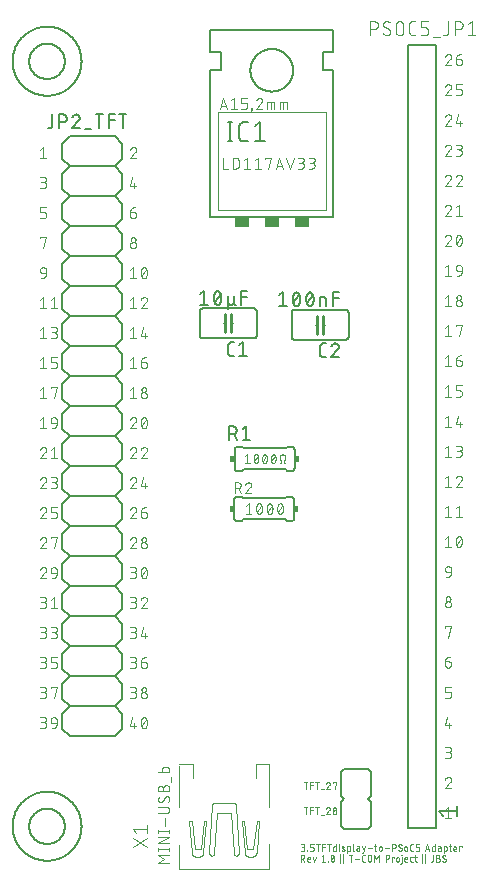
<source format=gbr>
G04 EAGLE Gerber RS-274X export*
G75*
%MOMM*%
%FSLAX34Y34*%
%LPD*%
%INSilkscreen Top*%
%IPPOS*%
%AMOC8*
5,1,8,0,0,1.08239X$1,22.5*%
G01*
%ADD10C,0.076200*%
%ADD11C,0.050800*%
%ADD12C,0.203200*%
%ADD13C,0.127000*%
%ADD14C,0.101600*%
%ADD15C,0.152400*%
%ADD16R,0.381000X0.508000*%
%ADD17R,1.270000X0.889000*%
%ADD18C,0.177800*%
%ADD19C,0.254000*%


D10*
X405653Y702119D02*
X405651Y702214D01*
X405645Y702308D01*
X405636Y702402D01*
X405623Y702496D01*
X405606Y702589D01*
X405585Y702681D01*
X405560Y702773D01*
X405532Y702863D01*
X405500Y702952D01*
X405465Y703040D01*
X405426Y703126D01*
X405384Y703211D01*
X405338Y703294D01*
X405289Y703375D01*
X405237Y703454D01*
X405182Y703531D01*
X405123Y703605D01*
X405062Y703677D01*
X404998Y703747D01*
X404931Y703814D01*
X404861Y703878D01*
X404789Y703939D01*
X404715Y703998D01*
X404638Y704053D01*
X404559Y704105D01*
X404478Y704154D01*
X404395Y704200D01*
X404310Y704242D01*
X404224Y704281D01*
X404136Y704316D01*
X404047Y704348D01*
X403957Y704376D01*
X403865Y704401D01*
X403773Y704422D01*
X403680Y704439D01*
X403586Y704452D01*
X403492Y704461D01*
X403398Y704467D01*
X403303Y704469D01*
X403303Y704468D02*
X403195Y704466D01*
X403086Y704460D01*
X402978Y704450D01*
X402871Y704437D01*
X402764Y704419D01*
X402657Y704398D01*
X402552Y704373D01*
X402447Y704344D01*
X402344Y704312D01*
X402242Y704275D01*
X402141Y704235D01*
X402042Y704192D01*
X401944Y704145D01*
X401848Y704094D01*
X401754Y704040D01*
X401662Y703983D01*
X401572Y703922D01*
X401484Y703858D01*
X401399Y703792D01*
X401316Y703722D01*
X401236Y703649D01*
X401158Y703573D01*
X401083Y703495D01*
X401011Y703414D01*
X400942Y703330D01*
X400876Y703244D01*
X400813Y703156D01*
X400754Y703065D01*
X400697Y702973D01*
X400644Y702878D01*
X400595Y702782D01*
X400549Y702683D01*
X400506Y702584D01*
X400467Y702482D01*
X400432Y702380D01*
X404869Y700291D02*
X404938Y700360D01*
X405004Y700431D01*
X405068Y700504D01*
X405129Y700580D01*
X405187Y700659D01*
X405241Y700739D01*
X405293Y700822D01*
X405341Y700906D01*
X405387Y700992D01*
X405428Y701080D01*
X405467Y701170D01*
X405502Y701261D01*
X405533Y701353D01*
X405561Y701446D01*
X405585Y701540D01*
X405605Y701635D01*
X405622Y701731D01*
X405635Y701828D01*
X405644Y701925D01*
X405650Y702022D01*
X405652Y702119D01*
X404869Y700292D02*
X400431Y695071D01*
X405652Y695071D01*
X409575Y700292D02*
X412708Y700292D01*
X412797Y700290D01*
X412885Y700284D01*
X412973Y700275D01*
X413061Y700262D01*
X413148Y700245D01*
X413234Y700225D01*
X413319Y700200D01*
X413404Y700173D01*
X413487Y700141D01*
X413568Y700107D01*
X413648Y700068D01*
X413726Y700027D01*
X413803Y699982D01*
X413877Y699934D01*
X413950Y699883D01*
X414020Y699829D01*
X414087Y699771D01*
X414153Y699711D01*
X414215Y699649D01*
X414275Y699583D01*
X414333Y699516D01*
X414387Y699446D01*
X414438Y699373D01*
X414486Y699299D01*
X414531Y699222D01*
X414572Y699144D01*
X414611Y699064D01*
X414645Y698983D01*
X414677Y698900D01*
X414704Y698815D01*
X414729Y698730D01*
X414749Y698644D01*
X414766Y698557D01*
X414779Y698469D01*
X414788Y698381D01*
X414794Y698293D01*
X414796Y698204D01*
X414796Y697681D01*
X414797Y697681D02*
X414795Y697580D01*
X414789Y697479D01*
X414779Y697378D01*
X414766Y697278D01*
X414748Y697178D01*
X414727Y697079D01*
X414701Y696981D01*
X414672Y696884D01*
X414640Y696788D01*
X414603Y696694D01*
X414563Y696601D01*
X414519Y696509D01*
X414472Y696420D01*
X414421Y696332D01*
X414367Y696246D01*
X414310Y696163D01*
X414250Y696081D01*
X414186Y696003D01*
X414120Y695926D01*
X414050Y695853D01*
X413978Y695782D01*
X413903Y695714D01*
X413825Y695649D01*
X413745Y695587D01*
X413663Y695528D01*
X413578Y695472D01*
X413491Y695420D01*
X413403Y695371D01*
X413312Y695325D01*
X413220Y695284D01*
X413126Y695245D01*
X413031Y695211D01*
X412935Y695180D01*
X412837Y695153D01*
X412739Y695129D01*
X412639Y695110D01*
X412539Y695094D01*
X412439Y695082D01*
X412338Y695074D01*
X412237Y695070D01*
X412135Y695070D01*
X412034Y695074D01*
X411933Y695082D01*
X411833Y695094D01*
X411733Y695110D01*
X411633Y695129D01*
X411535Y695153D01*
X411437Y695180D01*
X411341Y695211D01*
X411246Y695245D01*
X411152Y695284D01*
X411060Y695325D01*
X410969Y695371D01*
X410881Y695420D01*
X410794Y695472D01*
X410709Y695528D01*
X410627Y695587D01*
X410547Y695649D01*
X410469Y695714D01*
X410394Y695782D01*
X410322Y695853D01*
X410252Y695926D01*
X410186Y696003D01*
X410122Y696081D01*
X410062Y696163D01*
X410005Y696246D01*
X409951Y696332D01*
X409900Y696420D01*
X409853Y696509D01*
X409809Y696601D01*
X409769Y696694D01*
X409732Y696788D01*
X409700Y696884D01*
X409671Y696981D01*
X409645Y697079D01*
X409624Y697178D01*
X409606Y697278D01*
X409593Y697378D01*
X409583Y697479D01*
X409577Y697580D01*
X409575Y697681D01*
X409575Y700292D01*
X409577Y700421D01*
X409583Y700549D01*
X409593Y700677D01*
X409607Y700805D01*
X409624Y700933D01*
X409646Y701060D01*
X409672Y701186D01*
X409701Y701311D01*
X409734Y701435D01*
X409772Y701558D01*
X409812Y701680D01*
X409857Y701801D01*
X409905Y701920D01*
X409957Y702038D01*
X410013Y702154D01*
X410072Y702268D01*
X410135Y702380D01*
X410201Y702491D01*
X410270Y702599D01*
X410343Y702705D01*
X410419Y702809D01*
X410498Y702911D01*
X410580Y703010D01*
X410665Y703106D01*
X410753Y703200D01*
X410844Y703291D01*
X410938Y703379D01*
X411034Y703464D01*
X411133Y703546D01*
X411235Y703625D01*
X411339Y703701D01*
X411445Y703774D01*
X411553Y703843D01*
X411663Y703909D01*
X411776Y703972D01*
X411890Y704031D01*
X412006Y704087D01*
X412124Y704139D01*
X412243Y704187D01*
X412364Y704232D01*
X412486Y704272D01*
X412609Y704310D01*
X412733Y704343D01*
X412858Y704372D01*
X412984Y704398D01*
X413111Y704420D01*
X413239Y704437D01*
X413367Y704451D01*
X413495Y704461D01*
X413623Y704467D01*
X413752Y704469D01*
X403303Y678968D02*
X403398Y678966D01*
X403492Y678960D01*
X403586Y678951D01*
X403680Y678938D01*
X403773Y678921D01*
X403865Y678900D01*
X403957Y678875D01*
X404047Y678847D01*
X404136Y678815D01*
X404224Y678780D01*
X404310Y678741D01*
X404395Y678699D01*
X404478Y678653D01*
X404559Y678604D01*
X404638Y678552D01*
X404715Y678497D01*
X404789Y678438D01*
X404861Y678377D01*
X404931Y678313D01*
X404998Y678246D01*
X405062Y678176D01*
X405123Y678104D01*
X405182Y678030D01*
X405237Y677953D01*
X405289Y677874D01*
X405338Y677793D01*
X405384Y677710D01*
X405426Y677625D01*
X405465Y677539D01*
X405500Y677451D01*
X405532Y677362D01*
X405560Y677272D01*
X405585Y677180D01*
X405606Y677088D01*
X405623Y676995D01*
X405636Y676901D01*
X405645Y676807D01*
X405651Y676713D01*
X405653Y676618D01*
X403303Y678967D02*
X403195Y678965D01*
X403086Y678959D01*
X402978Y678949D01*
X402871Y678936D01*
X402764Y678918D01*
X402657Y678897D01*
X402552Y678872D01*
X402447Y678843D01*
X402344Y678811D01*
X402242Y678774D01*
X402141Y678734D01*
X402042Y678691D01*
X401944Y678644D01*
X401848Y678593D01*
X401754Y678539D01*
X401662Y678482D01*
X401572Y678421D01*
X401484Y678357D01*
X401399Y678291D01*
X401316Y678221D01*
X401236Y678148D01*
X401158Y678072D01*
X401083Y677994D01*
X401011Y677913D01*
X400942Y677829D01*
X400876Y677743D01*
X400813Y677655D01*
X400754Y677564D01*
X400697Y677472D01*
X400644Y677377D01*
X400595Y677281D01*
X400549Y677182D01*
X400506Y677083D01*
X400467Y676981D01*
X400432Y676879D01*
X404869Y674790D02*
X404938Y674859D01*
X405004Y674930D01*
X405068Y675003D01*
X405129Y675079D01*
X405187Y675158D01*
X405241Y675238D01*
X405293Y675321D01*
X405341Y675405D01*
X405387Y675491D01*
X405428Y675579D01*
X405467Y675669D01*
X405502Y675760D01*
X405533Y675852D01*
X405561Y675945D01*
X405585Y676039D01*
X405605Y676134D01*
X405622Y676230D01*
X405635Y676327D01*
X405644Y676424D01*
X405650Y676521D01*
X405652Y676618D01*
X404869Y674790D02*
X400431Y669569D01*
X405652Y669569D01*
X409575Y669569D02*
X412708Y669569D01*
X412708Y669570D02*
X412797Y669572D01*
X412885Y669578D01*
X412973Y669587D01*
X413061Y669600D01*
X413148Y669617D01*
X413234Y669637D01*
X413319Y669662D01*
X413404Y669689D01*
X413487Y669721D01*
X413568Y669755D01*
X413648Y669794D01*
X413726Y669835D01*
X413803Y669880D01*
X413877Y669928D01*
X413950Y669979D01*
X414020Y670033D01*
X414087Y670091D01*
X414153Y670151D01*
X414215Y670213D01*
X414275Y670279D01*
X414333Y670346D01*
X414387Y670416D01*
X414438Y670489D01*
X414486Y670563D01*
X414531Y670640D01*
X414572Y670718D01*
X414611Y670798D01*
X414645Y670879D01*
X414677Y670962D01*
X414704Y671047D01*
X414729Y671132D01*
X414749Y671218D01*
X414766Y671305D01*
X414779Y671393D01*
X414788Y671481D01*
X414794Y671569D01*
X414796Y671658D01*
X414796Y672702D01*
X414794Y672791D01*
X414788Y672879D01*
X414779Y672967D01*
X414766Y673055D01*
X414749Y673142D01*
X414729Y673228D01*
X414704Y673313D01*
X414677Y673398D01*
X414645Y673481D01*
X414611Y673562D01*
X414572Y673642D01*
X414531Y673720D01*
X414486Y673797D01*
X414438Y673871D01*
X414387Y673944D01*
X414333Y674014D01*
X414275Y674081D01*
X414215Y674147D01*
X414153Y674209D01*
X414087Y674269D01*
X414020Y674327D01*
X413950Y674381D01*
X413877Y674432D01*
X413803Y674480D01*
X413726Y674525D01*
X413648Y674566D01*
X413568Y674605D01*
X413487Y674639D01*
X413404Y674671D01*
X413319Y674698D01*
X413234Y674723D01*
X413148Y674743D01*
X413061Y674760D01*
X412973Y674773D01*
X412885Y674782D01*
X412797Y674788D01*
X412708Y674790D01*
X409575Y674790D01*
X409575Y678967D01*
X414796Y678967D01*
X403303Y653466D02*
X403398Y653464D01*
X403492Y653458D01*
X403586Y653449D01*
X403680Y653436D01*
X403773Y653419D01*
X403865Y653398D01*
X403957Y653373D01*
X404047Y653345D01*
X404136Y653313D01*
X404224Y653278D01*
X404310Y653239D01*
X404395Y653197D01*
X404478Y653151D01*
X404559Y653102D01*
X404638Y653050D01*
X404715Y652995D01*
X404789Y652936D01*
X404861Y652875D01*
X404931Y652811D01*
X404998Y652744D01*
X405062Y652674D01*
X405123Y652602D01*
X405182Y652528D01*
X405237Y652451D01*
X405289Y652372D01*
X405338Y652291D01*
X405384Y652208D01*
X405426Y652123D01*
X405465Y652037D01*
X405500Y651949D01*
X405532Y651860D01*
X405560Y651770D01*
X405585Y651678D01*
X405606Y651586D01*
X405623Y651493D01*
X405636Y651399D01*
X405645Y651305D01*
X405651Y651211D01*
X405653Y651116D01*
X403303Y653465D02*
X403195Y653463D01*
X403086Y653457D01*
X402978Y653447D01*
X402871Y653434D01*
X402764Y653416D01*
X402657Y653395D01*
X402552Y653370D01*
X402447Y653341D01*
X402344Y653309D01*
X402242Y653272D01*
X402141Y653232D01*
X402042Y653189D01*
X401944Y653142D01*
X401848Y653091D01*
X401754Y653037D01*
X401662Y652980D01*
X401572Y652919D01*
X401484Y652855D01*
X401399Y652789D01*
X401316Y652719D01*
X401236Y652646D01*
X401158Y652570D01*
X401083Y652492D01*
X401011Y652411D01*
X400942Y652327D01*
X400876Y652241D01*
X400813Y652153D01*
X400754Y652062D01*
X400697Y651970D01*
X400644Y651875D01*
X400595Y651779D01*
X400549Y651680D01*
X400506Y651581D01*
X400467Y651479D01*
X400432Y651377D01*
X404869Y649288D02*
X404938Y649357D01*
X405004Y649428D01*
X405068Y649501D01*
X405129Y649577D01*
X405187Y649656D01*
X405241Y649736D01*
X405293Y649819D01*
X405341Y649903D01*
X405387Y649989D01*
X405428Y650077D01*
X405467Y650167D01*
X405502Y650258D01*
X405533Y650350D01*
X405561Y650443D01*
X405585Y650537D01*
X405605Y650632D01*
X405622Y650728D01*
X405635Y650825D01*
X405644Y650922D01*
X405650Y651019D01*
X405652Y651116D01*
X404869Y649289D02*
X400431Y644068D01*
X405652Y644068D01*
X409575Y646156D02*
X411663Y653466D01*
X409575Y646156D02*
X414796Y646156D01*
X413230Y648245D02*
X413230Y644068D01*
X403303Y627965D02*
X403398Y627963D01*
X403492Y627957D01*
X403586Y627948D01*
X403680Y627935D01*
X403773Y627918D01*
X403865Y627897D01*
X403957Y627872D01*
X404047Y627844D01*
X404136Y627812D01*
X404224Y627777D01*
X404310Y627738D01*
X404395Y627696D01*
X404478Y627650D01*
X404559Y627601D01*
X404638Y627549D01*
X404715Y627494D01*
X404789Y627435D01*
X404861Y627374D01*
X404931Y627310D01*
X404998Y627243D01*
X405062Y627173D01*
X405123Y627101D01*
X405182Y627027D01*
X405237Y626950D01*
X405289Y626871D01*
X405338Y626790D01*
X405384Y626707D01*
X405426Y626622D01*
X405465Y626536D01*
X405500Y626448D01*
X405532Y626359D01*
X405560Y626269D01*
X405585Y626177D01*
X405606Y626085D01*
X405623Y625992D01*
X405636Y625898D01*
X405645Y625804D01*
X405651Y625710D01*
X405653Y625615D01*
X403303Y627964D02*
X403195Y627962D01*
X403086Y627956D01*
X402978Y627946D01*
X402871Y627933D01*
X402764Y627915D01*
X402657Y627894D01*
X402552Y627869D01*
X402447Y627840D01*
X402344Y627808D01*
X402242Y627771D01*
X402141Y627731D01*
X402042Y627688D01*
X401944Y627641D01*
X401848Y627590D01*
X401754Y627536D01*
X401662Y627479D01*
X401572Y627418D01*
X401484Y627354D01*
X401399Y627288D01*
X401316Y627218D01*
X401236Y627145D01*
X401158Y627069D01*
X401083Y626991D01*
X401011Y626910D01*
X400942Y626826D01*
X400876Y626740D01*
X400813Y626652D01*
X400754Y626561D01*
X400697Y626469D01*
X400644Y626374D01*
X400595Y626278D01*
X400549Y626179D01*
X400506Y626080D01*
X400467Y625978D01*
X400432Y625876D01*
X404869Y623787D02*
X404938Y623856D01*
X405004Y623927D01*
X405068Y624000D01*
X405129Y624076D01*
X405187Y624155D01*
X405241Y624235D01*
X405293Y624318D01*
X405341Y624402D01*
X405387Y624488D01*
X405428Y624576D01*
X405467Y624666D01*
X405502Y624757D01*
X405533Y624849D01*
X405561Y624942D01*
X405585Y625036D01*
X405605Y625131D01*
X405622Y625227D01*
X405635Y625324D01*
X405644Y625421D01*
X405650Y625518D01*
X405652Y625615D01*
X404869Y623787D02*
X400431Y618566D01*
X405652Y618566D01*
X409575Y618566D02*
X412186Y618566D01*
X412287Y618568D01*
X412388Y618574D01*
X412489Y618584D01*
X412589Y618597D01*
X412689Y618615D01*
X412788Y618636D01*
X412886Y618662D01*
X412983Y618691D01*
X413079Y618723D01*
X413173Y618760D01*
X413266Y618800D01*
X413358Y618844D01*
X413447Y618891D01*
X413535Y618942D01*
X413621Y618996D01*
X413704Y619053D01*
X413786Y619113D01*
X413864Y619177D01*
X413941Y619243D01*
X414014Y619313D01*
X414085Y619385D01*
X414153Y619460D01*
X414218Y619538D01*
X414280Y619618D01*
X414339Y619700D01*
X414395Y619785D01*
X414447Y619872D01*
X414496Y619960D01*
X414542Y620051D01*
X414583Y620143D01*
X414622Y620237D01*
X414656Y620332D01*
X414687Y620428D01*
X414714Y620526D01*
X414738Y620624D01*
X414757Y620724D01*
X414773Y620824D01*
X414785Y620924D01*
X414793Y621025D01*
X414797Y621126D01*
X414797Y621228D01*
X414793Y621329D01*
X414785Y621430D01*
X414773Y621530D01*
X414757Y621630D01*
X414738Y621730D01*
X414714Y621828D01*
X414687Y621926D01*
X414656Y622022D01*
X414622Y622117D01*
X414583Y622211D01*
X414542Y622303D01*
X414496Y622394D01*
X414447Y622483D01*
X414395Y622569D01*
X414339Y622654D01*
X414280Y622736D01*
X414218Y622816D01*
X414153Y622894D01*
X414085Y622969D01*
X414014Y623041D01*
X413941Y623111D01*
X413864Y623177D01*
X413786Y623241D01*
X413704Y623301D01*
X413621Y623358D01*
X413535Y623412D01*
X413447Y623463D01*
X413358Y623510D01*
X413266Y623554D01*
X413173Y623594D01*
X413079Y623631D01*
X412983Y623663D01*
X412886Y623692D01*
X412788Y623718D01*
X412689Y623739D01*
X412589Y623757D01*
X412489Y623770D01*
X412388Y623780D01*
X412287Y623786D01*
X412186Y623788D01*
X412708Y627964D02*
X409575Y627964D01*
X412708Y627964D02*
X412798Y627962D01*
X412887Y627956D01*
X412977Y627947D01*
X413066Y627933D01*
X413154Y627916D01*
X413241Y627895D01*
X413328Y627870D01*
X413413Y627841D01*
X413497Y627809D01*
X413579Y627774D01*
X413660Y627734D01*
X413739Y627692D01*
X413816Y627646D01*
X413891Y627596D01*
X413964Y627544D01*
X414035Y627488D01*
X414103Y627430D01*
X414168Y627368D01*
X414231Y627304D01*
X414291Y627237D01*
X414348Y627168D01*
X414402Y627096D01*
X414453Y627022D01*
X414501Y626946D01*
X414545Y626868D01*
X414586Y626788D01*
X414624Y626706D01*
X414658Y626623D01*
X414688Y626538D01*
X414715Y626452D01*
X414738Y626366D01*
X414757Y626278D01*
X414772Y626189D01*
X414784Y626100D01*
X414792Y626011D01*
X414796Y625921D01*
X414796Y625831D01*
X414792Y625741D01*
X414784Y625652D01*
X414772Y625563D01*
X414757Y625474D01*
X414738Y625386D01*
X414715Y625300D01*
X414688Y625214D01*
X414658Y625129D01*
X414624Y625046D01*
X414586Y624964D01*
X414545Y624884D01*
X414501Y624806D01*
X414453Y624730D01*
X414402Y624656D01*
X414348Y624584D01*
X414291Y624515D01*
X414231Y624448D01*
X414168Y624384D01*
X414103Y624322D01*
X414035Y624264D01*
X413964Y624208D01*
X413891Y624156D01*
X413816Y624106D01*
X413739Y624060D01*
X413660Y624018D01*
X413579Y623978D01*
X413497Y623943D01*
X413413Y623911D01*
X413328Y623882D01*
X413241Y623857D01*
X413154Y623836D01*
X413066Y623819D01*
X412977Y623805D01*
X412887Y623796D01*
X412798Y623790D01*
X412708Y623788D01*
X412708Y623787D02*
X410619Y623787D01*
X403303Y602463D02*
X403398Y602461D01*
X403492Y602455D01*
X403586Y602446D01*
X403680Y602433D01*
X403773Y602416D01*
X403865Y602395D01*
X403957Y602370D01*
X404047Y602342D01*
X404136Y602310D01*
X404224Y602275D01*
X404310Y602236D01*
X404395Y602194D01*
X404478Y602148D01*
X404559Y602099D01*
X404638Y602047D01*
X404715Y601992D01*
X404789Y601933D01*
X404861Y601872D01*
X404931Y601808D01*
X404998Y601741D01*
X405062Y601671D01*
X405123Y601599D01*
X405182Y601525D01*
X405237Y601448D01*
X405289Y601369D01*
X405338Y601288D01*
X405384Y601205D01*
X405426Y601120D01*
X405465Y601034D01*
X405500Y600946D01*
X405532Y600857D01*
X405560Y600767D01*
X405585Y600675D01*
X405606Y600583D01*
X405623Y600490D01*
X405636Y600396D01*
X405645Y600302D01*
X405651Y600208D01*
X405653Y600113D01*
X403303Y602462D02*
X403195Y602460D01*
X403086Y602454D01*
X402978Y602444D01*
X402871Y602431D01*
X402764Y602413D01*
X402657Y602392D01*
X402552Y602367D01*
X402447Y602338D01*
X402344Y602306D01*
X402242Y602269D01*
X402141Y602229D01*
X402042Y602186D01*
X401944Y602139D01*
X401848Y602088D01*
X401754Y602034D01*
X401662Y601977D01*
X401572Y601916D01*
X401484Y601852D01*
X401399Y601786D01*
X401316Y601716D01*
X401236Y601643D01*
X401158Y601567D01*
X401083Y601489D01*
X401011Y601408D01*
X400942Y601324D01*
X400876Y601238D01*
X400813Y601150D01*
X400754Y601059D01*
X400697Y600967D01*
X400644Y600872D01*
X400595Y600776D01*
X400549Y600677D01*
X400506Y600578D01*
X400467Y600476D01*
X400432Y600374D01*
X404869Y598285D02*
X404938Y598354D01*
X405004Y598425D01*
X405068Y598498D01*
X405129Y598574D01*
X405187Y598653D01*
X405241Y598733D01*
X405293Y598816D01*
X405341Y598900D01*
X405387Y598986D01*
X405428Y599074D01*
X405467Y599164D01*
X405502Y599255D01*
X405533Y599347D01*
X405561Y599440D01*
X405585Y599534D01*
X405605Y599629D01*
X405622Y599725D01*
X405635Y599822D01*
X405644Y599919D01*
X405650Y600016D01*
X405652Y600113D01*
X404869Y598286D02*
X400431Y593064D01*
X405652Y593064D01*
X414797Y600113D02*
X414795Y600208D01*
X414789Y600302D01*
X414780Y600396D01*
X414767Y600490D01*
X414750Y600583D01*
X414729Y600675D01*
X414704Y600767D01*
X414676Y600857D01*
X414644Y600946D01*
X414609Y601034D01*
X414570Y601120D01*
X414528Y601205D01*
X414482Y601288D01*
X414433Y601369D01*
X414381Y601448D01*
X414326Y601525D01*
X414267Y601599D01*
X414206Y601671D01*
X414142Y601741D01*
X414075Y601808D01*
X414005Y601872D01*
X413933Y601933D01*
X413859Y601992D01*
X413782Y602047D01*
X413703Y602099D01*
X413622Y602148D01*
X413539Y602194D01*
X413454Y602236D01*
X413368Y602275D01*
X413280Y602310D01*
X413191Y602342D01*
X413101Y602370D01*
X413009Y602395D01*
X412917Y602416D01*
X412824Y602433D01*
X412730Y602446D01*
X412636Y602455D01*
X412542Y602461D01*
X412447Y602463D01*
X412447Y602462D02*
X412339Y602460D01*
X412230Y602454D01*
X412122Y602444D01*
X412015Y602431D01*
X411908Y602413D01*
X411801Y602392D01*
X411696Y602367D01*
X411591Y602338D01*
X411488Y602306D01*
X411386Y602269D01*
X411285Y602229D01*
X411186Y602186D01*
X411088Y602139D01*
X410992Y602088D01*
X410898Y602034D01*
X410806Y601977D01*
X410716Y601916D01*
X410628Y601852D01*
X410543Y601786D01*
X410460Y601716D01*
X410380Y601643D01*
X410302Y601567D01*
X410227Y601489D01*
X410155Y601408D01*
X410086Y601324D01*
X410020Y601238D01*
X409957Y601150D01*
X409898Y601059D01*
X409841Y600967D01*
X409788Y600872D01*
X409739Y600776D01*
X409693Y600677D01*
X409650Y600578D01*
X409611Y600476D01*
X409576Y600374D01*
X414013Y598285D02*
X414082Y598354D01*
X414148Y598425D01*
X414212Y598498D01*
X414273Y598574D01*
X414331Y598653D01*
X414385Y598733D01*
X414437Y598816D01*
X414485Y598900D01*
X414531Y598986D01*
X414572Y599074D01*
X414611Y599164D01*
X414646Y599255D01*
X414677Y599347D01*
X414705Y599440D01*
X414729Y599534D01*
X414749Y599629D01*
X414766Y599725D01*
X414779Y599822D01*
X414788Y599919D01*
X414794Y600016D01*
X414796Y600113D01*
X414013Y598286D02*
X409575Y593064D01*
X414796Y593064D01*
X403303Y576961D02*
X403398Y576959D01*
X403492Y576953D01*
X403586Y576944D01*
X403680Y576931D01*
X403773Y576914D01*
X403865Y576893D01*
X403957Y576868D01*
X404047Y576840D01*
X404136Y576808D01*
X404224Y576773D01*
X404310Y576734D01*
X404395Y576692D01*
X404478Y576646D01*
X404559Y576597D01*
X404638Y576545D01*
X404715Y576490D01*
X404789Y576431D01*
X404861Y576370D01*
X404931Y576306D01*
X404998Y576239D01*
X405062Y576169D01*
X405123Y576097D01*
X405182Y576023D01*
X405237Y575946D01*
X405289Y575867D01*
X405338Y575786D01*
X405384Y575703D01*
X405426Y575618D01*
X405465Y575532D01*
X405500Y575444D01*
X405532Y575355D01*
X405560Y575265D01*
X405585Y575173D01*
X405606Y575081D01*
X405623Y574988D01*
X405636Y574894D01*
X405645Y574800D01*
X405651Y574706D01*
X405653Y574611D01*
X403303Y576960D02*
X403195Y576958D01*
X403086Y576952D01*
X402978Y576942D01*
X402871Y576929D01*
X402764Y576911D01*
X402657Y576890D01*
X402552Y576865D01*
X402447Y576836D01*
X402344Y576804D01*
X402242Y576767D01*
X402141Y576727D01*
X402042Y576684D01*
X401944Y576637D01*
X401848Y576586D01*
X401754Y576532D01*
X401662Y576475D01*
X401572Y576414D01*
X401484Y576350D01*
X401399Y576284D01*
X401316Y576214D01*
X401236Y576141D01*
X401158Y576065D01*
X401083Y575987D01*
X401011Y575906D01*
X400942Y575822D01*
X400876Y575736D01*
X400813Y575648D01*
X400754Y575557D01*
X400697Y575465D01*
X400644Y575370D01*
X400595Y575274D01*
X400549Y575175D01*
X400506Y575076D01*
X400467Y574974D01*
X400432Y574872D01*
X404869Y572783D02*
X404938Y572852D01*
X405004Y572923D01*
X405068Y572996D01*
X405129Y573072D01*
X405187Y573151D01*
X405241Y573231D01*
X405293Y573314D01*
X405341Y573398D01*
X405387Y573484D01*
X405428Y573572D01*
X405467Y573662D01*
X405502Y573753D01*
X405533Y573845D01*
X405561Y573938D01*
X405585Y574032D01*
X405605Y574127D01*
X405622Y574223D01*
X405635Y574320D01*
X405644Y574417D01*
X405650Y574514D01*
X405652Y574611D01*
X404869Y572784D02*
X400431Y567563D01*
X405652Y567563D01*
X409575Y574872D02*
X412186Y576961D01*
X412186Y567563D01*
X414796Y567563D02*
X409575Y567563D01*
X403303Y551460D02*
X403398Y551458D01*
X403492Y551452D01*
X403586Y551443D01*
X403680Y551430D01*
X403773Y551413D01*
X403865Y551392D01*
X403957Y551367D01*
X404047Y551339D01*
X404136Y551307D01*
X404224Y551272D01*
X404310Y551233D01*
X404395Y551191D01*
X404478Y551145D01*
X404559Y551096D01*
X404638Y551044D01*
X404715Y550989D01*
X404789Y550930D01*
X404861Y550869D01*
X404931Y550805D01*
X404998Y550738D01*
X405062Y550668D01*
X405123Y550596D01*
X405182Y550522D01*
X405237Y550445D01*
X405289Y550366D01*
X405338Y550285D01*
X405384Y550202D01*
X405426Y550117D01*
X405465Y550031D01*
X405500Y549943D01*
X405532Y549854D01*
X405560Y549764D01*
X405585Y549672D01*
X405606Y549580D01*
X405623Y549487D01*
X405636Y549393D01*
X405645Y549299D01*
X405651Y549205D01*
X405653Y549110D01*
X403303Y551459D02*
X403195Y551457D01*
X403086Y551451D01*
X402978Y551441D01*
X402871Y551428D01*
X402764Y551410D01*
X402657Y551389D01*
X402552Y551364D01*
X402447Y551335D01*
X402344Y551303D01*
X402242Y551266D01*
X402141Y551226D01*
X402042Y551183D01*
X401944Y551136D01*
X401848Y551085D01*
X401754Y551031D01*
X401662Y550974D01*
X401572Y550913D01*
X401484Y550849D01*
X401399Y550783D01*
X401316Y550713D01*
X401236Y550640D01*
X401158Y550564D01*
X401083Y550486D01*
X401011Y550405D01*
X400942Y550321D01*
X400876Y550235D01*
X400813Y550147D01*
X400754Y550056D01*
X400697Y549964D01*
X400644Y549869D01*
X400595Y549773D01*
X400549Y549674D01*
X400506Y549575D01*
X400467Y549473D01*
X400432Y549371D01*
X404869Y547282D02*
X404938Y547351D01*
X405004Y547422D01*
X405068Y547495D01*
X405129Y547571D01*
X405187Y547650D01*
X405241Y547730D01*
X405293Y547813D01*
X405341Y547897D01*
X405387Y547983D01*
X405428Y548071D01*
X405467Y548161D01*
X405502Y548252D01*
X405533Y548344D01*
X405561Y548437D01*
X405585Y548531D01*
X405605Y548626D01*
X405622Y548722D01*
X405635Y548819D01*
X405644Y548916D01*
X405650Y549013D01*
X405652Y549110D01*
X404869Y547282D02*
X400431Y542061D01*
X405652Y542061D01*
X409575Y546760D02*
X409577Y546945D01*
X409584Y547130D01*
X409595Y547314D01*
X409610Y547498D01*
X409630Y547682D01*
X409654Y547866D01*
X409683Y548048D01*
X409716Y548230D01*
X409753Y548411D01*
X409795Y548591D01*
X409841Y548771D01*
X409891Y548949D01*
X409945Y549125D01*
X410004Y549301D01*
X410066Y549475D01*
X410133Y549647D01*
X410204Y549818D01*
X410279Y549987D01*
X410358Y550154D01*
X410388Y550234D01*
X410421Y550313D01*
X410458Y550390D01*
X410498Y550466D01*
X410541Y550540D01*
X410587Y550612D01*
X410637Y550681D01*
X410689Y550749D01*
X410745Y550814D01*
X410803Y550877D01*
X410865Y550936D01*
X410928Y550994D01*
X410995Y551048D01*
X411063Y551099D01*
X411134Y551147D01*
X411207Y551192D01*
X411281Y551234D01*
X411358Y551272D01*
X411436Y551307D01*
X411515Y551339D01*
X411596Y551367D01*
X411678Y551391D01*
X411762Y551412D01*
X411845Y551429D01*
X411930Y551442D01*
X412015Y551451D01*
X412100Y551457D01*
X412186Y551459D01*
X412272Y551457D01*
X412357Y551451D01*
X412442Y551442D01*
X412527Y551429D01*
X412610Y551412D01*
X412694Y551391D01*
X412776Y551367D01*
X412857Y551339D01*
X412936Y551307D01*
X413014Y551272D01*
X413091Y551234D01*
X413165Y551192D01*
X413238Y551147D01*
X413309Y551099D01*
X413377Y551048D01*
X413444Y550994D01*
X413507Y550936D01*
X413569Y550877D01*
X413627Y550814D01*
X413683Y550749D01*
X413735Y550681D01*
X413785Y550612D01*
X413831Y550540D01*
X413874Y550466D01*
X413914Y550390D01*
X413951Y550313D01*
X413984Y550234D01*
X414014Y550154D01*
X414013Y550154D02*
X414092Y549987D01*
X414167Y549818D01*
X414238Y549647D01*
X414305Y549475D01*
X414367Y549301D01*
X414426Y549125D01*
X414480Y548949D01*
X414530Y548771D01*
X414576Y548591D01*
X414618Y548411D01*
X414655Y548230D01*
X414688Y548048D01*
X414717Y547866D01*
X414741Y547682D01*
X414761Y547498D01*
X414776Y547314D01*
X414787Y547130D01*
X414794Y546945D01*
X414796Y546760D01*
X409575Y546760D02*
X409577Y546575D01*
X409584Y546390D01*
X409595Y546206D01*
X409610Y546022D01*
X409630Y545838D01*
X409654Y545654D01*
X409683Y545472D01*
X409716Y545290D01*
X409753Y545109D01*
X409795Y544929D01*
X409841Y544749D01*
X409891Y544571D01*
X409945Y544395D01*
X410004Y544219D01*
X410066Y544045D01*
X410133Y543873D01*
X410204Y543702D01*
X410279Y543533D01*
X410358Y543366D01*
X410388Y543286D01*
X410421Y543207D01*
X410458Y543130D01*
X410498Y543054D01*
X410541Y542980D01*
X410587Y542908D01*
X410637Y542839D01*
X410690Y542771D01*
X410745Y542706D01*
X410804Y542643D01*
X410865Y542584D01*
X410928Y542526D01*
X410995Y542472D01*
X411063Y542421D01*
X411134Y542373D01*
X411207Y542328D01*
X411281Y542286D01*
X411358Y542248D01*
X411436Y542213D01*
X411515Y542181D01*
X411596Y542153D01*
X411678Y542129D01*
X411762Y542108D01*
X411845Y542091D01*
X411930Y542078D01*
X412015Y542069D01*
X412100Y542063D01*
X412186Y542061D01*
X414013Y543366D02*
X414092Y543533D01*
X414167Y543702D01*
X414238Y543873D01*
X414305Y544045D01*
X414367Y544219D01*
X414426Y544395D01*
X414480Y544571D01*
X414530Y544749D01*
X414576Y544929D01*
X414618Y545109D01*
X414655Y545290D01*
X414688Y545472D01*
X414717Y545654D01*
X414741Y545838D01*
X414761Y546022D01*
X414776Y546206D01*
X414787Y546390D01*
X414794Y546575D01*
X414796Y546760D01*
X414014Y543366D02*
X413984Y543286D01*
X413951Y543207D01*
X413914Y543130D01*
X413874Y543054D01*
X413831Y542980D01*
X413785Y542908D01*
X413735Y542839D01*
X413683Y542771D01*
X413627Y542706D01*
X413569Y542643D01*
X413507Y542584D01*
X413444Y542526D01*
X413377Y542472D01*
X413309Y542421D01*
X413238Y542373D01*
X413165Y542328D01*
X413091Y542286D01*
X413014Y542248D01*
X412936Y542213D01*
X412857Y542181D01*
X412776Y542153D01*
X412694Y542129D01*
X412610Y542108D01*
X412527Y542091D01*
X412442Y542078D01*
X412357Y542069D01*
X412272Y542063D01*
X412186Y542061D01*
X410097Y544150D02*
X414274Y549371D01*
X403042Y525958D02*
X400431Y523869D01*
X403042Y525958D02*
X403042Y516560D01*
X405652Y516560D02*
X400431Y516560D01*
X411663Y520737D02*
X414796Y520737D01*
X411663Y520737D02*
X411574Y520739D01*
X411486Y520745D01*
X411398Y520754D01*
X411310Y520767D01*
X411223Y520784D01*
X411137Y520804D01*
X411052Y520829D01*
X410967Y520856D01*
X410884Y520888D01*
X410803Y520922D01*
X410723Y520961D01*
X410645Y521002D01*
X410568Y521047D01*
X410494Y521095D01*
X410421Y521146D01*
X410351Y521200D01*
X410284Y521258D01*
X410218Y521318D01*
X410156Y521380D01*
X410096Y521446D01*
X410038Y521513D01*
X409984Y521583D01*
X409933Y521656D01*
X409885Y521730D01*
X409840Y521807D01*
X409799Y521885D01*
X409760Y521965D01*
X409726Y522046D01*
X409694Y522129D01*
X409667Y522214D01*
X409642Y522299D01*
X409622Y522385D01*
X409605Y522472D01*
X409592Y522560D01*
X409583Y522648D01*
X409577Y522736D01*
X409575Y522825D01*
X409575Y523347D01*
X409577Y523448D01*
X409583Y523549D01*
X409593Y523650D01*
X409606Y523750D01*
X409624Y523850D01*
X409645Y523949D01*
X409671Y524047D01*
X409700Y524144D01*
X409732Y524240D01*
X409769Y524334D01*
X409809Y524427D01*
X409853Y524519D01*
X409900Y524608D01*
X409951Y524696D01*
X410005Y524782D01*
X410062Y524865D01*
X410122Y524947D01*
X410186Y525025D01*
X410252Y525102D01*
X410322Y525175D01*
X410394Y525246D01*
X410469Y525314D01*
X410547Y525379D01*
X410627Y525441D01*
X410709Y525500D01*
X410794Y525556D01*
X410881Y525608D01*
X410969Y525657D01*
X411060Y525703D01*
X411152Y525744D01*
X411246Y525783D01*
X411341Y525817D01*
X411437Y525848D01*
X411535Y525875D01*
X411633Y525899D01*
X411733Y525918D01*
X411833Y525934D01*
X411933Y525946D01*
X412034Y525954D01*
X412135Y525958D01*
X412237Y525958D01*
X412338Y525954D01*
X412439Y525946D01*
X412539Y525934D01*
X412639Y525918D01*
X412739Y525899D01*
X412837Y525875D01*
X412935Y525848D01*
X413031Y525817D01*
X413126Y525783D01*
X413220Y525744D01*
X413312Y525703D01*
X413403Y525657D01*
X413492Y525608D01*
X413578Y525556D01*
X413663Y525500D01*
X413745Y525441D01*
X413825Y525379D01*
X413903Y525314D01*
X413978Y525246D01*
X414050Y525175D01*
X414120Y525102D01*
X414186Y525025D01*
X414250Y524947D01*
X414310Y524865D01*
X414367Y524782D01*
X414421Y524696D01*
X414472Y524608D01*
X414519Y524519D01*
X414563Y524427D01*
X414603Y524334D01*
X414640Y524240D01*
X414672Y524144D01*
X414701Y524047D01*
X414727Y523949D01*
X414748Y523850D01*
X414766Y523750D01*
X414779Y523650D01*
X414789Y523549D01*
X414795Y523448D01*
X414797Y523347D01*
X414796Y523347D02*
X414796Y520737D01*
X414794Y520611D01*
X414788Y520485D01*
X414779Y520359D01*
X414766Y520234D01*
X414748Y520109D01*
X414728Y519984D01*
X414703Y519860D01*
X414675Y519737D01*
X414643Y519615D01*
X414607Y519494D01*
X414568Y519374D01*
X414525Y519256D01*
X414478Y519139D01*
X414428Y519023D01*
X414374Y518908D01*
X414318Y518796D01*
X414257Y518685D01*
X414194Y518576D01*
X414127Y518469D01*
X414057Y518364D01*
X413983Y518261D01*
X413907Y518161D01*
X413828Y518063D01*
X413746Y517967D01*
X413660Y517874D01*
X413573Y517783D01*
X413482Y517696D01*
X413389Y517610D01*
X413293Y517528D01*
X413195Y517449D01*
X413095Y517373D01*
X412992Y517299D01*
X412887Y517229D01*
X412780Y517162D01*
X412671Y517099D01*
X412560Y517038D01*
X412448Y516982D01*
X412333Y516928D01*
X412217Y516878D01*
X412100Y516831D01*
X411982Y516788D01*
X411862Y516749D01*
X411741Y516713D01*
X411619Y516681D01*
X411496Y516653D01*
X411372Y516628D01*
X411247Y516608D01*
X411122Y516590D01*
X410997Y516577D01*
X410871Y516568D01*
X410745Y516562D01*
X410619Y516560D01*
X403042Y500456D02*
X400431Y498368D01*
X403042Y500456D02*
X403042Y491058D01*
X405652Y491058D02*
X400431Y491058D01*
X409575Y493669D02*
X409577Y493770D01*
X409583Y493871D01*
X409593Y493972D01*
X409606Y494072D01*
X409624Y494172D01*
X409645Y494271D01*
X409671Y494369D01*
X409700Y494466D01*
X409732Y494562D01*
X409769Y494656D01*
X409809Y494749D01*
X409853Y494841D01*
X409900Y494930D01*
X409951Y495018D01*
X410005Y495104D01*
X410062Y495187D01*
X410122Y495269D01*
X410186Y495347D01*
X410252Y495424D01*
X410322Y495497D01*
X410394Y495568D01*
X410469Y495636D01*
X410547Y495701D01*
X410627Y495763D01*
X410709Y495822D01*
X410794Y495878D01*
X410881Y495930D01*
X410969Y495979D01*
X411060Y496025D01*
X411152Y496066D01*
X411246Y496105D01*
X411341Y496139D01*
X411437Y496170D01*
X411535Y496197D01*
X411633Y496221D01*
X411733Y496240D01*
X411833Y496256D01*
X411933Y496268D01*
X412034Y496276D01*
X412135Y496280D01*
X412237Y496280D01*
X412338Y496276D01*
X412439Y496268D01*
X412539Y496256D01*
X412639Y496240D01*
X412739Y496221D01*
X412837Y496197D01*
X412935Y496170D01*
X413031Y496139D01*
X413126Y496105D01*
X413220Y496066D01*
X413312Y496025D01*
X413403Y495979D01*
X413492Y495930D01*
X413578Y495878D01*
X413663Y495822D01*
X413745Y495763D01*
X413825Y495701D01*
X413903Y495636D01*
X413978Y495568D01*
X414050Y495497D01*
X414120Y495424D01*
X414186Y495347D01*
X414250Y495269D01*
X414310Y495187D01*
X414367Y495104D01*
X414421Y495018D01*
X414472Y494930D01*
X414519Y494841D01*
X414563Y494749D01*
X414603Y494656D01*
X414640Y494562D01*
X414672Y494466D01*
X414701Y494369D01*
X414727Y494271D01*
X414748Y494172D01*
X414766Y494072D01*
X414779Y493972D01*
X414789Y493871D01*
X414795Y493770D01*
X414797Y493669D01*
X414795Y493568D01*
X414789Y493467D01*
X414779Y493366D01*
X414766Y493266D01*
X414748Y493166D01*
X414727Y493067D01*
X414701Y492969D01*
X414672Y492872D01*
X414640Y492776D01*
X414603Y492682D01*
X414563Y492589D01*
X414519Y492497D01*
X414472Y492408D01*
X414421Y492320D01*
X414367Y492234D01*
X414310Y492151D01*
X414250Y492069D01*
X414186Y491991D01*
X414120Y491914D01*
X414050Y491841D01*
X413978Y491770D01*
X413903Y491702D01*
X413825Y491637D01*
X413745Y491575D01*
X413663Y491516D01*
X413578Y491460D01*
X413491Y491408D01*
X413403Y491359D01*
X413312Y491313D01*
X413220Y491272D01*
X413126Y491233D01*
X413031Y491199D01*
X412935Y491168D01*
X412837Y491141D01*
X412739Y491117D01*
X412639Y491098D01*
X412539Y491082D01*
X412439Y491070D01*
X412338Y491062D01*
X412237Y491058D01*
X412135Y491058D01*
X412034Y491062D01*
X411933Y491070D01*
X411833Y491082D01*
X411733Y491098D01*
X411633Y491117D01*
X411535Y491141D01*
X411437Y491168D01*
X411341Y491199D01*
X411246Y491233D01*
X411152Y491272D01*
X411060Y491313D01*
X410969Y491359D01*
X410881Y491408D01*
X410794Y491460D01*
X410709Y491516D01*
X410627Y491575D01*
X410547Y491637D01*
X410469Y491702D01*
X410394Y491770D01*
X410322Y491841D01*
X410252Y491914D01*
X410186Y491991D01*
X410122Y492069D01*
X410062Y492151D01*
X410005Y492234D01*
X409951Y492320D01*
X409900Y492408D01*
X409853Y492497D01*
X409809Y492589D01*
X409769Y492682D01*
X409732Y492776D01*
X409700Y492872D01*
X409671Y492969D01*
X409645Y493067D01*
X409624Y493166D01*
X409606Y493266D01*
X409593Y493366D01*
X409583Y493467D01*
X409577Y493568D01*
X409575Y493669D01*
X410098Y498368D02*
X410100Y498458D01*
X410106Y498547D01*
X410115Y498637D01*
X410129Y498726D01*
X410146Y498814D01*
X410167Y498901D01*
X410192Y498988D01*
X410221Y499073D01*
X410253Y499157D01*
X410288Y499239D01*
X410328Y499320D01*
X410370Y499399D01*
X410416Y499476D01*
X410466Y499551D01*
X410518Y499624D01*
X410574Y499695D01*
X410632Y499763D01*
X410694Y499828D01*
X410758Y499891D01*
X410825Y499951D01*
X410894Y500008D01*
X410966Y500062D01*
X411040Y500113D01*
X411116Y500161D01*
X411194Y500205D01*
X411274Y500246D01*
X411356Y500284D01*
X411439Y500318D01*
X411524Y500348D01*
X411610Y500375D01*
X411696Y500398D01*
X411784Y500417D01*
X411873Y500432D01*
X411962Y500444D01*
X412051Y500452D01*
X412141Y500456D01*
X412231Y500456D01*
X412321Y500452D01*
X412410Y500444D01*
X412499Y500432D01*
X412588Y500417D01*
X412676Y500398D01*
X412762Y500375D01*
X412848Y500348D01*
X412933Y500318D01*
X413016Y500284D01*
X413098Y500246D01*
X413178Y500205D01*
X413256Y500161D01*
X413332Y500113D01*
X413406Y500062D01*
X413478Y500008D01*
X413547Y499951D01*
X413614Y499891D01*
X413678Y499828D01*
X413740Y499763D01*
X413798Y499695D01*
X413854Y499624D01*
X413906Y499551D01*
X413956Y499476D01*
X414002Y499399D01*
X414044Y499320D01*
X414084Y499239D01*
X414119Y499157D01*
X414151Y499073D01*
X414180Y498988D01*
X414205Y498901D01*
X414226Y498814D01*
X414243Y498726D01*
X414257Y498637D01*
X414266Y498547D01*
X414272Y498458D01*
X414274Y498368D01*
X414272Y498278D01*
X414266Y498189D01*
X414257Y498099D01*
X414243Y498010D01*
X414226Y497922D01*
X414205Y497835D01*
X414180Y497748D01*
X414151Y497663D01*
X414119Y497579D01*
X414084Y497497D01*
X414044Y497416D01*
X414002Y497337D01*
X413956Y497260D01*
X413906Y497185D01*
X413854Y497112D01*
X413798Y497041D01*
X413740Y496973D01*
X413678Y496908D01*
X413614Y496845D01*
X413547Y496785D01*
X413478Y496728D01*
X413406Y496674D01*
X413332Y496623D01*
X413256Y496575D01*
X413178Y496531D01*
X413098Y496490D01*
X413016Y496452D01*
X412933Y496418D01*
X412848Y496388D01*
X412762Y496361D01*
X412676Y496338D01*
X412588Y496319D01*
X412499Y496304D01*
X412410Y496292D01*
X412321Y496284D01*
X412231Y496280D01*
X412141Y496280D01*
X412051Y496284D01*
X411962Y496292D01*
X411873Y496304D01*
X411784Y496319D01*
X411696Y496338D01*
X411610Y496361D01*
X411524Y496388D01*
X411439Y496418D01*
X411356Y496452D01*
X411274Y496490D01*
X411194Y496531D01*
X411116Y496575D01*
X411040Y496623D01*
X410966Y496674D01*
X410894Y496728D01*
X410825Y496785D01*
X410758Y496845D01*
X410694Y496908D01*
X410632Y496973D01*
X410574Y497041D01*
X410518Y497112D01*
X410466Y497185D01*
X410416Y497260D01*
X410370Y497337D01*
X410328Y497416D01*
X410288Y497497D01*
X410253Y497579D01*
X410221Y497663D01*
X410192Y497748D01*
X410167Y497835D01*
X410146Y497922D01*
X410129Y498010D01*
X410115Y498099D01*
X410106Y498189D01*
X410100Y498278D01*
X410098Y498368D01*
X403042Y474955D02*
X400431Y472866D01*
X403042Y474955D02*
X403042Y465557D01*
X405652Y465557D02*
X400431Y465557D01*
X409575Y473910D02*
X409575Y474955D01*
X414796Y474955D01*
X412186Y465557D01*
X403042Y449453D02*
X400431Y447364D01*
X403042Y449453D02*
X403042Y440055D01*
X405652Y440055D02*
X400431Y440055D01*
X409575Y445276D02*
X412708Y445276D01*
X412797Y445274D01*
X412885Y445268D01*
X412973Y445259D01*
X413061Y445246D01*
X413148Y445229D01*
X413234Y445209D01*
X413319Y445184D01*
X413404Y445157D01*
X413487Y445125D01*
X413568Y445091D01*
X413648Y445052D01*
X413726Y445011D01*
X413803Y444966D01*
X413877Y444918D01*
X413950Y444867D01*
X414020Y444813D01*
X414087Y444755D01*
X414153Y444695D01*
X414215Y444633D01*
X414275Y444567D01*
X414333Y444500D01*
X414387Y444430D01*
X414438Y444357D01*
X414486Y444283D01*
X414531Y444206D01*
X414572Y444128D01*
X414611Y444048D01*
X414645Y443967D01*
X414677Y443884D01*
X414704Y443799D01*
X414729Y443714D01*
X414749Y443628D01*
X414766Y443541D01*
X414779Y443453D01*
X414788Y443365D01*
X414794Y443277D01*
X414796Y443188D01*
X414796Y442665D01*
X414797Y442665D02*
X414795Y442564D01*
X414789Y442463D01*
X414779Y442362D01*
X414766Y442262D01*
X414748Y442162D01*
X414727Y442063D01*
X414701Y441965D01*
X414672Y441868D01*
X414640Y441772D01*
X414603Y441678D01*
X414563Y441585D01*
X414519Y441493D01*
X414472Y441404D01*
X414421Y441316D01*
X414367Y441230D01*
X414310Y441147D01*
X414250Y441065D01*
X414186Y440987D01*
X414120Y440910D01*
X414050Y440837D01*
X413978Y440766D01*
X413903Y440698D01*
X413825Y440633D01*
X413745Y440571D01*
X413663Y440512D01*
X413578Y440456D01*
X413491Y440404D01*
X413403Y440355D01*
X413312Y440309D01*
X413220Y440268D01*
X413126Y440229D01*
X413031Y440195D01*
X412935Y440164D01*
X412837Y440137D01*
X412739Y440113D01*
X412639Y440094D01*
X412539Y440078D01*
X412439Y440066D01*
X412338Y440058D01*
X412237Y440054D01*
X412135Y440054D01*
X412034Y440058D01*
X411933Y440066D01*
X411833Y440078D01*
X411733Y440094D01*
X411633Y440113D01*
X411535Y440137D01*
X411437Y440164D01*
X411341Y440195D01*
X411246Y440229D01*
X411152Y440268D01*
X411060Y440309D01*
X410969Y440355D01*
X410881Y440404D01*
X410794Y440456D01*
X410709Y440512D01*
X410627Y440571D01*
X410547Y440633D01*
X410469Y440698D01*
X410394Y440766D01*
X410322Y440837D01*
X410252Y440910D01*
X410186Y440987D01*
X410122Y441065D01*
X410062Y441147D01*
X410005Y441230D01*
X409951Y441316D01*
X409900Y441404D01*
X409853Y441493D01*
X409809Y441585D01*
X409769Y441678D01*
X409732Y441772D01*
X409700Y441868D01*
X409671Y441965D01*
X409645Y442063D01*
X409624Y442162D01*
X409606Y442262D01*
X409593Y442362D01*
X409583Y442463D01*
X409577Y442564D01*
X409575Y442665D01*
X409575Y445276D01*
X409577Y445405D01*
X409583Y445533D01*
X409593Y445661D01*
X409607Y445789D01*
X409624Y445917D01*
X409646Y446044D01*
X409672Y446170D01*
X409701Y446295D01*
X409734Y446419D01*
X409772Y446542D01*
X409812Y446664D01*
X409857Y446785D01*
X409905Y446904D01*
X409957Y447022D01*
X410013Y447138D01*
X410072Y447252D01*
X410135Y447364D01*
X410201Y447475D01*
X410270Y447583D01*
X410343Y447689D01*
X410419Y447793D01*
X410498Y447895D01*
X410580Y447994D01*
X410665Y448090D01*
X410753Y448184D01*
X410844Y448275D01*
X410938Y448363D01*
X411034Y448448D01*
X411133Y448530D01*
X411235Y448609D01*
X411339Y448685D01*
X411445Y448758D01*
X411553Y448827D01*
X411663Y448893D01*
X411776Y448956D01*
X411890Y449015D01*
X412006Y449071D01*
X412124Y449123D01*
X412243Y449171D01*
X412364Y449216D01*
X412486Y449256D01*
X412609Y449294D01*
X412733Y449327D01*
X412858Y449356D01*
X412984Y449382D01*
X413111Y449404D01*
X413239Y449421D01*
X413367Y449435D01*
X413495Y449445D01*
X413623Y449451D01*
X413752Y449453D01*
X403042Y423951D02*
X400431Y421863D01*
X403042Y423951D02*
X403042Y414553D01*
X405652Y414553D02*
X400431Y414553D01*
X409575Y414553D02*
X412708Y414553D01*
X412708Y414554D02*
X412797Y414556D01*
X412885Y414562D01*
X412973Y414571D01*
X413061Y414584D01*
X413148Y414601D01*
X413234Y414621D01*
X413319Y414646D01*
X413404Y414673D01*
X413487Y414705D01*
X413568Y414739D01*
X413648Y414778D01*
X413726Y414819D01*
X413803Y414864D01*
X413877Y414912D01*
X413950Y414963D01*
X414020Y415017D01*
X414087Y415075D01*
X414153Y415135D01*
X414215Y415197D01*
X414275Y415263D01*
X414333Y415330D01*
X414387Y415400D01*
X414438Y415473D01*
X414486Y415547D01*
X414531Y415624D01*
X414572Y415702D01*
X414611Y415782D01*
X414645Y415863D01*
X414677Y415946D01*
X414704Y416031D01*
X414729Y416116D01*
X414749Y416202D01*
X414766Y416289D01*
X414779Y416377D01*
X414788Y416465D01*
X414794Y416553D01*
X414796Y416642D01*
X414796Y417686D01*
X414794Y417775D01*
X414788Y417863D01*
X414779Y417951D01*
X414766Y418039D01*
X414749Y418126D01*
X414729Y418212D01*
X414704Y418297D01*
X414677Y418382D01*
X414645Y418465D01*
X414611Y418546D01*
X414572Y418626D01*
X414531Y418704D01*
X414486Y418781D01*
X414438Y418855D01*
X414387Y418928D01*
X414333Y418998D01*
X414275Y419065D01*
X414215Y419131D01*
X414153Y419193D01*
X414087Y419253D01*
X414020Y419311D01*
X413950Y419365D01*
X413877Y419416D01*
X413803Y419464D01*
X413726Y419509D01*
X413648Y419550D01*
X413568Y419589D01*
X413487Y419623D01*
X413404Y419655D01*
X413319Y419682D01*
X413234Y419707D01*
X413148Y419727D01*
X413061Y419744D01*
X412973Y419757D01*
X412885Y419766D01*
X412797Y419772D01*
X412708Y419774D01*
X409575Y419774D01*
X409575Y423951D01*
X414796Y423951D01*
X403042Y398450D02*
X400431Y396361D01*
X403042Y398450D02*
X403042Y389052D01*
X405652Y389052D02*
X400431Y389052D01*
X409575Y391140D02*
X411663Y398450D01*
X409575Y391140D02*
X414796Y391140D01*
X413230Y393229D02*
X413230Y389052D01*
X403042Y372948D02*
X400431Y370860D01*
X403042Y372948D02*
X403042Y363550D01*
X405652Y363550D02*
X400431Y363550D01*
X409575Y363550D02*
X412186Y363550D01*
X412287Y363552D01*
X412388Y363558D01*
X412489Y363568D01*
X412589Y363581D01*
X412689Y363599D01*
X412788Y363620D01*
X412886Y363646D01*
X412983Y363675D01*
X413079Y363707D01*
X413173Y363744D01*
X413266Y363784D01*
X413358Y363828D01*
X413447Y363875D01*
X413535Y363926D01*
X413621Y363980D01*
X413704Y364037D01*
X413786Y364097D01*
X413864Y364161D01*
X413941Y364227D01*
X414014Y364297D01*
X414085Y364369D01*
X414153Y364444D01*
X414218Y364522D01*
X414280Y364602D01*
X414339Y364684D01*
X414395Y364769D01*
X414447Y364856D01*
X414496Y364944D01*
X414542Y365035D01*
X414583Y365127D01*
X414622Y365221D01*
X414656Y365316D01*
X414687Y365412D01*
X414714Y365510D01*
X414738Y365608D01*
X414757Y365708D01*
X414773Y365808D01*
X414785Y365908D01*
X414793Y366009D01*
X414797Y366110D01*
X414797Y366212D01*
X414793Y366313D01*
X414785Y366414D01*
X414773Y366514D01*
X414757Y366614D01*
X414738Y366714D01*
X414714Y366812D01*
X414687Y366910D01*
X414656Y367006D01*
X414622Y367101D01*
X414583Y367195D01*
X414542Y367287D01*
X414496Y367378D01*
X414447Y367466D01*
X414395Y367553D01*
X414339Y367638D01*
X414280Y367720D01*
X414218Y367800D01*
X414153Y367878D01*
X414085Y367953D01*
X414014Y368025D01*
X413941Y368095D01*
X413864Y368161D01*
X413786Y368225D01*
X413704Y368285D01*
X413621Y368342D01*
X413535Y368396D01*
X413447Y368447D01*
X413358Y368494D01*
X413266Y368538D01*
X413173Y368578D01*
X413079Y368615D01*
X412983Y368647D01*
X412886Y368676D01*
X412788Y368702D01*
X412689Y368723D01*
X412589Y368741D01*
X412489Y368754D01*
X412388Y368764D01*
X412287Y368770D01*
X412186Y368772D01*
X412708Y372948D02*
X409575Y372948D01*
X412708Y372948D02*
X412798Y372946D01*
X412887Y372940D01*
X412977Y372931D01*
X413066Y372917D01*
X413154Y372900D01*
X413241Y372879D01*
X413328Y372854D01*
X413413Y372825D01*
X413497Y372793D01*
X413579Y372758D01*
X413660Y372718D01*
X413739Y372676D01*
X413816Y372630D01*
X413891Y372580D01*
X413964Y372528D01*
X414035Y372472D01*
X414103Y372414D01*
X414168Y372352D01*
X414231Y372288D01*
X414291Y372221D01*
X414348Y372152D01*
X414402Y372080D01*
X414453Y372006D01*
X414501Y371930D01*
X414545Y371852D01*
X414586Y371772D01*
X414624Y371690D01*
X414658Y371607D01*
X414688Y371522D01*
X414715Y371436D01*
X414738Y371350D01*
X414757Y371262D01*
X414772Y371173D01*
X414784Y371084D01*
X414792Y370995D01*
X414796Y370905D01*
X414796Y370815D01*
X414792Y370725D01*
X414784Y370636D01*
X414772Y370547D01*
X414757Y370458D01*
X414738Y370370D01*
X414715Y370284D01*
X414688Y370198D01*
X414658Y370113D01*
X414624Y370030D01*
X414586Y369948D01*
X414545Y369868D01*
X414501Y369790D01*
X414453Y369714D01*
X414402Y369640D01*
X414348Y369568D01*
X414291Y369499D01*
X414231Y369432D01*
X414168Y369368D01*
X414103Y369306D01*
X414035Y369248D01*
X413964Y369192D01*
X413891Y369140D01*
X413816Y369090D01*
X413739Y369044D01*
X413660Y369002D01*
X413579Y368962D01*
X413497Y368927D01*
X413413Y368895D01*
X413328Y368866D01*
X413241Y368841D01*
X413154Y368820D01*
X413066Y368803D01*
X412977Y368789D01*
X412887Y368780D01*
X412798Y368774D01*
X412708Y368772D01*
X412708Y368771D02*
X410619Y368771D01*
X403042Y347447D02*
X400431Y345358D01*
X403042Y347447D02*
X403042Y338049D01*
X405652Y338049D02*
X400431Y338049D01*
X412447Y347447D02*
X412542Y347445D01*
X412636Y347439D01*
X412730Y347430D01*
X412824Y347417D01*
X412917Y347400D01*
X413009Y347379D01*
X413101Y347354D01*
X413191Y347326D01*
X413280Y347294D01*
X413368Y347259D01*
X413454Y347220D01*
X413539Y347178D01*
X413622Y347132D01*
X413703Y347083D01*
X413782Y347031D01*
X413859Y346976D01*
X413933Y346917D01*
X414005Y346856D01*
X414075Y346792D01*
X414142Y346725D01*
X414206Y346655D01*
X414267Y346583D01*
X414326Y346509D01*
X414381Y346432D01*
X414433Y346353D01*
X414482Y346272D01*
X414528Y346189D01*
X414570Y346104D01*
X414609Y346018D01*
X414644Y345930D01*
X414676Y345841D01*
X414704Y345751D01*
X414729Y345659D01*
X414750Y345567D01*
X414767Y345474D01*
X414780Y345380D01*
X414789Y345286D01*
X414795Y345192D01*
X414797Y345097D01*
X412447Y347446D02*
X412339Y347444D01*
X412230Y347438D01*
X412122Y347428D01*
X412015Y347415D01*
X411908Y347397D01*
X411801Y347376D01*
X411696Y347351D01*
X411591Y347322D01*
X411488Y347290D01*
X411386Y347253D01*
X411285Y347213D01*
X411186Y347170D01*
X411088Y347123D01*
X410992Y347072D01*
X410898Y347018D01*
X410806Y346961D01*
X410716Y346900D01*
X410628Y346836D01*
X410543Y346770D01*
X410460Y346700D01*
X410380Y346627D01*
X410302Y346551D01*
X410227Y346473D01*
X410155Y346392D01*
X410086Y346308D01*
X410020Y346222D01*
X409957Y346134D01*
X409898Y346043D01*
X409841Y345951D01*
X409788Y345856D01*
X409739Y345760D01*
X409693Y345661D01*
X409650Y345562D01*
X409611Y345460D01*
X409576Y345358D01*
X414013Y343269D02*
X414082Y343338D01*
X414148Y343409D01*
X414212Y343482D01*
X414273Y343558D01*
X414331Y343637D01*
X414385Y343717D01*
X414437Y343800D01*
X414485Y343884D01*
X414531Y343970D01*
X414572Y344058D01*
X414611Y344148D01*
X414646Y344239D01*
X414677Y344331D01*
X414705Y344424D01*
X414729Y344518D01*
X414749Y344613D01*
X414766Y344709D01*
X414779Y344806D01*
X414788Y344903D01*
X414794Y345000D01*
X414796Y345097D01*
X414013Y343270D02*
X409575Y338049D01*
X414796Y338049D01*
X403042Y321945D02*
X400431Y319856D01*
X403042Y321945D02*
X403042Y312547D01*
X405652Y312547D02*
X400431Y312547D01*
X409575Y319856D02*
X412186Y321945D01*
X412186Y312547D01*
X414796Y312547D02*
X409575Y312547D01*
X403042Y296443D02*
X400431Y294355D01*
X403042Y296443D02*
X403042Y287045D01*
X405652Y287045D02*
X400431Y287045D01*
X409575Y291744D02*
X409577Y291929D01*
X409584Y292114D01*
X409595Y292298D01*
X409610Y292482D01*
X409630Y292666D01*
X409654Y292850D01*
X409683Y293032D01*
X409716Y293214D01*
X409753Y293395D01*
X409795Y293575D01*
X409841Y293755D01*
X409891Y293933D01*
X409945Y294109D01*
X410004Y294285D01*
X410066Y294459D01*
X410133Y294631D01*
X410204Y294802D01*
X410279Y294971D01*
X410358Y295138D01*
X410358Y295139D02*
X410388Y295219D01*
X410421Y295298D01*
X410458Y295375D01*
X410498Y295451D01*
X410541Y295525D01*
X410587Y295597D01*
X410637Y295666D01*
X410689Y295734D01*
X410745Y295799D01*
X410803Y295862D01*
X410865Y295921D01*
X410928Y295979D01*
X410995Y296033D01*
X411063Y296084D01*
X411134Y296132D01*
X411207Y296177D01*
X411281Y296219D01*
X411358Y296257D01*
X411436Y296292D01*
X411515Y296324D01*
X411596Y296352D01*
X411678Y296376D01*
X411762Y296397D01*
X411845Y296414D01*
X411930Y296427D01*
X412015Y296436D01*
X412100Y296442D01*
X412186Y296444D01*
X412272Y296442D01*
X412357Y296436D01*
X412442Y296427D01*
X412527Y296414D01*
X412610Y296397D01*
X412694Y296376D01*
X412776Y296352D01*
X412857Y296324D01*
X412936Y296292D01*
X413014Y296257D01*
X413091Y296219D01*
X413165Y296177D01*
X413238Y296132D01*
X413309Y296084D01*
X413377Y296033D01*
X413444Y295979D01*
X413507Y295921D01*
X413569Y295862D01*
X413627Y295799D01*
X413683Y295734D01*
X413735Y295666D01*
X413785Y295597D01*
X413831Y295525D01*
X413874Y295451D01*
X413914Y295375D01*
X413951Y295298D01*
X413984Y295219D01*
X414014Y295139D01*
X414013Y295138D02*
X414092Y294971D01*
X414167Y294802D01*
X414238Y294631D01*
X414305Y294459D01*
X414367Y294285D01*
X414426Y294109D01*
X414480Y293933D01*
X414530Y293755D01*
X414576Y293575D01*
X414618Y293395D01*
X414655Y293214D01*
X414688Y293032D01*
X414717Y292850D01*
X414741Y292666D01*
X414761Y292482D01*
X414776Y292298D01*
X414787Y292114D01*
X414794Y291929D01*
X414796Y291744D01*
X409575Y291744D02*
X409577Y291559D01*
X409584Y291374D01*
X409595Y291190D01*
X409610Y291006D01*
X409630Y290822D01*
X409654Y290638D01*
X409683Y290456D01*
X409716Y290274D01*
X409753Y290093D01*
X409795Y289913D01*
X409841Y289733D01*
X409891Y289555D01*
X409945Y289379D01*
X410004Y289203D01*
X410066Y289029D01*
X410133Y288857D01*
X410204Y288686D01*
X410279Y288517D01*
X410358Y288350D01*
X410388Y288270D01*
X410421Y288191D01*
X410458Y288114D01*
X410498Y288038D01*
X410541Y287964D01*
X410587Y287892D01*
X410637Y287823D01*
X410690Y287755D01*
X410745Y287690D01*
X410804Y287627D01*
X410865Y287568D01*
X410928Y287510D01*
X410995Y287456D01*
X411063Y287405D01*
X411134Y287357D01*
X411207Y287312D01*
X411281Y287270D01*
X411358Y287232D01*
X411436Y287197D01*
X411515Y287165D01*
X411596Y287137D01*
X411678Y287113D01*
X411762Y287092D01*
X411845Y287075D01*
X411930Y287062D01*
X412015Y287053D01*
X412100Y287047D01*
X412186Y287045D01*
X414013Y288350D02*
X414092Y288517D01*
X414167Y288686D01*
X414238Y288857D01*
X414305Y289029D01*
X414367Y289203D01*
X414426Y289379D01*
X414480Y289555D01*
X414530Y289733D01*
X414576Y289913D01*
X414618Y290093D01*
X414655Y290274D01*
X414688Y290456D01*
X414717Y290638D01*
X414741Y290822D01*
X414761Y291006D01*
X414776Y291190D01*
X414787Y291374D01*
X414794Y291559D01*
X414796Y291744D01*
X414014Y288350D02*
X413984Y288270D01*
X413951Y288191D01*
X413914Y288114D01*
X413874Y288038D01*
X413831Y287964D01*
X413785Y287892D01*
X413735Y287823D01*
X413683Y287755D01*
X413627Y287690D01*
X413569Y287627D01*
X413507Y287568D01*
X413444Y287510D01*
X413377Y287456D01*
X413309Y287405D01*
X413238Y287357D01*
X413165Y287312D01*
X413091Y287270D01*
X413014Y287232D01*
X412936Y287197D01*
X412857Y287165D01*
X412776Y287137D01*
X412694Y287113D01*
X412610Y287092D01*
X412527Y287075D01*
X412442Y287062D01*
X412357Y287053D01*
X412272Y287047D01*
X412186Y287045D01*
X410097Y289134D02*
X414274Y294355D01*
X405652Y265721D02*
X402519Y265721D01*
X402430Y265723D01*
X402342Y265729D01*
X402254Y265738D01*
X402166Y265751D01*
X402079Y265768D01*
X401993Y265788D01*
X401908Y265813D01*
X401823Y265840D01*
X401740Y265872D01*
X401659Y265906D01*
X401579Y265945D01*
X401501Y265986D01*
X401424Y266031D01*
X401350Y266079D01*
X401277Y266130D01*
X401207Y266184D01*
X401140Y266242D01*
X401074Y266302D01*
X401012Y266364D01*
X400952Y266430D01*
X400894Y266497D01*
X400840Y266567D01*
X400789Y266640D01*
X400741Y266714D01*
X400696Y266791D01*
X400655Y266869D01*
X400616Y266949D01*
X400582Y267030D01*
X400550Y267113D01*
X400523Y267198D01*
X400498Y267283D01*
X400478Y267369D01*
X400461Y267456D01*
X400448Y267544D01*
X400439Y267632D01*
X400433Y267720D01*
X400431Y267809D01*
X400431Y268331D01*
X400433Y268432D01*
X400439Y268533D01*
X400449Y268634D01*
X400462Y268734D01*
X400480Y268834D01*
X400501Y268933D01*
X400527Y269031D01*
X400556Y269128D01*
X400588Y269224D01*
X400625Y269318D01*
X400665Y269411D01*
X400709Y269503D01*
X400756Y269592D01*
X400807Y269680D01*
X400861Y269766D01*
X400918Y269849D01*
X400978Y269931D01*
X401042Y270009D01*
X401108Y270086D01*
X401178Y270159D01*
X401250Y270230D01*
X401325Y270298D01*
X401403Y270363D01*
X401483Y270425D01*
X401565Y270484D01*
X401650Y270540D01*
X401737Y270592D01*
X401825Y270641D01*
X401916Y270687D01*
X402008Y270728D01*
X402102Y270767D01*
X402197Y270801D01*
X402293Y270832D01*
X402391Y270859D01*
X402489Y270883D01*
X402589Y270902D01*
X402689Y270918D01*
X402789Y270930D01*
X402890Y270938D01*
X402991Y270942D01*
X403093Y270942D01*
X403194Y270938D01*
X403295Y270930D01*
X403395Y270918D01*
X403495Y270902D01*
X403595Y270883D01*
X403693Y270859D01*
X403791Y270832D01*
X403887Y270801D01*
X403982Y270767D01*
X404076Y270728D01*
X404168Y270687D01*
X404259Y270641D01*
X404348Y270592D01*
X404434Y270540D01*
X404519Y270484D01*
X404601Y270425D01*
X404681Y270363D01*
X404759Y270298D01*
X404834Y270230D01*
X404906Y270159D01*
X404976Y270086D01*
X405042Y270009D01*
X405106Y269931D01*
X405166Y269849D01*
X405223Y269766D01*
X405277Y269680D01*
X405328Y269592D01*
X405375Y269503D01*
X405419Y269411D01*
X405459Y269318D01*
X405496Y269224D01*
X405528Y269128D01*
X405557Y269031D01*
X405583Y268933D01*
X405604Y268834D01*
X405622Y268734D01*
X405635Y268634D01*
X405645Y268533D01*
X405651Y268432D01*
X405653Y268331D01*
X405652Y268331D02*
X405652Y265721D01*
X405650Y265595D01*
X405644Y265469D01*
X405635Y265343D01*
X405622Y265218D01*
X405604Y265093D01*
X405584Y264968D01*
X405559Y264844D01*
X405531Y264721D01*
X405499Y264599D01*
X405463Y264478D01*
X405424Y264358D01*
X405381Y264240D01*
X405334Y264123D01*
X405284Y264007D01*
X405230Y263892D01*
X405174Y263780D01*
X405113Y263669D01*
X405050Y263560D01*
X404983Y263453D01*
X404913Y263348D01*
X404839Y263245D01*
X404763Y263145D01*
X404684Y263047D01*
X404602Y262951D01*
X404516Y262858D01*
X404429Y262767D01*
X404338Y262680D01*
X404245Y262594D01*
X404149Y262512D01*
X404051Y262433D01*
X403951Y262357D01*
X403848Y262283D01*
X403743Y262213D01*
X403636Y262146D01*
X403527Y262083D01*
X403416Y262022D01*
X403304Y261966D01*
X403189Y261912D01*
X403073Y261862D01*
X402956Y261815D01*
X402838Y261772D01*
X402718Y261733D01*
X402597Y261697D01*
X402475Y261665D01*
X402352Y261637D01*
X402228Y261612D01*
X402103Y261592D01*
X401978Y261574D01*
X401853Y261561D01*
X401727Y261552D01*
X401601Y261546D01*
X401475Y261544D01*
X400431Y238653D02*
X400433Y238754D01*
X400439Y238855D01*
X400449Y238956D01*
X400462Y239056D01*
X400480Y239156D01*
X400501Y239255D01*
X400527Y239353D01*
X400556Y239450D01*
X400588Y239546D01*
X400625Y239640D01*
X400665Y239733D01*
X400709Y239825D01*
X400756Y239914D01*
X400807Y240002D01*
X400861Y240088D01*
X400918Y240171D01*
X400978Y240253D01*
X401042Y240331D01*
X401108Y240408D01*
X401178Y240481D01*
X401250Y240552D01*
X401325Y240620D01*
X401403Y240685D01*
X401483Y240747D01*
X401565Y240806D01*
X401650Y240862D01*
X401737Y240914D01*
X401825Y240963D01*
X401916Y241009D01*
X402008Y241050D01*
X402102Y241089D01*
X402197Y241123D01*
X402293Y241154D01*
X402391Y241181D01*
X402489Y241205D01*
X402589Y241224D01*
X402689Y241240D01*
X402789Y241252D01*
X402890Y241260D01*
X402991Y241264D01*
X403093Y241264D01*
X403194Y241260D01*
X403295Y241252D01*
X403395Y241240D01*
X403495Y241224D01*
X403595Y241205D01*
X403693Y241181D01*
X403791Y241154D01*
X403887Y241123D01*
X403982Y241089D01*
X404076Y241050D01*
X404168Y241009D01*
X404259Y240963D01*
X404348Y240914D01*
X404434Y240862D01*
X404519Y240806D01*
X404601Y240747D01*
X404681Y240685D01*
X404759Y240620D01*
X404834Y240552D01*
X404906Y240481D01*
X404976Y240408D01*
X405042Y240331D01*
X405106Y240253D01*
X405166Y240171D01*
X405223Y240088D01*
X405277Y240002D01*
X405328Y239914D01*
X405375Y239825D01*
X405419Y239733D01*
X405459Y239640D01*
X405496Y239546D01*
X405528Y239450D01*
X405557Y239353D01*
X405583Y239255D01*
X405604Y239156D01*
X405622Y239056D01*
X405635Y238956D01*
X405645Y238855D01*
X405651Y238754D01*
X405653Y238653D01*
X405651Y238552D01*
X405645Y238451D01*
X405635Y238350D01*
X405622Y238250D01*
X405604Y238150D01*
X405583Y238051D01*
X405557Y237953D01*
X405528Y237856D01*
X405496Y237760D01*
X405459Y237666D01*
X405419Y237573D01*
X405375Y237481D01*
X405328Y237392D01*
X405277Y237304D01*
X405223Y237218D01*
X405166Y237135D01*
X405106Y237053D01*
X405042Y236975D01*
X404976Y236898D01*
X404906Y236825D01*
X404834Y236754D01*
X404759Y236686D01*
X404681Y236621D01*
X404601Y236559D01*
X404519Y236500D01*
X404434Y236444D01*
X404347Y236392D01*
X404259Y236343D01*
X404168Y236297D01*
X404076Y236256D01*
X403982Y236217D01*
X403887Y236183D01*
X403791Y236152D01*
X403693Y236125D01*
X403595Y236101D01*
X403495Y236082D01*
X403395Y236066D01*
X403295Y236054D01*
X403194Y236046D01*
X403093Y236042D01*
X402991Y236042D01*
X402890Y236046D01*
X402789Y236054D01*
X402689Y236066D01*
X402589Y236082D01*
X402489Y236101D01*
X402391Y236125D01*
X402293Y236152D01*
X402197Y236183D01*
X402102Y236217D01*
X402008Y236256D01*
X401916Y236297D01*
X401825Y236343D01*
X401737Y236392D01*
X401650Y236444D01*
X401565Y236500D01*
X401483Y236559D01*
X401403Y236621D01*
X401325Y236686D01*
X401250Y236754D01*
X401178Y236825D01*
X401108Y236898D01*
X401042Y236975D01*
X400978Y237053D01*
X400918Y237135D01*
X400861Y237218D01*
X400807Y237304D01*
X400756Y237392D01*
X400709Y237481D01*
X400665Y237573D01*
X400625Y237666D01*
X400588Y237760D01*
X400556Y237856D01*
X400527Y237953D01*
X400501Y238051D01*
X400480Y238150D01*
X400462Y238250D01*
X400449Y238350D01*
X400439Y238451D01*
X400433Y238552D01*
X400431Y238653D01*
X400954Y243352D02*
X400956Y243442D01*
X400962Y243531D01*
X400971Y243621D01*
X400985Y243710D01*
X401002Y243798D01*
X401023Y243885D01*
X401048Y243972D01*
X401077Y244057D01*
X401109Y244141D01*
X401144Y244223D01*
X401184Y244304D01*
X401226Y244383D01*
X401272Y244460D01*
X401322Y244535D01*
X401374Y244608D01*
X401430Y244679D01*
X401488Y244747D01*
X401550Y244812D01*
X401614Y244875D01*
X401681Y244935D01*
X401750Y244992D01*
X401822Y245046D01*
X401896Y245097D01*
X401972Y245145D01*
X402050Y245189D01*
X402130Y245230D01*
X402212Y245268D01*
X402295Y245302D01*
X402380Y245332D01*
X402466Y245359D01*
X402552Y245382D01*
X402640Y245401D01*
X402729Y245416D01*
X402818Y245428D01*
X402907Y245436D01*
X402997Y245440D01*
X403087Y245440D01*
X403177Y245436D01*
X403266Y245428D01*
X403355Y245416D01*
X403444Y245401D01*
X403532Y245382D01*
X403618Y245359D01*
X403704Y245332D01*
X403789Y245302D01*
X403872Y245268D01*
X403954Y245230D01*
X404034Y245189D01*
X404112Y245145D01*
X404188Y245097D01*
X404262Y245046D01*
X404334Y244992D01*
X404403Y244935D01*
X404470Y244875D01*
X404534Y244812D01*
X404596Y244747D01*
X404654Y244679D01*
X404710Y244608D01*
X404762Y244535D01*
X404812Y244460D01*
X404858Y244383D01*
X404900Y244304D01*
X404940Y244223D01*
X404975Y244141D01*
X405007Y244057D01*
X405036Y243972D01*
X405061Y243885D01*
X405082Y243798D01*
X405099Y243710D01*
X405113Y243621D01*
X405122Y243531D01*
X405128Y243442D01*
X405130Y243352D01*
X405128Y243262D01*
X405122Y243173D01*
X405113Y243083D01*
X405099Y242994D01*
X405082Y242906D01*
X405061Y242819D01*
X405036Y242732D01*
X405007Y242647D01*
X404975Y242563D01*
X404940Y242481D01*
X404900Y242400D01*
X404858Y242321D01*
X404812Y242244D01*
X404762Y242169D01*
X404710Y242096D01*
X404654Y242025D01*
X404596Y241957D01*
X404534Y241892D01*
X404470Y241829D01*
X404403Y241769D01*
X404334Y241712D01*
X404262Y241658D01*
X404188Y241607D01*
X404112Y241559D01*
X404034Y241515D01*
X403954Y241474D01*
X403872Y241436D01*
X403789Y241402D01*
X403704Y241372D01*
X403618Y241345D01*
X403532Y241322D01*
X403444Y241303D01*
X403355Y241288D01*
X403266Y241276D01*
X403177Y241268D01*
X403087Y241264D01*
X402997Y241264D01*
X402907Y241268D01*
X402818Y241276D01*
X402729Y241288D01*
X402640Y241303D01*
X402552Y241322D01*
X402466Y241345D01*
X402380Y241372D01*
X402295Y241402D01*
X402212Y241436D01*
X402130Y241474D01*
X402050Y241515D01*
X401972Y241559D01*
X401896Y241607D01*
X401822Y241658D01*
X401750Y241712D01*
X401681Y241769D01*
X401614Y241829D01*
X401550Y241892D01*
X401488Y241957D01*
X401430Y242025D01*
X401374Y242096D01*
X401322Y242169D01*
X401272Y242244D01*
X401226Y242321D01*
X401184Y242400D01*
X401144Y242481D01*
X401109Y242563D01*
X401077Y242647D01*
X401048Y242732D01*
X401023Y242819D01*
X401002Y242906D01*
X400985Y242994D01*
X400971Y243083D01*
X400962Y243173D01*
X400956Y243262D01*
X400954Y243352D01*
X400431Y219939D02*
X400431Y218894D01*
X400431Y219939D02*
X405652Y219939D01*
X403042Y210541D01*
X403564Y190260D02*
X400431Y190260D01*
X403564Y190260D02*
X403653Y190258D01*
X403741Y190252D01*
X403829Y190243D01*
X403917Y190230D01*
X404004Y190213D01*
X404090Y190193D01*
X404175Y190168D01*
X404260Y190141D01*
X404343Y190109D01*
X404424Y190075D01*
X404504Y190036D01*
X404582Y189995D01*
X404659Y189950D01*
X404733Y189902D01*
X404806Y189851D01*
X404876Y189797D01*
X404943Y189739D01*
X405009Y189679D01*
X405071Y189617D01*
X405131Y189551D01*
X405189Y189484D01*
X405243Y189414D01*
X405294Y189341D01*
X405342Y189267D01*
X405387Y189190D01*
X405428Y189112D01*
X405467Y189032D01*
X405501Y188951D01*
X405533Y188868D01*
X405560Y188783D01*
X405585Y188698D01*
X405605Y188612D01*
X405622Y188525D01*
X405635Y188437D01*
X405644Y188349D01*
X405650Y188261D01*
X405652Y188172D01*
X405652Y187650D01*
X405653Y187650D02*
X405651Y187549D01*
X405645Y187448D01*
X405635Y187347D01*
X405622Y187247D01*
X405604Y187147D01*
X405583Y187048D01*
X405557Y186950D01*
X405528Y186853D01*
X405496Y186757D01*
X405459Y186663D01*
X405419Y186570D01*
X405375Y186478D01*
X405328Y186389D01*
X405277Y186301D01*
X405223Y186215D01*
X405166Y186132D01*
X405106Y186050D01*
X405042Y185972D01*
X404976Y185895D01*
X404906Y185822D01*
X404834Y185751D01*
X404759Y185683D01*
X404681Y185618D01*
X404601Y185556D01*
X404519Y185497D01*
X404434Y185441D01*
X404347Y185389D01*
X404259Y185340D01*
X404168Y185294D01*
X404076Y185253D01*
X403982Y185214D01*
X403887Y185180D01*
X403791Y185149D01*
X403693Y185122D01*
X403595Y185098D01*
X403495Y185079D01*
X403395Y185063D01*
X403295Y185051D01*
X403194Y185043D01*
X403093Y185039D01*
X402991Y185039D01*
X402890Y185043D01*
X402789Y185051D01*
X402689Y185063D01*
X402589Y185079D01*
X402489Y185098D01*
X402391Y185122D01*
X402293Y185149D01*
X402197Y185180D01*
X402102Y185214D01*
X402008Y185253D01*
X401916Y185294D01*
X401825Y185340D01*
X401737Y185389D01*
X401650Y185441D01*
X401565Y185497D01*
X401483Y185556D01*
X401403Y185618D01*
X401325Y185683D01*
X401250Y185751D01*
X401178Y185822D01*
X401108Y185895D01*
X401042Y185972D01*
X400978Y186050D01*
X400918Y186132D01*
X400861Y186215D01*
X400807Y186301D01*
X400756Y186389D01*
X400709Y186478D01*
X400665Y186570D01*
X400625Y186663D01*
X400588Y186757D01*
X400556Y186853D01*
X400527Y186950D01*
X400501Y187048D01*
X400480Y187147D01*
X400462Y187247D01*
X400449Y187347D01*
X400439Y187448D01*
X400433Y187549D01*
X400431Y187650D01*
X400431Y190260D01*
X400433Y190389D01*
X400439Y190517D01*
X400449Y190645D01*
X400463Y190773D01*
X400480Y190901D01*
X400502Y191028D01*
X400528Y191154D01*
X400557Y191279D01*
X400590Y191403D01*
X400628Y191526D01*
X400668Y191648D01*
X400713Y191769D01*
X400761Y191888D01*
X400813Y192006D01*
X400869Y192122D01*
X400928Y192236D01*
X400991Y192348D01*
X401057Y192459D01*
X401126Y192567D01*
X401199Y192673D01*
X401275Y192777D01*
X401354Y192879D01*
X401436Y192978D01*
X401521Y193074D01*
X401609Y193168D01*
X401700Y193259D01*
X401794Y193347D01*
X401890Y193432D01*
X401989Y193514D01*
X402091Y193593D01*
X402195Y193669D01*
X402301Y193742D01*
X402409Y193811D01*
X402519Y193877D01*
X402632Y193940D01*
X402746Y193999D01*
X402862Y194055D01*
X402980Y194107D01*
X403099Y194155D01*
X403220Y194200D01*
X403342Y194240D01*
X403465Y194278D01*
X403589Y194311D01*
X403714Y194340D01*
X403840Y194366D01*
X403967Y194388D01*
X404095Y194405D01*
X404223Y194419D01*
X404351Y194429D01*
X404479Y194435D01*
X404608Y194437D01*
X403564Y159537D02*
X400431Y159537D01*
X403564Y159538D02*
X403653Y159540D01*
X403741Y159546D01*
X403829Y159555D01*
X403917Y159568D01*
X404004Y159585D01*
X404090Y159605D01*
X404175Y159630D01*
X404260Y159657D01*
X404343Y159689D01*
X404424Y159723D01*
X404504Y159762D01*
X404582Y159803D01*
X404659Y159848D01*
X404733Y159896D01*
X404806Y159947D01*
X404876Y160001D01*
X404943Y160059D01*
X405009Y160119D01*
X405071Y160181D01*
X405131Y160247D01*
X405189Y160314D01*
X405243Y160384D01*
X405294Y160457D01*
X405342Y160531D01*
X405387Y160608D01*
X405428Y160686D01*
X405467Y160766D01*
X405501Y160847D01*
X405533Y160930D01*
X405560Y161015D01*
X405585Y161100D01*
X405605Y161186D01*
X405622Y161273D01*
X405635Y161361D01*
X405644Y161449D01*
X405650Y161537D01*
X405652Y161626D01*
X405652Y162670D01*
X405650Y162759D01*
X405644Y162847D01*
X405635Y162935D01*
X405622Y163023D01*
X405605Y163110D01*
X405585Y163196D01*
X405560Y163281D01*
X405533Y163366D01*
X405501Y163449D01*
X405467Y163530D01*
X405428Y163610D01*
X405387Y163688D01*
X405342Y163765D01*
X405294Y163839D01*
X405243Y163912D01*
X405189Y163982D01*
X405131Y164049D01*
X405071Y164115D01*
X405009Y164177D01*
X404943Y164237D01*
X404876Y164295D01*
X404806Y164349D01*
X404733Y164400D01*
X404659Y164448D01*
X404582Y164493D01*
X404504Y164534D01*
X404424Y164573D01*
X404343Y164607D01*
X404260Y164639D01*
X404175Y164666D01*
X404090Y164691D01*
X404004Y164711D01*
X403917Y164728D01*
X403829Y164741D01*
X403741Y164750D01*
X403653Y164756D01*
X403564Y164758D01*
X400431Y164758D01*
X400431Y168935D01*
X405652Y168935D01*
X402519Y143434D02*
X400431Y136124D01*
X405652Y136124D01*
X404086Y138213D02*
X404086Y134036D01*
X403042Y108534D02*
X400431Y108534D01*
X403042Y108534D02*
X403143Y108536D01*
X403244Y108542D01*
X403345Y108552D01*
X403445Y108565D01*
X403545Y108583D01*
X403644Y108604D01*
X403742Y108630D01*
X403839Y108659D01*
X403935Y108691D01*
X404029Y108728D01*
X404122Y108768D01*
X404214Y108812D01*
X404303Y108859D01*
X404391Y108910D01*
X404477Y108964D01*
X404560Y109021D01*
X404642Y109081D01*
X404720Y109145D01*
X404797Y109211D01*
X404870Y109281D01*
X404941Y109353D01*
X405009Y109428D01*
X405074Y109506D01*
X405136Y109586D01*
X405195Y109668D01*
X405251Y109753D01*
X405303Y109839D01*
X405352Y109928D01*
X405398Y110019D01*
X405439Y110111D01*
X405478Y110205D01*
X405512Y110300D01*
X405543Y110396D01*
X405570Y110494D01*
X405594Y110592D01*
X405613Y110692D01*
X405629Y110792D01*
X405641Y110892D01*
X405649Y110993D01*
X405653Y111094D01*
X405653Y111196D01*
X405649Y111297D01*
X405641Y111398D01*
X405629Y111498D01*
X405613Y111598D01*
X405594Y111698D01*
X405570Y111796D01*
X405543Y111894D01*
X405512Y111990D01*
X405478Y112085D01*
X405439Y112179D01*
X405398Y112271D01*
X405352Y112362D01*
X405303Y112450D01*
X405251Y112537D01*
X405195Y112622D01*
X405136Y112704D01*
X405074Y112784D01*
X405009Y112862D01*
X404941Y112937D01*
X404870Y113009D01*
X404797Y113079D01*
X404720Y113145D01*
X404642Y113209D01*
X404560Y113269D01*
X404477Y113326D01*
X404391Y113380D01*
X404303Y113431D01*
X404214Y113478D01*
X404122Y113522D01*
X404029Y113562D01*
X403935Y113599D01*
X403839Y113631D01*
X403742Y113660D01*
X403644Y113686D01*
X403545Y113707D01*
X403445Y113725D01*
X403345Y113738D01*
X403244Y113748D01*
X403143Y113754D01*
X403042Y113756D01*
X403564Y117932D02*
X400431Y117932D01*
X403564Y117932D02*
X403654Y117930D01*
X403743Y117924D01*
X403833Y117915D01*
X403922Y117901D01*
X404010Y117884D01*
X404097Y117863D01*
X404184Y117838D01*
X404269Y117809D01*
X404353Y117777D01*
X404435Y117742D01*
X404516Y117702D01*
X404595Y117660D01*
X404672Y117614D01*
X404747Y117564D01*
X404820Y117512D01*
X404891Y117456D01*
X404959Y117398D01*
X405024Y117336D01*
X405087Y117272D01*
X405147Y117205D01*
X405204Y117136D01*
X405258Y117064D01*
X405309Y116990D01*
X405357Y116914D01*
X405401Y116836D01*
X405442Y116756D01*
X405480Y116674D01*
X405514Y116591D01*
X405544Y116506D01*
X405571Y116420D01*
X405594Y116334D01*
X405613Y116246D01*
X405628Y116157D01*
X405640Y116068D01*
X405648Y115979D01*
X405652Y115889D01*
X405652Y115799D01*
X405648Y115709D01*
X405640Y115620D01*
X405628Y115531D01*
X405613Y115442D01*
X405594Y115354D01*
X405571Y115268D01*
X405544Y115182D01*
X405514Y115097D01*
X405480Y115014D01*
X405442Y114932D01*
X405401Y114852D01*
X405357Y114774D01*
X405309Y114698D01*
X405258Y114624D01*
X405204Y114552D01*
X405147Y114483D01*
X405087Y114416D01*
X405024Y114352D01*
X404959Y114290D01*
X404891Y114232D01*
X404820Y114176D01*
X404747Y114124D01*
X404672Y114074D01*
X404595Y114028D01*
X404516Y113986D01*
X404435Y113946D01*
X404353Y113911D01*
X404269Y113879D01*
X404184Y113850D01*
X404097Y113825D01*
X404010Y113804D01*
X403922Y113787D01*
X403833Y113773D01*
X403743Y113764D01*
X403654Y113758D01*
X403564Y113756D01*
X403564Y113755D02*
X401475Y113755D01*
X403303Y92431D02*
X403398Y92429D01*
X403492Y92423D01*
X403586Y92414D01*
X403680Y92401D01*
X403773Y92384D01*
X403865Y92363D01*
X403957Y92338D01*
X404047Y92310D01*
X404136Y92278D01*
X404224Y92243D01*
X404310Y92204D01*
X404395Y92162D01*
X404478Y92116D01*
X404559Y92067D01*
X404638Y92015D01*
X404715Y91960D01*
X404789Y91901D01*
X404861Y91840D01*
X404931Y91776D01*
X404998Y91709D01*
X405062Y91639D01*
X405123Y91567D01*
X405182Y91493D01*
X405237Y91416D01*
X405289Y91337D01*
X405338Y91256D01*
X405384Y91173D01*
X405426Y91088D01*
X405465Y91002D01*
X405500Y90914D01*
X405532Y90825D01*
X405560Y90735D01*
X405585Y90643D01*
X405606Y90551D01*
X405623Y90458D01*
X405636Y90364D01*
X405645Y90270D01*
X405651Y90176D01*
X405653Y90081D01*
X403303Y92430D02*
X403195Y92428D01*
X403086Y92422D01*
X402978Y92412D01*
X402871Y92399D01*
X402764Y92381D01*
X402657Y92360D01*
X402552Y92335D01*
X402447Y92306D01*
X402344Y92274D01*
X402242Y92237D01*
X402141Y92197D01*
X402042Y92154D01*
X401944Y92107D01*
X401848Y92056D01*
X401754Y92002D01*
X401662Y91945D01*
X401572Y91884D01*
X401484Y91820D01*
X401399Y91754D01*
X401316Y91684D01*
X401236Y91611D01*
X401158Y91535D01*
X401083Y91457D01*
X401011Y91376D01*
X400942Y91292D01*
X400876Y91206D01*
X400813Y91118D01*
X400754Y91027D01*
X400697Y90935D01*
X400644Y90840D01*
X400595Y90744D01*
X400549Y90645D01*
X400506Y90546D01*
X400467Y90444D01*
X400432Y90342D01*
X404869Y88253D02*
X404938Y88322D01*
X405004Y88393D01*
X405068Y88466D01*
X405129Y88542D01*
X405187Y88621D01*
X405241Y88701D01*
X405293Y88784D01*
X405341Y88868D01*
X405387Y88954D01*
X405428Y89042D01*
X405467Y89132D01*
X405502Y89223D01*
X405533Y89315D01*
X405561Y89408D01*
X405585Y89502D01*
X405605Y89597D01*
X405622Y89693D01*
X405635Y89790D01*
X405644Y89887D01*
X405650Y89984D01*
X405652Y90081D01*
X404869Y88254D02*
X400431Y83033D01*
X405652Y83033D01*
X403042Y66929D02*
X400431Y64841D01*
X403042Y66929D02*
X403042Y57531D01*
X405652Y57531D02*
X400431Y57531D01*
X138953Y623380D02*
X138951Y623475D01*
X138945Y623569D01*
X138936Y623663D01*
X138923Y623757D01*
X138906Y623850D01*
X138885Y623942D01*
X138860Y624034D01*
X138832Y624124D01*
X138800Y624213D01*
X138765Y624301D01*
X138726Y624387D01*
X138684Y624472D01*
X138638Y624555D01*
X138589Y624636D01*
X138537Y624715D01*
X138482Y624792D01*
X138423Y624866D01*
X138362Y624938D01*
X138298Y625008D01*
X138231Y625075D01*
X138161Y625139D01*
X138089Y625200D01*
X138015Y625259D01*
X137938Y625314D01*
X137859Y625366D01*
X137778Y625415D01*
X137695Y625461D01*
X137610Y625503D01*
X137524Y625542D01*
X137436Y625577D01*
X137347Y625609D01*
X137257Y625637D01*
X137165Y625662D01*
X137073Y625683D01*
X136980Y625700D01*
X136886Y625713D01*
X136792Y625722D01*
X136698Y625728D01*
X136603Y625730D01*
X136603Y625729D02*
X136495Y625727D01*
X136386Y625721D01*
X136278Y625711D01*
X136171Y625698D01*
X136064Y625680D01*
X135957Y625659D01*
X135852Y625634D01*
X135747Y625605D01*
X135644Y625573D01*
X135542Y625536D01*
X135441Y625496D01*
X135342Y625453D01*
X135244Y625406D01*
X135148Y625355D01*
X135054Y625301D01*
X134962Y625244D01*
X134872Y625183D01*
X134784Y625119D01*
X134699Y625053D01*
X134616Y624983D01*
X134536Y624910D01*
X134458Y624834D01*
X134383Y624756D01*
X134311Y624675D01*
X134242Y624591D01*
X134176Y624505D01*
X134113Y624417D01*
X134054Y624326D01*
X133997Y624234D01*
X133944Y624139D01*
X133895Y624043D01*
X133849Y623944D01*
X133806Y623845D01*
X133767Y623743D01*
X133732Y623641D01*
X138169Y621552D02*
X138238Y621621D01*
X138304Y621692D01*
X138368Y621765D01*
X138429Y621841D01*
X138487Y621920D01*
X138541Y622000D01*
X138593Y622083D01*
X138641Y622167D01*
X138687Y622253D01*
X138728Y622341D01*
X138767Y622431D01*
X138802Y622522D01*
X138833Y622614D01*
X138861Y622707D01*
X138885Y622801D01*
X138905Y622896D01*
X138922Y622992D01*
X138935Y623089D01*
X138944Y623186D01*
X138950Y623283D01*
X138952Y623380D01*
X138169Y621552D02*
X133731Y616331D01*
X138952Y616331D01*
X135819Y600329D02*
X133731Y593019D01*
X138952Y593019D01*
X137386Y595108D02*
X137386Y590931D01*
X136864Y570752D02*
X133731Y570752D01*
X136864Y570752D02*
X136953Y570750D01*
X137041Y570744D01*
X137129Y570735D01*
X137217Y570722D01*
X137304Y570705D01*
X137390Y570685D01*
X137475Y570660D01*
X137560Y570633D01*
X137643Y570601D01*
X137724Y570567D01*
X137804Y570528D01*
X137882Y570487D01*
X137959Y570442D01*
X138033Y570394D01*
X138106Y570343D01*
X138176Y570289D01*
X138243Y570231D01*
X138309Y570171D01*
X138371Y570109D01*
X138431Y570043D01*
X138489Y569976D01*
X138543Y569906D01*
X138594Y569833D01*
X138642Y569759D01*
X138687Y569682D01*
X138728Y569604D01*
X138767Y569524D01*
X138801Y569443D01*
X138833Y569360D01*
X138860Y569275D01*
X138885Y569190D01*
X138905Y569104D01*
X138922Y569017D01*
X138935Y568929D01*
X138944Y568841D01*
X138950Y568753D01*
X138952Y568664D01*
X138952Y568142D01*
X138953Y568142D02*
X138951Y568041D01*
X138945Y567940D01*
X138935Y567839D01*
X138922Y567739D01*
X138904Y567639D01*
X138883Y567540D01*
X138857Y567442D01*
X138828Y567345D01*
X138796Y567249D01*
X138759Y567155D01*
X138719Y567062D01*
X138675Y566970D01*
X138628Y566881D01*
X138577Y566793D01*
X138523Y566707D01*
X138466Y566624D01*
X138406Y566542D01*
X138342Y566464D01*
X138276Y566387D01*
X138206Y566314D01*
X138134Y566243D01*
X138059Y566175D01*
X137981Y566110D01*
X137901Y566048D01*
X137819Y565989D01*
X137734Y565933D01*
X137647Y565881D01*
X137559Y565832D01*
X137468Y565786D01*
X137376Y565745D01*
X137282Y565706D01*
X137187Y565672D01*
X137091Y565641D01*
X136993Y565614D01*
X136895Y565590D01*
X136795Y565571D01*
X136695Y565555D01*
X136595Y565543D01*
X136494Y565535D01*
X136393Y565531D01*
X136291Y565531D01*
X136190Y565535D01*
X136089Y565543D01*
X135989Y565555D01*
X135889Y565571D01*
X135789Y565590D01*
X135691Y565614D01*
X135593Y565641D01*
X135497Y565672D01*
X135402Y565706D01*
X135308Y565745D01*
X135216Y565786D01*
X135125Y565832D01*
X135037Y565881D01*
X134950Y565933D01*
X134865Y565989D01*
X134783Y566048D01*
X134703Y566110D01*
X134625Y566175D01*
X134550Y566243D01*
X134478Y566314D01*
X134408Y566387D01*
X134342Y566464D01*
X134278Y566542D01*
X134218Y566624D01*
X134161Y566707D01*
X134107Y566793D01*
X134056Y566881D01*
X134009Y566970D01*
X133965Y567062D01*
X133925Y567155D01*
X133888Y567249D01*
X133856Y567345D01*
X133827Y567442D01*
X133801Y567540D01*
X133780Y567639D01*
X133762Y567739D01*
X133749Y567839D01*
X133739Y567940D01*
X133733Y568041D01*
X133731Y568142D01*
X133731Y570752D01*
X133733Y570881D01*
X133739Y571009D01*
X133749Y571137D01*
X133763Y571265D01*
X133780Y571393D01*
X133802Y571520D01*
X133828Y571646D01*
X133857Y571771D01*
X133890Y571895D01*
X133928Y572018D01*
X133968Y572140D01*
X134013Y572261D01*
X134061Y572380D01*
X134113Y572498D01*
X134169Y572614D01*
X134228Y572728D01*
X134291Y572840D01*
X134357Y572951D01*
X134426Y573059D01*
X134499Y573165D01*
X134575Y573269D01*
X134654Y573371D01*
X134736Y573470D01*
X134821Y573566D01*
X134909Y573660D01*
X135000Y573751D01*
X135094Y573839D01*
X135190Y573924D01*
X135289Y574006D01*
X135391Y574085D01*
X135495Y574161D01*
X135601Y574234D01*
X135709Y574303D01*
X135819Y574369D01*
X135932Y574432D01*
X136046Y574491D01*
X136162Y574547D01*
X136280Y574599D01*
X136399Y574647D01*
X136520Y574692D01*
X136642Y574732D01*
X136765Y574770D01*
X136889Y574803D01*
X137014Y574832D01*
X137140Y574858D01*
X137267Y574880D01*
X137395Y574897D01*
X137523Y574911D01*
X137651Y574921D01*
X137779Y574927D01*
X137908Y574929D01*
X138953Y542742D02*
X138951Y542843D01*
X138945Y542944D01*
X138935Y543045D01*
X138922Y543145D01*
X138904Y543245D01*
X138883Y543344D01*
X138857Y543442D01*
X138828Y543539D01*
X138796Y543635D01*
X138759Y543729D01*
X138719Y543822D01*
X138675Y543914D01*
X138628Y544003D01*
X138577Y544091D01*
X138523Y544177D01*
X138466Y544260D01*
X138406Y544342D01*
X138342Y544420D01*
X138276Y544497D01*
X138206Y544570D01*
X138134Y544641D01*
X138059Y544709D01*
X137981Y544774D01*
X137901Y544836D01*
X137819Y544895D01*
X137734Y544951D01*
X137648Y545003D01*
X137559Y545052D01*
X137468Y545098D01*
X137376Y545139D01*
X137282Y545178D01*
X137187Y545212D01*
X137091Y545243D01*
X136993Y545270D01*
X136895Y545294D01*
X136795Y545313D01*
X136695Y545329D01*
X136595Y545341D01*
X136494Y545349D01*
X136393Y545353D01*
X136291Y545353D01*
X136190Y545349D01*
X136089Y545341D01*
X135989Y545329D01*
X135889Y545313D01*
X135789Y545294D01*
X135691Y545270D01*
X135593Y545243D01*
X135497Y545212D01*
X135402Y545178D01*
X135308Y545139D01*
X135216Y545098D01*
X135125Y545052D01*
X135037Y545003D01*
X134950Y544951D01*
X134865Y544895D01*
X134783Y544836D01*
X134703Y544774D01*
X134625Y544709D01*
X134550Y544641D01*
X134478Y544570D01*
X134408Y544497D01*
X134342Y544420D01*
X134278Y544342D01*
X134218Y544260D01*
X134161Y544177D01*
X134107Y544091D01*
X134056Y544003D01*
X134009Y543914D01*
X133965Y543822D01*
X133925Y543729D01*
X133888Y543635D01*
X133856Y543539D01*
X133827Y543442D01*
X133801Y543344D01*
X133780Y543245D01*
X133762Y543145D01*
X133749Y543045D01*
X133739Y542944D01*
X133733Y542843D01*
X133731Y542742D01*
X133733Y542641D01*
X133739Y542540D01*
X133749Y542439D01*
X133762Y542339D01*
X133780Y542239D01*
X133801Y542140D01*
X133827Y542042D01*
X133856Y541945D01*
X133888Y541849D01*
X133925Y541755D01*
X133965Y541662D01*
X134009Y541570D01*
X134056Y541481D01*
X134107Y541393D01*
X134161Y541307D01*
X134218Y541224D01*
X134278Y541142D01*
X134342Y541064D01*
X134408Y540987D01*
X134478Y540914D01*
X134550Y540843D01*
X134625Y540775D01*
X134703Y540710D01*
X134783Y540648D01*
X134865Y540589D01*
X134950Y540533D01*
X135037Y540481D01*
X135125Y540432D01*
X135216Y540386D01*
X135308Y540345D01*
X135402Y540306D01*
X135497Y540272D01*
X135593Y540241D01*
X135691Y540214D01*
X135789Y540190D01*
X135889Y540171D01*
X135989Y540155D01*
X136089Y540143D01*
X136190Y540135D01*
X136291Y540131D01*
X136393Y540131D01*
X136494Y540135D01*
X136595Y540143D01*
X136695Y540155D01*
X136795Y540171D01*
X136895Y540190D01*
X136993Y540214D01*
X137091Y540241D01*
X137187Y540272D01*
X137282Y540306D01*
X137376Y540345D01*
X137468Y540386D01*
X137559Y540432D01*
X137647Y540481D01*
X137734Y540533D01*
X137819Y540589D01*
X137901Y540648D01*
X137981Y540710D01*
X138059Y540775D01*
X138134Y540843D01*
X138206Y540914D01*
X138276Y540987D01*
X138342Y541064D01*
X138406Y541142D01*
X138466Y541224D01*
X138523Y541307D01*
X138577Y541393D01*
X138628Y541481D01*
X138675Y541570D01*
X138719Y541662D01*
X138759Y541755D01*
X138796Y541849D01*
X138828Y541945D01*
X138857Y542042D01*
X138883Y542140D01*
X138904Y542239D01*
X138922Y542339D01*
X138935Y542439D01*
X138945Y542540D01*
X138951Y542641D01*
X138953Y542742D01*
X138430Y547441D02*
X138428Y547531D01*
X138422Y547620D01*
X138413Y547710D01*
X138399Y547799D01*
X138382Y547887D01*
X138361Y547974D01*
X138336Y548061D01*
X138307Y548146D01*
X138275Y548230D01*
X138240Y548312D01*
X138200Y548393D01*
X138158Y548472D01*
X138112Y548549D01*
X138062Y548624D01*
X138010Y548697D01*
X137954Y548768D01*
X137896Y548836D01*
X137834Y548901D01*
X137770Y548964D01*
X137703Y549024D01*
X137634Y549081D01*
X137562Y549135D01*
X137488Y549186D01*
X137412Y549234D01*
X137334Y549278D01*
X137254Y549319D01*
X137172Y549357D01*
X137089Y549391D01*
X137004Y549421D01*
X136918Y549448D01*
X136832Y549471D01*
X136744Y549490D01*
X136655Y549505D01*
X136566Y549517D01*
X136477Y549525D01*
X136387Y549529D01*
X136297Y549529D01*
X136207Y549525D01*
X136118Y549517D01*
X136029Y549505D01*
X135940Y549490D01*
X135852Y549471D01*
X135766Y549448D01*
X135680Y549421D01*
X135595Y549391D01*
X135512Y549357D01*
X135430Y549319D01*
X135350Y549278D01*
X135272Y549234D01*
X135196Y549186D01*
X135122Y549135D01*
X135050Y549081D01*
X134981Y549024D01*
X134914Y548964D01*
X134850Y548901D01*
X134788Y548836D01*
X134730Y548768D01*
X134674Y548697D01*
X134622Y548624D01*
X134572Y548549D01*
X134526Y548472D01*
X134484Y548393D01*
X134444Y548312D01*
X134409Y548230D01*
X134377Y548146D01*
X134348Y548061D01*
X134323Y547974D01*
X134302Y547887D01*
X134285Y547799D01*
X134271Y547710D01*
X134262Y547620D01*
X134256Y547531D01*
X134254Y547441D01*
X134256Y547351D01*
X134262Y547262D01*
X134271Y547172D01*
X134285Y547083D01*
X134302Y546995D01*
X134323Y546908D01*
X134348Y546821D01*
X134377Y546736D01*
X134409Y546652D01*
X134444Y546570D01*
X134484Y546489D01*
X134526Y546410D01*
X134572Y546333D01*
X134622Y546258D01*
X134674Y546185D01*
X134730Y546114D01*
X134788Y546046D01*
X134850Y545981D01*
X134914Y545918D01*
X134981Y545858D01*
X135050Y545801D01*
X135122Y545747D01*
X135196Y545696D01*
X135272Y545648D01*
X135350Y545604D01*
X135430Y545563D01*
X135512Y545525D01*
X135595Y545491D01*
X135680Y545461D01*
X135766Y545434D01*
X135852Y545411D01*
X135940Y545392D01*
X136029Y545377D01*
X136118Y545365D01*
X136207Y545357D01*
X136297Y545353D01*
X136387Y545353D01*
X136477Y545357D01*
X136566Y545365D01*
X136655Y545377D01*
X136744Y545392D01*
X136832Y545411D01*
X136918Y545434D01*
X137004Y545461D01*
X137089Y545491D01*
X137172Y545525D01*
X137254Y545563D01*
X137334Y545604D01*
X137412Y545648D01*
X137488Y545696D01*
X137562Y545747D01*
X137634Y545801D01*
X137703Y545858D01*
X137770Y545918D01*
X137834Y545981D01*
X137896Y546046D01*
X137954Y546114D01*
X138010Y546185D01*
X138062Y546258D01*
X138112Y546333D01*
X138158Y546410D01*
X138200Y546489D01*
X138240Y546570D01*
X138275Y546652D01*
X138307Y546736D01*
X138336Y546821D01*
X138361Y546908D01*
X138382Y546995D01*
X138399Y547083D01*
X138413Y547172D01*
X138422Y547262D01*
X138428Y547351D01*
X138430Y547441D01*
X136342Y524129D02*
X133731Y522041D01*
X136342Y524129D02*
X136342Y514731D01*
X138952Y514731D02*
X133731Y514731D01*
X142875Y519430D02*
X142877Y519615D01*
X142884Y519800D01*
X142895Y519984D01*
X142910Y520168D01*
X142930Y520352D01*
X142954Y520536D01*
X142983Y520718D01*
X143016Y520900D01*
X143053Y521081D01*
X143095Y521261D01*
X143141Y521441D01*
X143191Y521619D01*
X143245Y521795D01*
X143304Y521971D01*
X143366Y522145D01*
X143433Y522317D01*
X143504Y522488D01*
X143579Y522657D01*
X143658Y522824D01*
X143688Y522904D01*
X143721Y522983D01*
X143758Y523060D01*
X143798Y523136D01*
X143841Y523210D01*
X143887Y523282D01*
X143937Y523351D01*
X143989Y523419D01*
X144045Y523484D01*
X144103Y523547D01*
X144165Y523606D01*
X144228Y523664D01*
X144295Y523718D01*
X144363Y523769D01*
X144434Y523817D01*
X144507Y523862D01*
X144581Y523904D01*
X144658Y523942D01*
X144736Y523977D01*
X144815Y524009D01*
X144896Y524037D01*
X144978Y524061D01*
X145062Y524082D01*
X145145Y524099D01*
X145230Y524112D01*
X145315Y524121D01*
X145400Y524127D01*
X145486Y524129D01*
X145572Y524127D01*
X145657Y524121D01*
X145742Y524112D01*
X145827Y524099D01*
X145910Y524082D01*
X145994Y524061D01*
X146076Y524037D01*
X146157Y524009D01*
X146236Y523977D01*
X146314Y523942D01*
X146391Y523904D01*
X146465Y523862D01*
X146538Y523817D01*
X146609Y523769D01*
X146677Y523718D01*
X146744Y523664D01*
X146807Y523606D01*
X146869Y523547D01*
X146927Y523484D01*
X146983Y523419D01*
X147035Y523351D01*
X147085Y523282D01*
X147131Y523210D01*
X147174Y523136D01*
X147214Y523060D01*
X147251Y522983D01*
X147284Y522904D01*
X147314Y522824D01*
X147313Y522824D02*
X147392Y522657D01*
X147467Y522488D01*
X147538Y522317D01*
X147605Y522145D01*
X147667Y521971D01*
X147726Y521795D01*
X147780Y521619D01*
X147830Y521441D01*
X147876Y521261D01*
X147918Y521081D01*
X147955Y520900D01*
X147988Y520718D01*
X148017Y520536D01*
X148041Y520352D01*
X148061Y520168D01*
X148076Y519984D01*
X148087Y519800D01*
X148094Y519615D01*
X148096Y519430D01*
X142875Y519430D02*
X142877Y519245D01*
X142884Y519060D01*
X142895Y518876D01*
X142910Y518692D01*
X142930Y518508D01*
X142954Y518324D01*
X142983Y518142D01*
X143016Y517960D01*
X143053Y517779D01*
X143095Y517599D01*
X143141Y517419D01*
X143191Y517241D01*
X143245Y517065D01*
X143304Y516889D01*
X143366Y516715D01*
X143433Y516543D01*
X143504Y516372D01*
X143579Y516203D01*
X143658Y516036D01*
X143688Y515956D01*
X143721Y515877D01*
X143758Y515800D01*
X143798Y515724D01*
X143841Y515650D01*
X143887Y515578D01*
X143937Y515509D01*
X143990Y515441D01*
X144045Y515376D01*
X144104Y515313D01*
X144165Y515254D01*
X144228Y515196D01*
X144295Y515142D01*
X144363Y515091D01*
X144434Y515043D01*
X144507Y514998D01*
X144581Y514956D01*
X144658Y514918D01*
X144736Y514883D01*
X144815Y514851D01*
X144896Y514823D01*
X144978Y514799D01*
X145062Y514778D01*
X145145Y514761D01*
X145230Y514748D01*
X145315Y514739D01*
X145400Y514733D01*
X145486Y514731D01*
X147313Y516036D02*
X147392Y516203D01*
X147467Y516372D01*
X147538Y516543D01*
X147605Y516715D01*
X147667Y516889D01*
X147726Y517065D01*
X147780Y517241D01*
X147830Y517419D01*
X147876Y517599D01*
X147918Y517779D01*
X147955Y517960D01*
X147988Y518142D01*
X148017Y518324D01*
X148041Y518508D01*
X148061Y518692D01*
X148076Y518876D01*
X148087Y519060D01*
X148094Y519245D01*
X148096Y519430D01*
X147314Y516036D02*
X147284Y515956D01*
X147251Y515877D01*
X147214Y515800D01*
X147174Y515724D01*
X147131Y515650D01*
X147085Y515578D01*
X147035Y515509D01*
X146983Y515441D01*
X146927Y515376D01*
X146869Y515313D01*
X146807Y515254D01*
X146744Y515196D01*
X146677Y515142D01*
X146609Y515091D01*
X146538Y515043D01*
X146465Y514998D01*
X146391Y514956D01*
X146314Y514918D01*
X146236Y514883D01*
X146157Y514851D01*
X146076Y514823D01*
X145994Y514799D01*
X145910Y514778D01*
X145827Y514761D01*
X145742Y514748D01*
X145657Y514739D01*
X145572Y514733D01*
X145486Y514731D01*
X143397Y516819D02*
X147574Y522041D01*
X136342Y498729D02*
X133731Y496641D01*
X136342Y498729D02*
X136342Y489331D01*
X138952Y489331D02*
X133731Y489331D01*
X145747Y498730D02*
X145842Y498728D01*
X145936Y498722D01*
X146030Y498713D01*
X146124Y498700D01*
X146217Y498683D01*
X146309Y498662D01*
X146401Y498637D01*
X146491Y498609D01*
X146580Y498577D01*
X146668Y498542D01*
X146754Y498503D01*
X146839Y498461D01*
X146922Y498415D01*
X147003Y498366D01*
X147082Y498314D01*
X147159Y498259D01*
X147233Y498200D01*
X147305Y498139D01*
X147375Y498075D01*
X147442Y498008D01*
X147506Y497938D01*
X147567Y497866D01*
X147626Y497792D01*
X147681Y497715D01*
X147733Y497636D01*
X147782Y497555D01*
X147828Y497472D01*
X147870Y497387D01*
X147909Y497301D01*
X147944Y497213D01*
X147976Y497124D01*
X148004Y497034D01*
X148029Y496942D01*
X148050Y496850D01*
X148067Y496757D01*
X148080Y496663D01*
X148089Y496569D01*
X148095Y496475D01*
X148097Y496380D01*
X145747Y498729D02*
X145639Y498727D01*
X145530Y498721D01*
X145422Y498711D01*
X145315Y498698D01*
X145208Y498680D01*
X145101Y498659D01*
X144996Y498634D01*
X144891Y498605D01*
X144788Y498573D01*
X144686Y498536D01*
X144585Y498496D01*
X144486Y498453D01*
X144388Y498406D01*
X144292Y498355D01*
X144198Y498301D01*
X144106Y498244D01*
X144016Y498183D01*
X143928Y498119D01*
X143843Y498053D01*
X143760Y497983D01*
X143680Y497910D01*
X143602Y497834D01*
X143527Y497756D01*
X143455Y497675D01*
X143386Y497591D01*
X143320Y497505D01*
X143257Y497417D01*
X143198Y497326D01*
X143141Y497234D01*
X143088Y497139D01*
X143039Y497043D01*
X142993Y496944D01*
X142950Y496845D01*
X142911Y496743D01*
X142876Y496641D01*
X147313Y494552D02*
X147382Y494621D01*
X147448Y494692D01*
X147512Y494765D01*
X147573Y494841D01*
X147631Y494920D01*
X147685Y495000D01*
X147737Y495083D01*
X147785Y495167D01*
X147831Y495253D01*
X147872Y495341D01*
X147911Y495431D01*
X147946Y495522D01*
X147977Y495614D01*
X148005Y495707D01*
X148029Y495801D01*
X148049Y495896D01*
X148066Y495992D01*
X148079Y496089D01*
X148088Y496186D01*
X148094Y496283D01*
X148096Y496380D01*
X147313Y494552D02*
X142875Y489331D01*
X148096Y489331D01*
X136342Y473329D02*
X133731Y471241D01*
X136342Y473329D02*
X136342Y463931D01*
X138952Y463931D02*
X133731Y463931D01*
X142875Y466019D02*
X144963Y473329D01*
X142875Y466019D02*
X148096Y466019D01*
X146530Y468108D02*
X146530Y463931D01*
X136342Y447929D02*
X133731Y445841D01*
X136342Y447929D02*
X136342Y438531D01*
X138952Y438531D02*
X133731Y438531D01*
X142875Y443752D02*
X146008Y443752D01*
X146097Y443750D01*
X146185Y443744D01*
X146273Y443735D01*
X146361Y443722D01*
X146448Y443705D01*
X146534Y443685D01*
X146619Y443660D01*
X146704Y443633D01*
X146787Y443601D01*
X146868Y443567D01*
X146948Y443528D01*
X147026Y443487D01*
X147103Y443442D01*
X147177Y443394D01*
X147250Y443343D01*
X147320Y443289D01*
X147387Y443231D01*
X147453Y443171D01*
X147515Y443109D01*
X147575Y443043D01*
X147633Y442976D01*
X147687Y442906D01*
X147738Y442833D01*
X147786Y442759D01*
X147831Y442682D01*
X147872Y442604D01*
X147911Y442524D01*
X147945Y442443D01*
X147977Y442360D01*
X148004Y442275D01*
X148029Y442190D01*
X148049Y442104D01*
X148066Y442017D01*
X148079Y441929D01*
X148088Y441841D01*
X148094Y441753D01*
X148096Y441664D01*
X148096Y441142D01*
X148097Y441142D02*
X148095Y441041D01*
X148089Y440940D01*
X148079Y440839D01*
X148066Y440739D01*
X148048Y440639D01*
X148027Y440540D01*
X148001Y440442D01*
X147972Y440345D01*
X147940Y440249D01*
X147903Y440155D01*
X147863Y440062D01*
X147819Y439970D01*
X147772Y439881D01*
X147721Y439793D01*
X147667Y439707D01*
X147610Y439624D01*
X147550Y439542D01*
X147486Y439464D01*
X147420Y439387D01*
X147350Y439314D01*
X147278Y439243D01*
X147203Y439175D01*
X147125Y439110D01*
X147045Y439048D01*
X146963Y438989D01*
X146878Y438933D01*
X146791Y438881D01*
X146703Y438832D01*
X146612Y438786D01*
X146520Y438745D01*
X146426Y438706D01*
X146331Y438672D01*
X146235Y438641D01*
X146137Y438614D01*
X146039Y438590D01*
X145939Y438571D01*
X145839Y438555D01*
X145739Y438543D01*
X145638Y438535D01*
X145537Y438531D01*
X145435Y438531D01*
X145334Y438535D01*
X145233Y438543D01*
X145133Y438555D01*
X145033Y438571D01*
X144933Y438590D01*
X144835Y438614D01*
X144737Y438641D01*
X144641Y438672D01*
X144546Y438706D01*
X144452Y438745D01*
X144360Y438786D01*
X144269Y438832D01*
X144181Y438881D01*
X144094Y438933D01*
X144009Y438989D01*
X143927Y439048D01*
X143847Y439110D01*
X143769Y439175D01*
X143694Y439243D01*
X143622Y439314D01*
X143552Y439387D01*
X143486Y439464D01*
X143422Y439542D01*
X143362Y439624D01*
X143305Y439707D01*
X143251Y439793D01*
X143200Y439881D01*
X143153Y439970D01*
X143109Y440062D01*
X143069Y440155D01*
X143032Y440249D01*
X143000Y440345D01*
X142971Y440442D01*
X142945Y440540D01*
X142924Y440639D01*
X142906Y440739D01*
X142893Y440839D01*
X142883Y440940D01*
X142877Y441041D01*
X142875Y441142D01*
X142875Y443752D01*
X142877Y443881D01*
X142883Y444009D01*
X142893Y444137D01*
X142907Y444265D01*
X142924Y444393D01*
X142946Y444520D01*
X142972Y444646D01*
X143001Y444771D01*
X143034Y444895D01*
X143072Y445018D01*
X143112Y445140D01*
X143157Y445261D01*
X143205Y445380D01*
X143257Y445498D01*
X143313Y445614D01*
X143372Y445728D01*
X143435Y445840D01*
X143501Y445951D01*
X143570Y446059D01*
X143643Y446165D01*
X143719Y446269D01*
X143798Y446371D01*
X143880Y446470D01*
X143965Y446566D01*
X144053Y446660D01*
X144144Y446751D01*
X144238Y446839D01*
X144334Y446924D01*
X144433Y447006D01*
X144535Y447085D01*
X144639Y447161D01*
X144745Y447234D01*
X144853Y447303D01*
X144963Y447369D01*
X145076Y447432D01*
X145190Y447491D01*
X145306Y447547D01*
X145424Y447599D01*
X145543Y447647D01*
X145664Y447692D01*
X145786Y447732D01*
X145909Y447770D01*
X146033Y447803D01*
X146158Y447832D01*
X146284Y447858D01*
X146411Y447880D01*
X146539Y447897D01*
X146667Y447911D01*
X146795Y447921D01*
X146923Y447927D01*
X147052Y447929D01*
X136342Y422529D02*
X133731Y420441D01*
X136342Y422529D02*
X136342Y413131D01*
X138952Y413131D02*
X133731Y413131D01*
X142875Y415742D02*
X142877Y415843D01*
X142883Y415944D01*
X142893Y416045D01*
X142906Y416145D01*
X142924Y416245D01*
X142945Y416344D01*
X142971Y416442D01*
X143000Y416539D01*
X143032Y416635D01*
X143069Y416729D01*
X143109Y416822D01*
X143153Y416914D01*
X143200Y417003D01*
X143251Y417091D01*
X143305Y417177D01*
X143362Y417260D01*
X143422Y417342D01*
X143486Y417420D01*
X143552Y417497D01*
X143622Y417570D01*
X143694Y417641D01*
X143769Y417709D01*
X143847Y417774D01*
X143927Y417836D01*
X144009Y417895D01*
X144094Y417951D01*
X144181Y418003D01*
X144269Y418052D01*
X144360Y418098D01*
X144452Y418139D01*
X144546Y418178D01*
X144641Y418212D01*
X144737Y418243D01*
X144835Y418270D01*
X144933Y418294D01*
X145033Y418313D01*
X145133Y418329D01*
X145233Y418341D01*
X145334Y418349D01*
X145435Y418353D01*
X145537Y418353D01*
X145638Y418349D01*
X145739Y418341D01*
X145839Y418329D01*
X145939Y418313D01*
X146039Y418294D01*
X146137Y418270D01*
X146235Y418243D01*
X146331Y418212D01*
X146426Y418178D01*
X146520Y418139D01*
X146612Y418098D01*
X146703Y418052D01*
X146792Y418003D01*
X146878Y417951D01*
X146963Y417895D01*
X147045Y417836D01*
X147125Y417774D01*
X147203Y417709D01*
X147278Y417641D01*
X147350Y417570D01*
X147420Y417497D01*
X147486Y417420D01*
X147550Y417342D01*
X147610Y417260D01*
X147667Y417177D01*
X147721Y417091D01*
X147772Y417003D01*
X147819Y416914D01*
X147863Y416822D01*
X147903Y416729D01*
X147940Y416635D01*
X147972Y416539D01*
X148001Y416442D01*
X148027Y416344D01*
X148048Y416245D01*
X148066Y416145D01*
X148079Y416045D01*
X148089Y415944D01*
X148095Y415843D01*
X148097Y415742D01*
X148095Y415641D01*
X148089Y415540D01*
X148079Y415439D01*
X148066Y415339D01*
X148048Y415239D01*
X148027Y415140D01*
X148001Y415042D01*
X147972Y414945D01*
X147940Y414849D01*
X147903Y414755D01*
X147863Y414662D01*
X147819Y414570D01*
X147772Y414481D01*
X147721Y414393D01*
X147667Y414307D01*
X147610Y414224D01*
X147550Y414142D01*
X147486Y414064D01*
X147420Y413987D01*
X147350Y413914D01*
X147278Y413843D01*
X147203Y413775D01*
X147125Y413710D01*
X147045Y413648D01*
X146963Y413589D01*
X146878Y413533D01*
X146791Y413481D01*
X146703Y413432D01*
X146612Y413386D01*
X146520Y413345D01*
X146426Y413306D01*
X146331Y413272D01*
X146235Y413241D01*
X146137Y413214D01*
X146039Y413190D01*
X145939Y413171D01*
X145839Y413155D01*
X145739Y413143D01*
X145638Y413135D01*
X145537Y413131D01*
X145435Y413131D01*
X145334Y413135D01*
X145233Y413143D01*
X145133Y413155D01*
X145033Y413171D01*
X144933Y413190D01*
X144835Y413214D01*
X144737Y413241D01*
X144641Y413272D01*
X144546Y413306D01*
X144452Y413345D01*
X144360Y413386D01*
X144269Y413432D01*
X144181Y413481D01*
X144094Y413533D01*
X144009Y413589D01*
X143927Y413648D01*
X143847Y413710D01*
X143769Y413775D01*
X143694Y413843D01*
X143622Y413914D01*
X143552Y413987D01*
X143486Y414064D01*
X143422Y414142D01*
X143362Y414224D01*
X143305Y414307D01*
X143251Y414393D01*
X143200Y414481D01*
X143153Y414570D01*
X143109Y414662D01*
X143069Y414755D01*
X143032Y414849D01*
X143000Y414945D01*
X142971Y415042D01*
X142945Y415140D01*
X142924Y415239D01*
X142906Y415339D01*
X142893Y415439D01*
X142883Y415540D01*
X142877Y415641D01*
X142875Y415742D01*
X143398Y420441D02*
X143400Y420531D01*
X143406Y420620D01*
X143415Y420710D01*
X143429Y420799D01*
X143446Y420887D01*
X143467Y420974D01*
X143492Y421061D01*
X143521Y421146D01*
X143553Y421230D01*
X143588Y421312D01*
X143628Y421393D01*
X143670Y421472D01*
X143716Y421549D01*
X143766Y421624D01*
X143818Y421697D01*
X143874Y421768D01*
X143932Y421836D01*
X143994Y421901D01*
X144058Y421964D01*
X144125Y422024D01*
X144194Y422081D01*
X144266Y422135D01*
X144340Y422186D01*
X144416Y422234D01*
X144494Y422278D01*
X144574Y422319D01*
X144656Y422357D01*
X144739Y422391D01*
X144824Y422421D01*
X144910Y422448D01*
X144996Y422471D01*
X145084Y422490D01*
X145173Y422505D01*
X145262Y422517D01*
X145351Y422525D01*
X145441Y422529D01*
X145531Y422529D01*
X145621Y422525D01*
X145710Y422517D01*
X145799Y422505D01*
X145888Y422490D01*
X145976Y422471D01*
X146062Y422448D01*
X146148Y422421D01*
X146233Y422391D01*
X146316Y422357D01*
X146398Y422319D01*
X146478Y422278D01*
X146556Y422234D01*
X146632Y422186D01*
X146706Y422135D01*
X146778Y422081D01*
X146847Y422024D01*
X146914Y421964D01*
X146978Y421901D01*
X147040Y421836D01*
X147098Y421768D01*
X147154Y421697D01*
X147206Y421624D01*
X147256Y421549D01*
X147302Y421472D01*
X147344Y421393D01*
X147384Y421312D01*
X147419Y421230D01*
X147451Y421146D01*
X147480Y421061D01*
X147505Y420974D01*
X147526Y420887D01*
X147543Y420799D01*
X147557Y420710D01*
X147566Y420620D01*
X147572Y420531D01*
X147574Y420441D01*
X147572Y420351D01*
X147566Y420262D01*
X147557Y420172D01*
X147543Y420083D01*
X147526Y419995D01*
X147505Y419908D01*
X147480Y419821D01*
X147451Y419736D01*
X147419Y419652D01*
X147384Y419570D01*
X147344Y419489D01*
X147302Y419410D01*
X147256Y419333D01*
X147206Y419258D01*
X147154Y419185D01*
X147098Y419114D01*
X147040Y419046D01*
X146978Y418981D01*
X146914Y418918D01*
X146847Y418858D01*
X146778Y418801D01*
X146706Y418747D01*
X146632Y418696D01*
X146556Y418648D01*
X146478Y418604D01*
X146398Y418563D01*
X146316Y418525D01*
X146233Y418491D01*
X146148Y418461D01*
X146062Y418434D01*
X145976Y418411D01*
X145888Y418392D01*
X145799Y418377D01*
X145710Y418365D01*
X145621Y418357D01*
X145531Y418353D01*
X145441Y418353D01*
X145351Y418357D01*
X145262Y418365D01*
X145173Y418377D01*
X145084Y418392D01*
X144996Y418411D01*
X144910Y418434D01*
X144824Y418461D01*
X144739Y418491D01*
X144656Y418525D01*
X144574Y418563D01*
X144494Y418604D01*
X144416Y418648D01*
X144340Y418696D01*
X144266Y418747D01*
X144194Y418801D01*
X144125Y418858D01*
X144058Y418918D01*
X143994Y418981D01*
X143932Y419046D01*
X143874Y419114D01*
X143818Y419185D01*
X143766Y419258D01*
X143716Y419333D01*
X143670Y419410D01*
X143628Y419489D01*
X143588Y419570D01*
X143553Y419652D01*
X143521Y419736D01*
X143492Y419821D01*
X143467Y419908D01*
X143446Y419995D01*
X143429Y420083D01*
X143415Y420172D01*
X143406Y420262D01*
X143400Y420351D01*
X143398Y420441D01*
X136603Y397130D02*
X136698Y397128D01*
X136792Y397122D01*
X136886Y397113D01*
X136980Y397100D01*
X137073Y397083D01*
X137165Y397062D01*
X137257Y397037D01*
X137347Y397009D01*
X137436Y396977D01*
X137524Y396942D01*
X137610Y396903D01*
X137695Y396861D01*
X137778Y396815D01*
X137859Y396766D01*
X137938Y396714D01*
X138015Y396659D01*
X138089Y396600D01*
X138161Y396539D01*
X138231Y396475D01*
X138298Y396408D01*
X138362Y396338D01*
X138423Y396266D01*
X138482Y396192D01*
X138537Y396115D01*
X138589Y396036D01*
X138638Y395955D01*
X138684Y395872D01*
X138726Y395787D01*
X138765Y395701D01*
X138800Y395613D01*
X138832Y395524D01*
X138860Y395434D01*
X138885Y395342D01*
X138906Y395250D01*
X138923Y395157D01*
X138936Y395063D01*
X138945Y394969D01*
X138951Y394875D01*
X138953Y394780D01*
X136603Y397129D02*
X136495Y397127D01*
X136386Y397121D01*
X136278Y397111D01*
X136171Y397098D01*
X136064Y397080D01*
X135957Y397059D01*
X135852Y397034D01*
X135747Y397005D01*
X135644Y396973D01*
X135542Y396936D01*
X135441Y396896D01*
X135342Y396853D01*
X135244Y396806D01*
X135148Y396755D01*
X135054Y396701D01*
X134962Y396644D01*
X134872Y396583D01*
X134784Y396519D01*
X134699Y396453D01*
X134616Y396383D01*
X134536Y396310D01*
X134458Y396234D01*
X134383Y396156D01*
X134311Y396075D01*
X134242Y395991D01*
X134176Y395905D01*
X134113Y395817D01*
X134054Y395726D01*
X133997Y395634D01*
X133944Y395539D01*
X133895Y395443D01*
X133849Y395344D01*
X133806Y395245D01*
X133767Y395143D01*
X133732Y395041D01*
X138169Y392952D02*
X138238Y393021D01*
X138304Y393092D01*
X138368Y393165D01*
X138429Y393241D01*
X138487Y393320D01*
X138541Y393400D01*
X138593Y393483D01*
X138641Y393567D01*
X138687Y393653D01*
X138728Y393741D01*
X138767Y393831D01*
X138802Y393922D01*
X138833Y394014D01*
X138861Y394107D01*
X138885Y394201D01*
X138905Y394296D01*
X138922Y394392D01*
X138935Y394489D01*
X138944Y394586D01*
X138950Y394683D01*
X138952Y394780D01*
X138169Y392952D02*
X133731Y387731D01*
X138952Y387731D01*
X142875Y392430D02*
X142877Y392615D01*
X142884Y392800D01*
X142895Y392984D01*
X142910Y393168D01*
X142930Y393352D01*
X142954Y393536D01*
X142983Y393718D01*
X143016Y393900D01*
X143053Y394081D01*
X143095Y394261D01*
X143141Y394441D01*
X143191Y394619D01*
X143245Y394795D01*
X143304Y394971D01*
X143366Y395145D01*
X143433Y395317D01*
X143504Y395488D01*
X143579Y395657D01*
X143658Y395824D01*
X143688Y395904D01*
X143721Y395983D01*
X143758Y396060D01*
X143798Y396136D01*
X143841Y396210D01*
X143887Y396282D01*
X143937Y396351D01*
X143989Y396419D01*
X144045Y396484D01*
X144103Y396547D01*
X144165Y396606D01*
X144228Y396664D01*
X144295Y396718D01*
X144363Y396769D01*
X144434Y396817D01*
X144507Y396862D01*
X144581Y396904D01*
X144658Y396942D01*
X144736Y396977D01*
X144815Y397009D01*
X144896Y397037D01*
X144978Y397061D01*
X145062Y397082D01*
X145145Y397099D01*
X145230Y397112D01*
X145315Y397121D01*
X145400Y397127D01*
X145486Y397129D01*
X145572Y397127D01*
X145657Y397121D01*
X145742Y397112D01*
X145827Y397099D01*
X145910Y397082D01*
X145994Y397061D01*
X146076Y397037D01*
X146157Y397009D01*
X146236Y396977D01*
X146314Y396942D01*
X146391Y396904D01*
X146465Y396862D01*
X146538Y396817D01*
X146609Y396769D01*
X146677Y396718D01*
X146744Y396664D01*
X146807Y396606D01*
X146869Y396547D01*
X146927Y396484D01*
X146983Y396419D01*
X147035Y396351D01*
X147085Y396282D01*
X147131Y396210D01*
X147174Y396136D01*
X147214Y396060D01*
X147251Y395983D01*
X147284Y395904D01*
X147314Y395824D01*
X147313Y395824D02*
X147392Y395657D01*
X147467Y395488D01*
X147538Y395317D01*
X147605Y395145D01*
X147667Y394971D01*
X147726Y394795D01*
X147780Y394619D01*
X147830Y394441D01*
X147876Y394261D01*
X147918Y394081D01*
X147955Y393900D01*
X147988Y393718D01*
X148017Y393536D01*
X148041Y393352D01*
X148061Y393168D01*
X148076Y392984D01*
X148087Y392800D01*
X148094Y392615D01*
X148096Y392430D01*
X142875Y392430D02*
X142877Y392245D01*
X142884Y392060D01*
X142895Y391876D01*
X142910Y391692D01*
X142930Y391508D01*
X142954Y391324D01*
X142983Y391142D01*
X143016Y390960D01*
X143053Y390779D01*
X143095Y390599D01*
X143141Y390419D01*
X143191Y390241D01*
X143245Y390065D01*
X143304Y389889D01*
X143366Y389715D01*
X143433Y389543D01*
X143504Y389372D01*
X143579Y389203D01*
X143658Y389036D01*
X143688Y388956D01*
X143721Y388877D01*
X143758Y388800D01*
X143798Y388724D01*
X143841Y388650D01*
X143887Y388578D01*
X143937Y388509D01*
X143990Y388441D01*
X144045Y388376D01*
X144104Y388313D01*
X144165Y388254D01*
X144228Y388196D01*
X144295Y388142D01*
X144363Y388091D01*
X144434Y388043D01*
X144507Y387998D01*
X144581Y387956D01*
X144658Y387918D01*
X144736Y387883D01*
X144815Y387851D01*
X144896Y387823D01*
X144978Y387799D01*
X145062Y387778D01*
X145145Y387761D01*
X145230Y387748D01*
X145315Y387739D01*
X145400Y387733D01*
X145486Y387731D01*
X147313Y389036D02*
X147392Y389203D01*
X147467Y389372D01*
X147538Y389543D01*
X147605Y389715D01*
X147667Y389889D01*
X147726Y390065D01*
X147780Y390241D01*
X147830Y390419D01*
X147876Y390599D01*
X147918Y390779D01*
X147955Y390960D01*
X147988Y391142D01*
X148017Y391324D01*
X148041Y391508D01*
X148061Y391692D01*
X148076Y391876D01*
X148087Y392060D01*
X148094Y392245D01*
X148096Y392430D01*
X147314Y389036D02*
X147284Y388956D01*
X147251Y388877D01*
X147214Y388800D01*
X147174Y388724D01*
X147131Y388650D01*
X147085Y388578D01*
X147035Y388509D01*
X146983Y388441D01*
X146927Y388376D01*
X146869Y388313D01*
X146807Y388254D01*
X146744Y388196D01*
X146677Y388142D01*
X146609Y388091D01*
X146538Y388043D01*
X146465Y387998D01*
X146391Y387956D01*
X146314Y387918D01*
X146236Y387883D01*
X146157Y387851D01*
X146076Y387823D01*
X145994Y387799D01*
X145910Y387778D01*
X145827Y387761D01*
X145742Y387748D01*
X145657Y387739D01*
X145572Y387733D01*
X145486Y387731D01*
X143397Y389819D02*
X147574Y395041D01*
X136603Y371730D02*
X136698Y371728D01*
X136792Y371722D01*
X136886Y371713D01*
X136980Y371700D01*
X137073Y371683D01*
X137165Y371662D01*
X137257Y371637D01*
X137347Y371609D01*
X137436Y371577D01*
X137524Y371542D01*
X137610Y371503D01*
X137695Y371461D01*
X137778Y371415D01*
X137859Y371366D01*
X137938Y371314D01*
X138015Y371259D01*
X138089Y371200D01*
X138161Y371139D01*
X138231Y371075D01*
X138298Y371008D01*
X138362Y370938D01*
X138423Y370866D01*
X138482Y370792D01*
X138537Y370715D01*
X138589Y370636D01*
X138638Y370555D01*
X138684Y370472D01*
X138726Y370387D01*
X138765Y370301D01*
X138800Y370213D01*
X138832Y370124D01*
X138860Y370034D01*
X138885Y369942D01*
X138906Y369850D01*
X138923Y369757D01*
X138936Y369663D01*
X138945Y369569D01*
X138951Y369475D01*
X138953Y369380D01*
X136603Y371729D02*
X136495Y371727D01*
X136386Y371721D01*
X136278Y371711D01*
X136171Y371698D01*
X136064Y371680D01*
X135957Y371659D01*
X135852Y371634D01*
X135747Y371605D01*
X135644Y371573D01*
X135542Y371536D01*
X135441Y371496D01*
X135342Y371453D01*
X135244Y371406D01*
X135148Y371355D01*
X135054Y371301D01*
X134962Y371244D01*
X134872Y371183D01*
X134784Y371119D01*
X134699Y371053D01*
X134616Y370983D01*
X134536Y370910D01*
X134458Y370834D01*
X134383Y370756D01*
X134311Y370675D01*
X134242Y370591D01*
X134176Y370505D01*
X134113Y370417D01*
X134054Y370326D01*
X133997Y370234D01*
X133944Y370139D01*
X133895Y370043D01*
X133849Y369944D01*
X133806Y369845D01*
X133767Y369743D01*
X133732Y369641D01*
X138169Y367552D02*
X138238Y367621D01*
X138304Y367692D01*
X138368Y367765D01*
X138429Y367841D01*
X138487Y367920D01*
X138541Y368000D01*
X138593Y368083D01*
X138641Y368167D01*
X138687Y368253D01*
X138728Y368341D01*
X138767Y368431D01*
X138802Y368522D01*
X138833Y368614D01*
X138861Y368707D01*
X138885Y368801D01*
X138905Y368896D01*
X138922Y368992D01*
X138935Y369089D01*
X138944Y369186D01*
X138950Y369283D01*
X138952Y369380D01*
X138169Y367552D02*
X133731Y362331D01*
X138952Y362331D01*
X148097Y369380D02*
X148095Y369475D01*
X148089Y369569D01*
X148080Y369663D01*
X148067Y369757D01*
X148050Y369850D01*
X148029Y369942D01*
X148004Y370034D01*
X147976Y370124D01*
X147944Y370213D01*
X147909Y370301D01*
X147870Y370387D01*
X147828Y370472D01*
X147782Y370555D01*
X147733Y370636D01*
X147681Y370715D01*
X147626Y370792D01*
X147567Y370866D01*
X147506Y370938D01*
X147442Y371008D01*
X147375Y371075D01*
X147305Y371139D01*
X147233Y371200D01*
X147159Y371259D01*
X147082Y371314D01*
X147003Y371366D01*
X146922Y371415D01*
X146839Y371461D01*
X146754Y371503D01*
X146668Y371542D01*
X146580Y371577D01*
X146491Y371609D01*
X146401Y371637D01*
X146309Y371662D01*
X146217Y371683D01*
X146124Y371700D01*
X146030Y371713D01*
X145936Y371722D01*
X145842Y371728D01*
X145747Y371730D01*
X145747Y371729D02*
X145639Y371727D01*
X145530Y371721D01*
X145422Y371711D01*
X145315Y371698D01*
X145208Y371680D01*
X145101Y371659D01*
X144996Y371634D01*
X144891Y371605D01*
X144788Y371573D01*
X144686Y371536D01*
X144585Y371496D01*
X144486Y371453D01*
X144388Y371406D01*
X144292Y371355D01*
X144198Y371301D01*
X144106Y371244D01*
X144016Y371183D01*
X143928Y371119D01*
X143843Y371053D01*
X143760Y370983D01*
X143680Y370910D01*
X143602Y370834D01*
X143527Y370756D01*
X143455Y370675D01*
X143386Y370591D01*
X143320Y370505D01*
X143257Y370417D01*
X143198Y370326D01*
X143141Y370234D01*
X143088Y370139D01*
X143039Y370043D01*
X142993Y369944D01*
X142950Y369845D01*
X142911Y369743D01*
X142876Y369641D01*
X147313Y367552D02*
X147382Y367621D01*
X147448Y367692D01*
X147512Y367765D01*
X147573Y367841D01*
X147631Y367920D01*
X147685Y368000D01*
X147737Y368083D01*
X147785Y368167D01*
X147831Y368253D01*
X147872Y368341D01*
X147911Y368431D01*
X147946Y368522D01*
X147977Y368614D01*
X148005Y368707D01*
X148029Y368801D01*
X148049Y368896D01*
X148066Y368992D01*
X148079Y369089D01*
X148088Y369186D01*
X148094Y369283D01*
X148096Y369380D01*
X147313Y367552D02*
X142875Y362331D01*
X148096Y362331D01*
X136603Y346330D02*
X136698Y346328D01*
X136792Y346322D01*
X136886Y346313D01*
X136980Y346300D01*
X137073Y346283D01*
X137165Y346262D01*
X137257Y346237D01*
X137347Y346209D01*
X137436Y346177D01*
X137524Y346142D01*
X137610Y346103D01*
X137695Y346061D01*
X137778Y346015D01*
X137859Y345966D01*
X137938Y345914D01*
X138015Y345859D01*
X138089Y345800D01*
X138161Y345739D01*
X138231Y345675D01*
X138298Y345608D01*
X138362Y345538D01*
X138423Y345466D01*
X138482Y345392D01*
X138537Y345315D01*
X138589Y345236D01*
X138638Y345155D01*
X138684Y345072D01*
X138726Y344987D01*
X138765Y344901D01*
X138800Y344813D01*
X138832Y344724D01*
X138860Y344634D01*
X138885Y344542D01*
X138906Y344450D01*
X138923Y344357D01*
X138936Y344263D01*
X138945Y344169D01*
X138951Y344075D01*
X138953Y343980D01*
X136603Y346329D02*
X136495Y346327D01*
X136386Y346321D01*
X136278Y346311D01*
X136171Y346298D01*
X136064Y346280D01*
X135957Y346259D01*
X135852Y346234D01*
X135747Y346205D01*
X135644Y346173D01*
X135542Y346136D01*
X135441Y346096D01*
X135342Y346053D01*
X135244Y346006D01*
X135148Y345955D01*
X135054Y345901D01*
X134962Y345844D01*
X134872Y345783D01*
X134784Y345719D01*
X134699Y345653D01*
X134616Y345583D01*
X134536Y345510D01*
X134458Y345434D01*
X134383Y345356D01*
X134311Y345275D01*
X134242Y345191D01*
X134176Y345105D01*
X134113Y345017D01*
X134054Y344926D01*
X133997Y344834D01*
X133944Y344739D01*
X133895Y344643D01*
X133849Y344544D01*
X133806Y344445D01*
X133767Y344343D01*
X133732Y344241D01*
X138169Y342152D02*
X138238Y342221D01*
X138304Y342292D01*
X138368Y342365D01*
X138429Y342441D01*
X138487Y342520D01*
X138541Y342600D01*
X138593Y342683D01*
X138641Y342767D01*
X138687Y342853D01*
X138728Y342941D01*
X138767Y343031D01*
X138802Y343122D01*
X138833Y343214D01*
X138861Y343307D01*
X138885Y343401D01*
X138905Y343496D01*
X138922Y343592D01*
X138935Y343689D01*
X138944Y343786D01*
X138950Y343883D01*
X138952Y343980D01*
X138169Y342152D02*
X133731Y336931D01*
X138952Y336931D01*
X142875Y339019D02*
X144963Y346329D01*
X142875Y339019D02*
X148096Y339019D01*
X146530Y341108D02*
X146530Y336931D01*
X136603Y320930D02*
X136698Y320928D01*
X136792Y320922D01*
X136886Y320913D01*
X136980Y320900D01*
X137073Y320883D01*
X137165Y320862D01*
X137257Y320837D01*
X137347Y320809D01*
X137436Y320777D01*
X137524Y320742D01*
X137610Y320703D01*
X137695Y320661D01*
X137778Y320615D01*
X137859Y320566D01*
X137938Y320514D01*
X138015Y320459D01*
X138089Y320400D01*
X138161Y320339D01*
X138231Y320275D01*
X138298Y320208D01*
X138362Y320138D01*
X138423Y320066D01*
X138482Y319992D01*
X138537Y319915D01*
X138589Y319836D01*
X138638Y319755D01*
X138684Y319672D01*
X138726Y319587D01*
X138765Y319501D01*
X138800Y319413D01*
X138832Y319324D01*
X138860Y319234D01*
X138885Y319142D01*
X138906Y319050D01*
X138923Y318957D01*
X138936Y318863D01*
X138945Y318769D01*
X138951Y318675D01*
X138953Y318580D01*
X136603Y320929D02*
X136495Y320927D01*
X136386Y320921D01*
X136278Y320911D01*
X136171Y320898D01*
X136064Y320880D01*
X135957Y320859D01*
X135852Y320834D01*
X135747Y320805D01*
X135644Y320773D01*
X135542Y320736D01*
X135441Y320696D01*
X135342Y320653D01*
X135244Y320606D01*
X135148Y320555D01*
X135054Y320501D01*
X134962Y320444D01*
X134872Y320383D01*
X134784Y320319D01*
X134699Y320253D01*
X134616Y320183D01*
X134536Y320110D01*
X134458Y320034D01*
X134383Y319956D01*
X134311Y319875D01*
X134242Y319791D01*
X134176Y319705D01*
X134113Y319617D01*
X134054Y319526D01*
X133997Y319434D01*
X133944Y319339D01*
X133895Y319243D01*
X133849Y319144D01*
X133806Y319045D01*
X133767Y318943D01*
X133732Y318841D01*
X138169Y316752D02*
X138238Y316821D01*
X138304Y316892D01*
X138368Y316965D01*
X138429Y317041D01*
X138487Y317120D01*
X138541Y317200D01*
X138593Y317283D01*
X138641Y317367D01*
X138687Y317453D01*
X138728Y317541D01*
X138767Y317631D01*
X138802Y317722D01*
X138833Y317814D01*
X138861Y317907D01*
X138885Y318001D01*
X138905Y318096D01*
X138922Y318192D01*
X138935Y318289D01*
X138944Y318386D01*
X138950Y318483D01*
X138952Y318580D01*
X138169Y316752D02*
X133731Y311531D01*
X138952Y311531D01*
X142875Y316752D02*
X146008Y316752D01*
X146097Y316750D01*
X146185Y316744D01*
X146273Y316735D01*
X146361Y316722D01*
X146448Y316705D01*
X146534Y316685D01*
X146619Y316660D01*
X146704Y316633D01*
X146787Y316601D01*
X146868Y316567D01*
X146948Y316528D01*
X147026Y316487D01*
X147103Y316442D01*
X147177Y316394D01*
X147250Y316343D01*
X147320Y316289D01*
X147387Y316231D01*
X147453Y316171D01*
X147515Y316109D01*
X147575Y316043D01*
X147633Y315976D01*
X147687Y315906D01*
X147738Y315833D01*
X147786Y315759D01*
X147831Y315682D01*
X147872Y315604D01*
X147911Y315524D01*
X147945Y315443D01*
X147977Y315360D01*
X148004Y315275D01*
X148029Y315190D01*
X148049Y315104D01*
X148066Y315017D01*
X148079Y314929D01*
X148088Y314841D01*
X148094Y314753D01*
X148096Y314664D01*
X148096Y314142D01*
X148097Y314142D02*
X148095Y314041D01*
X148089Y313940D01*
X148079Y313839D01*
X148066Y313739D01*
X148048Y313639D01*
X148027Y313540D01*
X148001Y313442D01*
X147972Y313345D01*
X147940Y313249D01*
X147903Y313155D01*
X147863Y313062D01*
X147819Y312970D01*
X147772Y312881D01*
X147721Y312793D01*
X147667Y312707D01*
X147610Y312624D01*
X147550Y312542D01*
X147486Y312464D01*
X147420Y312387D01*
X147350Y312314D01*
X147278Y312243D01*
X147203Y312175D01*
X147125Y312110D01*
X147045Y312048D01*
X146963Y311989D01*
X146878Y311933D01*
X146791Y311881D01*
X146703Y311832D01*
X146612Y311786D01*
X146520Y311745D01*
X146426Y311706D01*
X146331Y311672D01*
X146235Y311641D01*
X146137Y311614D01*
X146039Y311590D01*
X145939Y311571D01*
X145839Y311555D01*
X145739Y311543D01*
X145638Y311535D01*
X145537Y311531D01*
X145435Y311531D01*
X145334Y311535D01*
X145233Y311543D01*
X145133Y311555D01*
X145033Y311571D01*
X144933Y311590D01*
X144835Y311614D01*
X144737Y311641D01*
X144641Y311672D01*
X144546Y311706D01*
X144452Y311745D01*
X144360Y311786D01*
X144269Y311832D01*
X144181Y311881D01*
X144094Y311933D01*
X144009Y311989D01*
X143927Y312048D01*
X143847Y312110D01*
X143769Y312175D01*
X143694Y312243D01*
X143622Y312314D01*
X143552Y312387D01*
X143486Y312464D01*
X143422Y312542D01*
X143362Y312624D01*
X143305Y312707D01*
X143251Y312793D01*
X143200Y312881D01*
X143153Y312970D01*
X143109Y313062D01*
X143069Y313155D01*
X143032Y313249D01*
X143000Y313345D01*
X142971Y313442D01*
X142945Y313540D01*
X142924Y313639D01*
X142906Y313739D01*
X142893Y313839D01*
X142883Y313940D01*
X142877Y314041D01*
X142875Y314142D01*
X142875Y316752D01*
X142877Y316881D01*
X142883Y317009D01*
X142893Y317137D01*
X142907Y317265D01*
X142924Y317393D01*
X142946Y317520D01*
X142972Y317646D01*
X143001Y317771D01*
X143034Y317895D01*
X143072Y318018D01*
X143112Y318140D01*
X143157Y318261D01*
X143205Y318380D01*
X143257Y318498D01*
X143313Y318614D01*
X143372Y318728D01*
X143435Y318840D01*
X143501Y318951D01*
X143570Y319059D01*
X143643Y319165D01*
X143719Y319269D01*
X143798Y319371D01*
X143880Y319470D01*
X143965Y319566D01*
X144053Y319660D01*
X144144Y319751D01*
X144238Y319839D01*
X144334Y319924D01*
X144433Y320006D01*
X144535Y320085D01*
X144639Y320161D01*
X144745Y320234D01*
X144853Y320303D01*
X144963Y320369D01*
X145076Y320432D01*
X145190Y320491D01*
X145306Y320547D01*
X145424Y320599D01*
X145543Y320647D01*
X145664Y320692D01*
X145786Y320732D01*
X145909Y320770D01*
X146033Y320803D01*
X146158Y320832D01*
X146284Y320858D01*
X146411Y320880D01*
X146539Y320897D01*
X146667Y320911D01*
X146795Y320921D01*
X146923Y320927D01*
X147052Y320929D01*
X136603Y295530D02*
X136698Y295528D01*
X136792Y295522D01*
X136886Y295513D01*
X136980Y295500D01*
X137073Y295483D01*
X137165Y295462D01*
X137257Y295437D01*
X137347Y295409D01*
X137436Y295377D01*
X137524Y295342D01*
X137610Y295303D01*
X137695Y295261D01*
X137778Y295215D01*
X137859Y295166D01*
X137938Y295114D01*
X138015Y295059D01*
X138089Y295000D01*
X138161Y294939D01*
X138231Y294875D01*
X138298Y294808D01*
X138362Y294738D01*
X138423Y294666D01*
X138482Y294592D01*
X138537Y294515D01*
X138589Y294436D01*
X138638Y294355D01*
X138684Y294272D01*
X138726Y294187D01*
X138765Y294101D01*
X138800Y294013D01*
X138832Y293924D01*
X138860Y293834D01*
X138885Y293742D01*
X138906Y293650D01*
X138923Y293557D01*
X138936Y293463D01*
X138945Y293369D01*
X138951Y293275D01*
X138953Y293180D01*
X136603Y295529D02*
X136495Y295527D01*
X136386Y295521D01*
X136278Y295511D01*
X136171Y295498D01*
X136064Y295480D01*
X135957Y295459D01*
X135852Y295434D01*
X135747Y295405D01*
X135644Y295373D01*
X135542Y295336D01*
X135441Y295296D01*
X135342Y295253D01*
X135244Y295206D01*
X135148Y295155D01*
X135054Y295101D01*
X134962Y295044D01*
X134872Y294983D01*
X134784Y294919D01*
X134699Y294853D01*
X134616Y294783D01*
X134536Y294710D01*
X134458Y294634D01*
X134383Y294556D01*
X134311Y294475D01*
X134242Y294391D01*
X134176Y294305D01*
X134113Y294217D01*
X134054Y294126D01*
X133997Y294034D01*
X133944Y293939D01*
X133895Y293843D01*
X133849Y293744D01*
X133806Y293645D01*
X133767Y293543D01*
X133732Y293441D01*
X138169Y291352D02*
X138238Y291421D01*
X138304Y291492D01*
X138368Y291565D01*
X138429Y291641D01*
X138487Y291720D01*
X138541Y291800D01*
X138593Y291883D01*
X138641Y291967D01*
X138687Y292053D01*
X138728Y292141D01*
X138767Y292231D01*
X138802Y292322D01*
X138833Y292414D01*
X138861Y292507D01*
X138885Y292601D01*
X138905Y292696D01*
X138922Y292792D01*
X138935Y292889D01*
X138944Y292986D01*
X138950Y293083D01*
X138952Y293180D01*
X138169Y291352D02*
X133731Y286131D01*
X138952Y286131D01*
X142875Y288742D02*
X142877Y288843D01*
X142883Y288944D01*
X142893Y289045D01*
X142906Y289145D01*
X142924Y289245D01*
X142945Y289344D01*
X142971Y289442D01*
X143000Y289539D01*
X143032Y289635D01*
X143069Y289729D01*
X143109Y289822D01*
X143153Y289914D01*
X143200Y290003D01*
X143251Y290091D01*
X143305Y290177D01*
X143362Y290260D01*
X143422Y290342D01*
X143486Y290420D01*
X143552Y290497D01*
X143622Y290570D01*
X143694Y290641D01*
X143769Y290709D01*
X143847Y290774D01*
X143927Y290836D01*
X144009Y290895D01*
X144094Y290951D01*
X144181Y291003D01*
X144269Y291052D01*
X144360Y291098D01*
X144452Y291139D01*
X144546Y291178D01*
X144641Y291212D01*
X144737Y291243D01*
X144835Y291270D01*
X144933Y291294D01*
X145033Y291313D01*
X145133Y291329D01*
X145233Y291341D01*
X145334Y291349D01*
X145435Y291353D01*
X145537Y291353D01*
X145638Y291349D01*
X145739Y291341D01*
X145839Y291329D01*
X145939Y291313D01*
X146039Y291294D01*
X146137Y291270D01*
X146235Y291243D01*
X146331Y291212D01*
X146426Y291178D01*
X146520Y291139D01*
X146612Y291098D01*
X146703Y291052D01*
X146792Y291003D01*
X146878Y290951D01*
X146963Y290895D01*
X147045Y290836D01*
X147125Y290774D01*
X147203Y290709D01*
X147278Y290641D01*
X147350Y290570D01*
X147420Y290497D01*
X147486Y290420D01*
X147550Y290342D01*
X147610Y290260D01*
X147667Y290177D01*
X147721Y290091D01*
X147772Y290003D01*
X147819Y289914D01*
X147863Y289822D01*
X147903Y289729D01*
X147940Y289635D01*
X147972Y289539D01*
X148001Y289442D01*
X148027Y289344D01*
X148048Y289245D01*
X148066Y289145D01*
X148079Y289045D01*
X148089Y288944D01*
X148095Y288843D01*
X148097Y288742D01*
X148095Y288641D01*
X148089Y288540D01*
X148079Y288439D01*
X148066Y288339D01*
X148048Y288239D01*
X148027Y288140D01*
X148001Y288042D01*
X147972Y287945D01*
X147940Y287849D01*
X147903Y287755D01*
X147863Y287662D01*
X147819Y287570D01*
X147772Y287481D01*
X147721Y287393D01*
X147667Y287307D01*
X147610Y287224D01*
X147550Y287142D01*
X147486Y287064D01*
X147420Y286987D01*
X147350Y286914D01*
X147278Y286843D01*
X147203Y286775D01*
X147125Y286710D01*
X147045Y286648D01*
X146963Y286589D01*
X146878Y286533D01*
X146791Y286481D01*
X146703Y286432D01*
X146612Y286386D01*
X146520Y286345D01*
X146426Y286306D01*
X146331Y286272D01*
X146235Y286241D01*
X146137Y286214D01*
X146039Y286190D01*
X145939Y286171D01*
X145839Y286155D01*
X145739Y286143D01*
X145638Y286135D01*
X145537Y286131D01*
X145435Y286131D01*
X145334Y286135D01*
X145233Y286143D01*
X145133Y286155D01*
X145033Y286171D01*
X144933Y286190D01*
X144835Y286214D01*
X144737Y286241D01*
X144641Y286272D01*
X144546Y286306D01*
X144452Y286345D01*
X144360Y286386D01*
X144269Y286432D01*
X144181Y286481D01*
X144094Y286533D01*
X144009Y286589D01*
X143927Y286648D01*
X143847Y286710D01*
X143769Y286775D01*
X143694Y286843D01*
X143622Y286914D01*
X143552Y286987D01*
X143486Y287064D01*
X143422Y287142D01*
X143362Y287224D01*
X143305Y287307D01*
X143251Y287393D01*
X143200Y287481D01*
X143153Y287570D01*
X143109Y287662D01*
X143069Y287755D01*
X143032Y287849D01*
X143000Y287945D01*
X142971Y288042D01*
X142945Y288140D01*
X142924Y288239D01*
X142906Y288339D01*
X142893Y288439D01*
X142883Y288540D01*
X142877Y288641D01*
X142875Y288742D01*
X143398Y293441D02*
X143400Y293531D01*
X143406Y293620D01*
X143415Y293710D01*
X143429Y293799D01*
X143446Y293887D01*
X143467Y293974D01*
X143492Y294061D01*
X143521Y294146D01*
X143553Y294230D01*
X143588Y294312D01*
X143628Y294393D01*
X143670Y294472D01*
X143716Y294549D01*
X143766Y294624D01*
X143818Y294697D01*
X143874Y294768D01*
X143932Y294836D01*
X143994Y294901D01*
X144058Y294964D01*
X144125Y295024D01*
X144194Y295081D01*
X144266Y295135D01*
X144340Y295186D01*
X144416Y295234D01*
X144494Y295278D01*
X144574Y295319D01*
X144656Y295357D01*
X144739Y295391D01*
X144824Y295421D01*
X144910Y295448D01*
X144996Y295471D01*
X145084Y295490D01*
X145173Y295505D01*
X145262Y295517D01*
X145351Y295525D01*
X145441Y295529D01*
X145531Y295529D01*
X145621Y295525D01*
X145710Y295517D01*
X145799Y295505D01*
X145888Y295490D01*
X145976Y295471D01*
X146062Y295448D01*
X146148Y295421D01*
X146233Y295391D01*
X146316Y295357D01*
X146398Y295319D01*
X146478Y295278D01*
X146556Y295234D01*
X146632Y295186D01*
X146706Y295135D01*
X146778Y295081D01*
X146847Y295024D01*
X146914Y294964D01*
X146978Y294901D01*
X147040Y294836D01*
X147098Y294768D01*
X147154Y294697D01*
X147206Y294624D01*
X147256Y294549D01*
X147302Y294472D01*
X147344Y294393D01*
X147384Y294312D01*
X147419Y294230D01*
X147451Y294146D01*
X147480Y294061D01*
X147505Y293974D01*
X147526Y293887D01*
X147543Y293799D01*
X147557Y293710D01*
X147566Y293620D01*
X147572Y293531D01*
X147574Y293441D01*
X147572Y293351D01*
X147566Y293262D01*
X147557Y293172D01*
X147543Y293083D01*
X147526Y292995D01*
X147505Y292908D01*
X147480Y292821D01*
X147451Y292736D01*
X147419Y292652D01*
X147384Y292570D01*
X147344Y292489D01*
X147302Y292410D01*
X147256Y292333D01*
X147206Y292258D01*
X147154Y292185D01*
X147098Y292114D01*
X147040Y292046D01*
X146978Y291981D01*
X146914Y291918D01*
X146847Y291858D01*
X146778Y291801D01*
X146706Y291747D01*
X146632Y291696D01*
X146556Y291648D01*
X146478Y291604D01*
X146398Y291563D01*
X146316Y291525D01*
X146233Y291491D01*
X146148Y291461D01*
X146062Y291434D01*
X145976Y291411D01*
X145888Y291392D01*
X145799Y291377D01*
X145710Y291365D01*
X145621Y291357D01*
X145531Y291353D01*
X145441Y291353D01*
X145351Y291357D01*
X145262Y291365D01*
X145173Y291377D01*
X145084Y291392D01*
X144996Y291411D01*
X144910Y291434D01*
X144824Y291461D01*
X144739Y291491D01*
X144656Y291525D01*
X144574Y291563D01*
X144494Y291604D01*
X144416Y291648D01*
X144340Y291696D01*
X144266Y291747D01*
X144194Y291801D01*
X144125Y291858D01*
X144058Y291918D01*
X143994Y291981D01*
X143932Y292046D01*
X143874Y292114D01*
X143818Y292185D01*
X143766Y292258D01*
X143716Y292333D01*
X143670Y292410D01*
X143628Y292489D01*
X143588Y292570D01*
X143553Y292652D01*
X143521Y292736D01*
X143492Y292821D01*
X143467Y292908D01*
X143446Y292995D01*
X143429Y293083D01*
X143415Y293172D01*
X143406Y293262D01*
X143400Y293351D01*
X143398Y293441D01*
X136342Y260731D02*
X133731Y260731D01*
X136342Y260731D02*
X136443Y260733D01*
X136544Y260739D01*
X136645Y260749D01*
X136745Y260762D01*
X136845Y260780D01*
X136944Y260801D01*
X137042Y260827D01*
X137139Y260856D01*
X137235Y260888D01*
X137329Y260925D01*
X137422Y260965D01*
X137514Y261009D01*
X137603Y261056D01*
X137691Y261107D01*
X137777Y261161D01*
X137860Y261218D01*
X137942Y261278D01*
X138020Y261342D01*
X138097Y261408D01*
X138170Y261478D01*
X138241Y261550D01*
X138309Y261625D01*
X138374Y261703D01*
X138436Y261783D01*
X138495Y261865D01*
X138551Y261950D01*
X138603Y262036D01*
X138652Y262125D01*
X138698Y262216D01*
X138739Y262308D01*
X138778Y262402D01*
X138812Y262497D01*
X138843Y262593D01*
X138870Y262691D01*
X138894Y262789D01*
X138913Y262889D01*
X138929Y262989D01*
X138941Y263089D01*
X138949Y263190D01*
X138953Y263291D01*
X138953Y263393D01*
X138949Y263494D01*
X138941Y263595D01*
X138929Y263695D01*
X138913Y263795D01*
X138894Y263895D01*
X138870Y263993D01*
X138843Y264091D01*
X138812Y264187D01*
X138778Y264282D01*
X138739Y264376D01*
X138698Y264468D01*
X138652Y264559D01*
X138603Y264647D01*
X138551Y264734D01*
X138495Y264819D01*
X138436Y264901D01*
X138374Y264981D01*
X138309Y265059D01*
X138241Y265134D01*
X138170Y265206D01*
X138097Y265276D01*
X138020Y265342D01*
X137942Y265406D01*
X137860Y265466D01*
X137777Y265523D01*
X137691Y265577D01*
X137603Y265628D01*
X137514Y265675D01*
X137422Y265719D01*
X137329Y265759D01*
X137235Y265796D01*
X137139Y265828D01*
X137042Y265857D01*
X136944Y265883D01*
X136845Y265904D01*
X136745Y265922D01*
X136645Y265935D01*
X136544Y265945D01*
X136443Y265951D01*
X136342Y265953D01*
X136864Y270129D02*
X133731Y270129D01*
X136864Y270129D02*
X136954Y270127D01*
X137043Y270121D01*
X137133Y270112D01*
X137222Y270098D01*
X137310Y270081D01*
X137397Y270060D01*
X137484Y270035D01*
X137569Y270006D01*
X137653Y269974D01*
X137735Y269939D01*
X137816Y269899D01*
X137895Y269857D01*
X137972Y269811D01*
X138047Y269761D01*
X138120Y269709D01*
X138191Y269653D01*
X138259Y269595D01*
X138324Y269533D01*
X138387Y269469D01*
X138447Y269402D01*
X138504Y269333D01*
X138558Y269261D01*
X138609Y269187D01*
X138657Y269111D01*
X138701Y269033D01*
X138742Y268953D01*
X138780Y268871D01*
X138814Y268788D01*
X138844Y268703D01*
X138871Y268617D01*
X138894Y268531D01*
X138913Y268443D01*
X138928Y268354D01*
X138940Y268265D01*
X138948Y268176D01*
X138952Y268086D01*
X138952Y267996D01*
X138948Y267906D01*
X138940Y267817D01*
X138928Y267728D01*
X138913Y267639D01*
X138894Y267551D01*
X138871Y267465D01*
X138844Y267379D01*
X138814Y267294D01*
X138780Y267211D01*
X138742Y267129D01*
X138701Y267049D01*
X138657Y266971D01*
X138609Y266895D01*
X138558Y266821D01*
X138504Y266749D01*
X138447Y266680D01*
X138387Y266613D01*
X138324Y266549D01*
X138259Y266487D01*
X138191Y266429D01*
X138120Y266373D01*
X138047Y266321D01*
X137972Y266271D01*
X137895Y266225D01*
X137816Y266183D01*
X137735Y266143D01*
X137653Y266108D01*
X137569Y266076D01*
X137484Y266047D01*
X137397Y266022D01*
X137310Y266001D01*
X137222Y265984D01*
X137133Y265970D01*
X137043Y265961D01*
X136954Y265955D01*
X136864Y265953D01*
X136864Y265952D02*
X134775Y265952D01*
X142875Y265430D02*
X142877Y265615D01*
X142884Y265800D01*
X142895Y265984D01*
X142910Y266168D01*
X142930Y266352D01*
X142954Y266536D01*
X142983Y266718D01*
X143016Y266900D01*
X143053Y267081D01*
X143095Y267261D01*
X143141Y267441D01*
X143191Y267619D01*
X143245Y267795D01*
X143304Y267971D01*
X143366Y268145D01*
X143433Y268317D01*
X143504Y268488D01*
X143579Y268657D01*
X143658Y268824D01*
X143688Y268904D01*
X143721Y268983D01*
X143758Y269060D01*
X143798Y269136D01*
X143841Y269210D01*
X143887Y269282D01*
X143937Y269351D01*
X143989Y269419D01*
X144045Y269484D01*
X144103Y269547D01*
X144165Y269606D01*
X144228Y269664D01*
X144295Y269718D01*
X144363Y269769D01*
X144434Y269817D01*
X144507Y269862D01*
X144581Y269904D01*
X144658Y269942D01*
X144736Y269977D01*
X144815Y270009D01*
X144896Y270037D01*
X144978Y270061D01*
X145062Y270082D01*
X145145Y270099D01*
X145230Y270112D01*
X145315Y270121D01*
X145400Y270127D01*
X145486Y270129D01*
X145572Y270127D01*
X145657Y270121D01*
X145742Y270112D01*
X145827Y270099D01*
X145910Y270082D01*
X145994Y270061D01*
X146076Y270037D01*
X146157Y270009D01*
X146236Y269977D01*
X146314Y269942D01*
X146391Y269904D01*
X146465Y269862D01*
X146538Y269817D01*
X146609Y269769D01*
X146677Y269718D01*
X146744Y269664D01*
X146807Y269606D01*
X146869Y269547D01*
X146927Y269484D01*
X146983Y269419D01*
X147035Y269351D01*
X147085Y269282D01*
X147131Y269210D01*
X147174Y269136D01*
X147214Y269060D01*
X147251Y268983D01*
X147284Y268904D01*
X147314Y268824D01*
X147313Y268824D02*
X147392Y268657D01*
X147467Y268488D01*
X147538Y268317D01*
X147605Y268145D01*
X147667Y267971D01*
X147726Y267795D01*
X147780Y267619D01*
X147830Y267441D01*
X147876Y267261D01*
X147918Y267081D01*
X147955Y266900D01*
X147988Y266718D01*
X148017Y266536D01*
X148041Y266352D01*
X148061Y266168D01*
X148076Y265984D01*
X148087Y265800D01*
X148094Y265615D01*
X148096Y265430D01*
X142875Y265430D02*
X142877Y265245D01*
X142884Y265060D01*
X142895Y264876D01*
X142910Y264692D01*
X142930Y264508D01*
X142954Y264324D01*
X142983Y264142D01*
X143016Y263960D01*
X143053Y263779D01*
X143095Y263599D01*
X143141Y263419D01*
X143191Y263241D01*
X143245Y263065D01*
X143304Y262889D01*
X143366Y262715D01*
X143433Y262543D01*
X143504Y262372D01*
X143579Y262203D01*
X143658Y262036D01*
X143688Y261956D01*
X143721Y261877D01*
X143758Y261800D01*
X143798Y261724D01*
X143841Y261650D01*
X143887Y261578D01*
X143937Y261509D01*
X143990Y261441D01*
X144045Y261376D01*
X144104Y261313D01*
X144165Y261254D01*
X144228Y261196D01*
X144295Y261142D01*
X144363Y261091D01*
X144434Y261043D01*
X144507Y260998D01*
X144581Y260956D01*
X144658Y260918D01*
X144736Y260883D01*
X144815Y260851D01*
X144896Y260823D01*
X144978Y260799D01*
X145062Y260778D01*
X145145Y260761D01*
X145230Y260748D01*
X145315Y260739D01*
X145400Y260733D01*
X145486Y260731D01*
X147313Y262036D02*
X147392Y262203D01*
X147467Y262372D01*
X147538Y262543D01*
X147605Y262715D01*
X147667Y262889D01*
X147726Y263065D01*
X147780Y263241D01*
X147830Y263419D01*
X147876Y263599D01*
X147918Y263779D01*
X147955Y263960D01*
X147988Y264142D01*
X148017Y264324D01*
X148041Y264508D01*
X148061Y264692D01*
X148076Y264876D01*
X148087Y265060D01*
X148094Y265245D01*
X148096Y265430D01*
X147314Y262036D02*
X147284Y261956D01*
X147251Y261877D01*
X147214Y261800D01*
X147174Y261724D01*
X147131Y261650D01*
X147085Y261578D01*
X147035Y261509D01*
X146983Y261441D01*
X146927Y261376D01*
X146869Y261313D01*
X146807Y261254D01*
X146744Y261196D01*
X146677Y261142D01*
X146609Y261091D01*
X146538Y261043D01*
X146465Y260998D01*
X146391Y260956D01*
X146314Y260918D01*
X146236Y260883D01*
X146157Y260851D01*
X146076Y260823D01*
X145994Y260799D01*
X145910Y260778D01*
X145827Y260761D01*
X145742Y260748D01*
X145657Y260739D01*
X145572Y260733D01*
X145486Y260731D01*
X143397Y262819D02*
X147574Y268041D01*
X136342Y235331D02*
X133731Y235331D01*
X136342Y235331D02*
X136443Y235333D01*
X136544Y235339D01*
X136645Y235349D01*
X136745Y235362D01*
X136845Y235380D01*
X136944Y235401D01*
X137042Y235427D01*
X137139Y235456D01*
X137235Y235488D01*
X137329Y235525D01*
X137422Y235565D01*
X137514Y235609D01*
X137603Y235656D01*
X137691Y235707D01*
X137777Y235761D01*
X137860Y235818D01*
X137942Y235878D01*
X138020Y235942D01*
X138097Y236008D01*
X138170Y236078D01*
X138241Y236150D01*
X138309Y236225D01*
X138374Y236303D01*
X138436Y236383D01*
X138495Y236465D01*
X138551Y236550D01*
X138603Y236636D01*
X138652Y236725D01*
X138698Y236816D01*
X138739Y236908D01*
X138778Y237002D01*
X138812Y237097D01*
X138843Y237193D01*
X138870Y237291D01*
X138894Y237389D01*
X138913Y237489D01*
X138929Y237589D01*
X138941Y237689D01*
X138949Y237790D01*
X138953Y237891D01*
X138953Y237993D01*
X138949Y238094D01*
X138941Y238195D01*
X138929Y238295D01*
X138913Y238395D01*
X138894Y238495D01*
X138870Y238593D01*
X138843Y238691D01*
X138812Y238787D01*
X138778Y238882D01*
X138739Y238976D01*
X138698Y239068D01*
X138652Y239159D01*
X138603Y239247D01*
X138551Y239334D01*
X138495Y239419D01*
X138436Y239501D01*
X138374Y239581D01*
X138309Y239659D01*
X138241Y239734D01*
X138170Y239806D01*
X138097Y239876D01*
X138020Y239942D01*
X137942Y240006D01*
X137860Y240066D01*
X137777Y240123D01*
X137691Y240177D01*
X137603Y240228D01*
X137514Y240275D01*
X137422Y240319D01*
X137329Y240359D01*
X137235Y240396D01*
X137139Y240428D01*
X137042Y240457D01*
X136944Y240483D01*
X136845Y240504D01*
X136745Y240522D01*
X136645Y240535D01*
X136544Y240545D01*
X136443Y240551D01*
X136342Y240553D01*
X136864Y244729D02*
X133731Y244729D01*
X136864Y244729D02*
X136954Y244727D01*
X137043Y244721D01*
X137133Y244712D01*
X137222Y244698D01*
X137310Y244681D01*
X137397Y244660D01*
X137484Y244635D01*
X137569Y244606D01*
X137653Y244574D01*
X137735Y244539D01*
X137816Y244499D01*
X137895Y244457D01*
X137972Y244411D01*
X138047Y244361D01*
X138120Y244309D01*
X138191Y244253D01*
X138259Y244195D01*
X138324Y244133D01*
X138387Y244069D01*
X138447Y244002D01*
X138504Y243933D01*
X138558Y243861D01*
X138609Y243787D01*
X138657Y243711D01*
X138701Y243633D01*
X138742Y243553D01*
X138780Y243471D01*
X138814Y243388D01*
X138844Y243303D01*
X138871Y243217D01*
X138894Y243131D01*
X138913Y243043D01*
X138928Y242954D01*
X138940Y242865D01*
X138948Y242776D01*
X138952Y242686D01*
X138952Y242596D01*
X138948Y242506D01*
X138940Y242417D01*
X138928Y242328D01*
X138913Y242239D01*
X138894Y242151D01*
X138871Y242065D01*
X138844Y241979D01*
X138814Y241894D01*
X138780Y241811D01*
X138742Y241729D01*
X138701Y241649D01*
X138657Y241571D01*
X138609Y241495D01*
X138558Y241421D01*
X138504Y241349D01*
X138447Y241280D01*
X138387Y241213D01*
X138324Y241149D01*
X138259Y241087D01*
X138191Y241029D01*
X138120Y240973D01*
X138047Y240921D01*
X137972Y240871D01*
X137895Y240825D01*
X137816Y240783D01*
X137735Y240743D01*
X137653Y240708D01*
X137569Y240676D01*
X137484Y240647D01*
X137397Y240622D01*
X137310Y240601D01*
X137222Y240584D01*
X137133Y240570D01*
X137043Y240561D01*
X136954Y240555D01*
X136864Y240553D01*
X136864Y240552D02*
X134775Y240552D01*
X145747Y244730D02*
X145842Y244728D01*
X145936Y244722D01*
X146030Y244713D01*
X146124Y244700D01*
X146217Y244683D01*
X146309Y244662D01*
X146401Y244637D01*
X146491Y244609D01*
X146580Y244577D01*
X146668Y244542D01*
X146754Y244503D01*
X146839Y244461D01*
X146922Y244415D01*
X147003Y244366D01*
X147082Y244314D01*
X147159Y244259D01*
X147233Y244200D01*
X147305Y244139D01*
X147375Y244075D01*
X147442Y244008D01*
X147506Y243938D01*
X147567Y243866D01*
X147626Y243792D01*
X147681Y243715D01*
X147733Y243636D01*
X147782Y243555D01*
X147828Y243472D01*
X147870Y243387D01*
X147909Y243301D01*
X147944Y243213D01*
X147976Y243124D01*
X148004Y243034D01*
X148029Y242942D01*
X148050Y242850D01*
X148067Y242757D01*
X148080Y242663D01*
X148089Y242569D01*
X148095Y242475D01*
X148097Y242380D01*
X145747Y244729D02*
X145639Y244727D01*
X145530Y244721D01*
X145422Y244711D01*
X145315Y244698D01*
X145208Y244680D01*
X145101Y244659D01*
X144996Y244634D01*
X144891Y244605D01*
X144788Y244573D01*
X144686Y244536D01*
X144585Y244496D01*
X144486Y244453D01*
X144388Y244406D01*
X144292Y244355D01*
X144198Y244301D01*
X144106Y244244D01*
X144016Y244183D01*
X143928Y244119D01*
X143843Y244053D01*
X143760Y243983D01*
X143680Y243910D01*
X143602Y243834D01*
X143527Y243756D01*
X143455Y243675D01*
X143386Y243591D01*
X143320Y243505D01*
X143257Y243417D01*
X143198Y243326D01*
X143141Y243234D01*
X143088Y243139D01*
X143039Y243043D01*
X142993Y242944D01*
X142950Y242845D01*
X142911Y242743D01*
X142876Y242641D01*
X147313Y240552D02*
X147382Y240621D01*
X147448Y240692D01*
X147512Y240765D01*
X147573Y240841D01*
X147631Y240920D01*
X147685Y241000D01*
X147737Y241083D01*
X147785Y241167D01*
X147831Y241253D01*
X147872Y241341D01*
X147911Y241431D01*
X147946Y241522D01*
X147977Y241614D01*
X148005Y241707D01*
X148029Y241801D01*
X148049Y241896D01*
X148066Y241992D01*
X148079Y242089D01*
X148088Y242186D01*
X148094Y242283D01*
X148096Y242380D01*
X147313Y240552D02*
X142875Y235331D01*
X148096Y235331D01*
X136342Y209931D02*
X133731Y209931D01*
X136342Y209931D02*
X136443Y209933D01*
X136544Y209939D01*
X136645Y209949D01*
X136745Y209962D01*
X136845Y209980D01*
X136944Y210001D01*
X137042Y210027D01*
X137139Y210056D01*
X137235Y210088D01*
X137329Y210125D01*
X137422Y210165D01*
X137514Y210209D01*
X137603Y210256D01*
X137691Y210307D01*
X137777Y210361D01*
X137860Y210418D01*
X137942Y210478D01*
X138020Y210542D01*
X138097Y210608D01*
X138170Y210678D01*
X138241Y210750D01*
X138309Y210825D01*
X138374Y210903D01*
X138436Y210983D01*
X138495Y211065D01*
X138551Y211150D01*
X138603Y211236D01*
X138652Y211325D01*
X138698Y211416D01*
X138739Y211508D01*
X138778Y211602D01*
X138812Y211697D01*
X138843Y211793D01*
X138870Y211891D01*
X138894Y211989D01*
X138913Y212089D01*
X138929Y212189D01*
X138941Y212289D01*
X138949Y212390D01*
X138953Y212491D01*
X138953Y212593D01*
X138949Y212694D01*
X138941Y212795D01*
X138929Y212895D01*
X138913Y212995D01*
X138894Y213095D01*
X138870Y213193D01*
X138843Y213291D01*
X138812Y213387D01*
X138778Y213482D01*
X138739Y213576D01*
X138698Y213668D01*
X138652Y213759D01*
X138603Y213847D01*
X138551Y213934D01*
X138495Y214019D01*
X138436Y214101D01*
X138374Y214181D01*
X138309Y214259D01*
X138241Y214334D01*
X138170Y214406D01*
X138097Y214476D01*
X138020Y214542D01*
X137942Y214606D01*
X137860Y214666D01*
X137777Y214723D01*
X137691Y214777D01*
X137603Y214828D01*
X137514Y214875D01*
X137422Y214919D01*
X137329Y214959D01*
X137235Y214996D01*
X137139Y215028D01*
X137042Y215057D01*
X136944Y215083D01*
X136845Y215104D01*
X136745Y215122D01*
X136645Y215135D01*
X136544Y215145D01*
X136443Y215151D01*
X136342Y215153D01*
X136864Y219329D02*
X133731Y219329D01*
X136864Y219329D02*
X136954Y219327D01*
X137043Y219321D01*
X137133Y219312D01*
X137222Y219298D01*
X137310Y219281D01*
X137397Y219260D01*
X137484Y219235D01*
X137569Y219206D01*
X137653Y219174D01*
X137735Y219139D01*
X137816Y219099D01*
X137895Y219057D01*
X137972Y219011D01*
X138047Y218961D01*
X138120Y218909D01*
X138191Y218853D01*
X138259Y218795D01*
X138324Y218733D01*
X138387Y218669D01*
X138447Y218602D01*
X138504Y218533D01*
X138558Y218461D01*
X138609Y218387D01*
X138657Y218311D01*
X138701Y218233D01*
X138742Y218153D01*
X138780Y218071D01*
X138814Y217988D01*
X138844Y217903D01*
X138871Y217817D01*
X138894Y217731D01*
X138913Y217643D01*
X138928Y217554D01*
X138940Y217465D01*
X138948Y217376D01*
X138952Y217286D01*
X138952Y217196D01*
X138948Y217106D01*
X138940Y217017D01*
X138928Y216928D01*
X138913Y216839D01*
X138894Y216751D01*
X138871Y216665D01*
X138844Y216579D01*
X138814Y216494D01*
X138780Y216411D01*
X138742Y216329D01*
X138701Y216249D01*
X138657Y216171D01*
X138609Y216095D01*
X138558Y216021D01*
X138504Y215949D01*
X138447Y215880D01*
X138387Y215813D01*
X138324Y215749D01*
X138259Y215687D01*
X138191Y215629D01*
X138120Y215573D01*
X138047Y215521D01*
X137972Y215471D01*
X137895Y215425D01*
X137816Y215383D01*
X137735Y215343D01*
X137653Y215308D01*
X137569Y215276D01*
X137484Y215247D01*
X137397Y215222D01*
X137310Y215201D01*
X137222Y215184D01*
X137133Y215170D01*
X137043Y215161D01*
X136954Y215155D01*
X136864Y215153D01*
X136864Y215152D02*
X134775Y215152D01*
X142875Y212019D02*
X144963Y219329D01*
X142875Y212019D02*
X148096Y212019D01*
X146530Y214108D02*
X146530Y209931D01*
X136342Y184531D02*
X133731Y184531D01*
X136342Y184531D02*
X136443Y184533D01*
X136544Y184539D01*
X136645Y184549D01*
X136745Y184562D01*
X136845Y184580D01*
X136944Y184601D01*
X137042Y184627D01*
X137139Y184656D01*
X137235Y184688D01*
X137329Y184725D01*
X137422Y184765D01*
X137514Y184809D01*
X137603Y184856D01*
X137691Y184907D01*
X137777Y184961D01*
X137860Y185018D01*
X137942Y185078D01*
X138020Y185142D01*
X138097Y185208D01*
X138170Y185278D01*
X138241Y185350D01*
X138309Y185425D01*
X138374Y185503D01*
X138436Y185583D01*
X138495Y185665D01*
X138551Y185750D01*
X138603Y185836D01*
X138652Y185925D01*
X138698Y186016D01*
X138739Y186108D01*
X138778Y186202D01*
X138812Y186297D01*
X138843Y186393D01*
X138870Y186491D01*
X138894Y186589D01*
X138913Y186689D01*
X138929Y186789D01*
X138941Y186889D01*
X138949Y186990D01*
X138953Y187091D01*
X138953Y187193D01*
X138949Y187294D01*
X138941Y187395D01*
X138929Y187495D01*
X138913Y187595D01*
X138894Y187695D01*
X138870Y187793D01*
X138843Y187891D01*
X138812Y187987D01*
X138778Y188082D01*
X138739Y188176D01*
X138698Y188268D01*
X138652Y188359D01*
X138603Y188447D01*
X138551Y188534D01*
X138495Y188619D01*
X138436Y188701D01*
X138374Y188781D01*
X138309Y188859D01*
X138241Y188934D01*
X138170Y189006D01*
X138097Y189076D01*
X138020Y189142D01*
X137942Y189206D01*
X137860Y189266D01*
X137777Y189323D01*
X137691Y189377D01*
X137603Y189428D01*
X137514Y189475D01*
X137422Y189519D01*
X137329Y189559D01*
X137235Y189596D01*
X137139Y189628D01*
X137042Y189657D01*
X136944Y189683D01*
X136845Y189704D01*
X136745Y189722D01*
X136645Y189735D01*
X136544Y189745D01*
X136443Y189751D01*
X136342Y189753D01*
X136864Y193929D02*
X133731Y193929D01*
X136864Y193929D02*
X136954Y193927D01*
X137043Y193921D01*
X137133Y193912D01*
X137222Y193898D01*
X137310Y193881D01*
X137397Y193860D01*
X137484Y193835D01*
X137569Y193806D01*
X137653Y193774D01*
X137735Y193739D01*
X137816Y193699D01*
X137895Y193657D01*
X137972Y193611D01*
X138047Y193561D01*
X138120Y193509D01*
X138191Y193453D01*
X138259Y193395D01*
X138324Y193333D01*
X138387Y193269D01*
X138447Y193202D01*
X138504Y193133D01*
X138558Y193061D01*
X138609Y192987D01*
X138657Y192911D01*
X138701Y192833D01*
X138742Y192753D01*
X138780Y192671D01*
X138814Y192588D01*
X138844Y192503D01*
X138871Y192417D01*
X138894Y192331D01*
X138913Y192243D01*
X138928Y192154D01*
X138940Y192065D01*
X138948Y191976D01*
X138952Y191886D01*
X138952Y191796D01*
X138948Y191706D01*
X138940Y191617D01*
X138928Y191528D01*
X138913Y191439D01*
X138894Y191351D01*
X138871Y191265D01*
X138844Y191179D01*
X138814Y191094D01*
X138780Y191011D01*
X138742Y190929D01*
X138701Y190849D01*
X138657Y190771D01*
X138609Y190695D01*
X138558Y190621D01*
X138504Y190549D01*
X138447Y190480D01*
X138387Y190413D01*
X138324Y190349D01*
X138259Y190287D01*
X138191Y190229D01*
X138120Y190173D01*
X138047Y190121D01*
X137972Y190071D01*
X137895Y190025D01*
X137816Y189983D01*
X137735Y189943D01*
X137653Y189908D01*
X137569Y189876D01*
X137484Y189847D01*
X137397Y189822D01*
X137310Y189801D01*
X137222Y189784D01*
X137133Y189770D01*
X137043Y189761D01*
X136954Y189755D01*
X136864Y189753D01*
X136864Y189752D02*
X134775Y189752D01*
X142875Y189752D02*
X146008Y189752D01*
X146097Y189750D01*
X146185Y189744D01*
X146273Y189735D01*
X146361Y189722D01*
X146448Y189705D01*
X146534Y189685D01*
X146619Y189660D01*
X146704Y189633D01*
X146787Y189601D01*
X146868Y189567D01*
X146948Y189528D01*
X147026Y189487D01*
X147103Y189442D01*
X147177Y189394D01*
X147250Y189343D01*
X147320Y189289D01*
X147387Y189231D01*
X147453Y189171D01*
X147515Y189109D01*
X147575Y189043D01*
X147633Y188976D01*
X147687Y188906D01*
X147738Y188833D01*
X147786Y188759D01*
X147831Y188682D01*
X147872Y188604D01*
X147911Y188524D01*
X147945Y188443D01*
X147977Y188360D01*
X148004Y188275D01*
X148029Y188190D01*
X148049Y188104D01*
X148066Y188017D01*
X148079Y187929D01*
X148088Y187841D01*
X148094Y187753D01*
X148096Y187664D01*
X148096Y187142D01*
X148097Y187142D02*
X148095Y187041D01*
X148089Y186940D01*
X148079Y186839D01*
X148066Y186739D01*
X148048Y186639D01*
X148027Y186540D01*
X148001Y186442D01*
X147972Y186345D01*
X147940Y186249D01*
X147903Y186155D01*
X147863Y186062D01*
X147819Y185970D01*
X147772Y185881D01*
X147721Y185793D01*
X147667Y185707D01*
X147610Y185624D01*
X147550Y185542D01*
X147486Y185464D01*
X147420Y185387D01*
X147350Y185314D01*
X147278Y185243D01*
X147203Y185175D01*
X147125Y185110D01*
X147045Y185048D01*
X146963Y184989D01*
X146878Y184933D01*
X146791Y184881D01*
X146703Y184832D01*
X146612Y184786D01*
X146520Y184745D01*
X146426Y184706D01*
X146331Y184672D01*
X146235Y184641D01*
X146137Y184614D01*
X146039Y184590D01*
X145939Y184571D01*
X145839Y184555D01*
X145739Y184543D01*
X145638Y184535D01*
X145537Y184531D01*
X145435Y184531D01*
X145334Y184535D01*
X145233Y184543D01*
X145133Y184555D01*
X145033Y184571D01*
X144933Y184590D01*
X144835Y184614D01*
X144737Y184641D01*
X144641Y184672D01*
X144546Y184706D01*
X144452Y184745D01*
X144360Y184786D01*
X144269Y184832D01*
X144181Y184881D01*
X144094Y184933D01*
X144009Y184989D01*
X143927Y185048D01*
X143847Y185110D01*
X143769Y185175D01*
X143694Y185243D01*
X143622Y185314D01*
X143552Y185387D01*
X143486Y185464D01*
X143422Y185542D01*
X143362Y185624D01*
X143305Y185707D01*
X143251Y185793D01*
X143200Y185881D01*
X143153Y185970D01*
X143109Y186062D01*
X143069Y186155D01*
X143032Y186249D01*
X143000Y186345D01*
X142971Y186442D01*
X142945Y186540D01*
X142924Y186639D01*
X142906Y186739D01*
X142893Y186839D01*
X142883Y186940D01*
X142877Y187041D01*
X142875Y187142D01*
X142875Y189752D01*
X142877Y189881D01*
X142883Y190009D01*
X142893Y190137D01*
X142907Y190265D01*
X142924Y190393D01*
X142946Y190520D01*
X142972Y190646D01*
X143001Y190771D01*
X143034Y190895D01*
X143072Y191018D01*
X143112Y191140D01*
X143157Y191261D01*
X143205Y191380D01*
X143257Y191498D01*
X143313Y191614D01*
X143372Y191728D01*
X143435Y191840D01*
X143501Y191951D01*
X143570Y192059D01*
X143643Y192165D01*
X143719Y192269D01*
X143798Y192371D01*
X143880Y192470D01*
X143965Y192566D01*
X144053Y192660D01*
X144144Y192751D01*
X144238Y192839D01*
X144334Y192924D01*
X144433Y193006D01*
X144535Y193085D01*
X144639Y193161D01*
X144745Y193234D01*
X144853Y193303D01*
X144963Y193369D01*
X145076Y193432D01*
X145190Y193491D01*
X145306Y193547D01*
X145424Y193599D01*
X145543Y193647D01*
X145664Y193692D01*
X145786Y193732D01*
X145909Y193770D01*
X146033Y193803D01*
X146158Y193832D01*
X146284Y193858D01*
X146411Y193880D01*
X146539Y193897D01*
X146667Y193911D01*
X146795Y193921D01*
X146923Y193927D01*
X147052Y193929D01*
X136342Y159131D02*
X133731Y159131D01*
X136342Y159131D02*
X136443Y159133D01*
X136544Y159139D01*
X136645Y159149D01*
X136745Y159162D01*
X136845Y159180D01*
X136944Y159201D01*
X137042Y159227D01*
X137139Y159256D01*
X137235Y159288D01*
X137329Y159325D01*
X137422Y159365D01*
X137514Y159409D01*
X137603Y159456D01*
X137691Y159507D01*
X137777Y159561D01*
X137860Y159618D01*
X137942Y159678D01*
X138020Y159742D01*
X138097Y159808D01*
X138170Y159878D01*
X138241Y159950D01*
X138309Y160025D01*
X138374Y160103D01*
X138436Y160183D01*
X138495Y160265D01*
X138551Y160350D01*
X138603Y160436D01*
X138652Y160525D01*
X138698Y160616D01*
X138739Y160708D01*
X138778Y160802D01*
X138812Y160897D01*
X138843Y160993D01*
X138870Y161091D01*
X138894Y161189D01*
X138913Y161289D01*
X138929Y161389D01*
X138941Y161489D01*
X138949Y161590D01*
X138953Y161691D01*
X138953Y161793D01*
X138949Y161894D01*
X138941Y161995D01*
X138929Y162095D01*
X138913Y162195D01*
X138894Y162295D01*
X138870Y162393D01*
X138843Y162491D01*
X138812Y162587D01*
X138778Y162682D01*
X138739Y162776D01*
X138698Y162868D01*
X138652Y162959D01*
X138603Y163047D01*
X138551Y163134D01*
X138495Y163219D01*
X138436Y163301D01*
X138374Y163381D01*
X138309Y163459D01*
X138241Y163534D01*
X138170Y163606D01*
X138097Y163676D01*
X138020Y163742D01*
X137942Y163806D01*
X137860Y163866D01*
X137777Y163923D01*
X137691Y163977D01*
X137603Y164028D01*
X137514Y164075D01*
X137422Y164119D01*
X137329Y164159D01*
X137235Y164196D01*
X137139Y164228D01*
X137042Y164257D01*
X136944Y164283D01*
X136845Y164304D01*
X136745Y164322D01*
X136645Y164335D01*
X136544Y164345D01*
X136443Y164351D01*
X136342Y164353D01*
X136864Y168529D02*
X133731Y168529D01*
X136864Y168529D02*
X136954Y168527D01*
X137043Y168521D01*
X137133Y168512D01*
X137222Y168498D01*
X137310Y168481D01*
X137397Y168460D01*
X137484Y168435D01*
X137569Y168406D01*
X137653Y168374D01*
X137735Y168339D01*
X137816Y168299D01*
X137895Y168257D01*
X137972Y168211D01*
X138047Y168161D01*
X138120Y168109D01*
X138191Y168053D01*
X138259Y167995D01*
X138324Y167933D01*
X138387Y167869D01*
X138447Y167802D01*
X138504Y167733D01*
X138558Y167661D01*
X138609Y167587D01*
X138657Y167511D01*
X138701Y167433D01*
X138742Y167353D01*
X138780Y167271D01*
X138814Y167188D01*
X138844Y167103D01*
X138871Y167017D01*
X138894Y166931D01*
X138913Y166843D01*
X138928Y166754D01*
X138940Y166665D01*
X138948Y166576D01*
X138952Y166486D01*
X138952Y166396D01*
X138948Y166306D01*
X138940Y166217D01*
X138928Y166128D01*
X138913Y166039D01*
X138894Y165951D01*
X138871Y165865D01*
X138844Y165779D01*
X138814Y165694D01*
X138780Y165611D01*
X138742Y165529D01*
X138701Y165449D01*
X138657Y165371D01*
X138609Y165295D01*
X138558Y165221D01*
X138504Y165149D01*
X138447Y165080D01*
X138387Y165013D01*
X138324Y164949D01*
X138259Y164887D01*
X138191Y164829D01*
X138120Y164773D01*
X138047Y164721D01*
X137972Y164671D01*
X137895Y164625D01*
X137816Y164583D01*
X137735Y164543D01*
X137653Y164508D01*
X137569Y164476D01*
X137484Y164447D01*
X137397Y164422D01*
X137310Y164401D01*
X137222Y164384D01*
X137133Y164370D01*
X137043Y164361D01*
X136954Y164355D01*
X136864Y164353D01*
X136864Y164352D02*
X134775Y164352D01*
X142875Y161742D02*
X142877Y161843D01*
X142883Y161944D01*
X142893Y162045D01*
X142906Y162145D01*
X142924Y162245D01*
X142945Y162344D01*
X142971Y162442D01*
X143000Y162539D01*
X143032Y162635D01*
X143069Y162729D01*
X143109Y162822D01*
X143153Y162914D01*
X143200Y163003D01*
X143251Y163091D01*
X143305Y163177D01*
X143362Y163260D01*
X143422Y163342D01*
X143486Y163420D01*
X143552Y163497D01*
X143622Y163570D01*
X143694Y163641D01*
X143769Y163709D01*
X143847Y163774D01*
X143927Y163836D01*
X144009Y163895D01*
X144094Y163951D01*
X144181Y164003D01*
X144269Y164052D01*
X144360Y164098D01*
X144452Y164139D01*
X144546Y164178D01*
X144641Y164212D01*
X144737Y164243D01*
X144835Y164270D01*
X144933Y164294D01*
X145033Y164313D01*
X145133Y164329D01*
X145233Y164341D01*
X145334Y164349D01*
X145435Y164353D01*
X145537Y164353D01*
X145638Y164349D01*
X145739Y164341D01*
X145839Y164329D01*
X145939Y164313D01*
X146039Y164294D01*
X146137Y164270D01*
X146235Y164243D01*
X146331Y164212D01*
X146426Y164178D01*
X146520Y164139D01*
X146612Y164098D01*
X146703Y164052D01*
X146792Y164003D01*
X146878Y163951D01*
X146963Y163895D01*
X147045Y163836D01*
X147125Y163774D01*
X147203Y163709D01*
X147278Y163641D01*
X147350Y163570D01*
X147420Y163497D01*
X147486Y163420D01*
X147550Y163342D01*
X147610Y163260D01*
X147667Y163177D01*
X147721Y163091D01*
X147772Y163003D01*
X147819Y162914D01*
X147863Y162822D01*
X147903Y162729D01*
X147940Y162635D01*
X147972Y162539D01*
X148001Y162442D01*
X148027Y162344D01*
X148048Y162245D01*
X148066Y162145D01*
X148079Y162045D01*
X148089Y161944D01*
X148095Y161843D01*
X148097Y161742D01*
X148095Y161641D01*
X148089Y161540D01*
X148079Y161439D01*
X148066Y161339D01*
X148048Y161239D01*
X148027Y161140D01*
X148001Y161042D01*
X147972Y160945D01*
X147940Y160849D01*
X147903Y160755D01*
X147863Y160662D01*
X147819Y160570D01*
X147772Y160481D01*
X147721Y160393D01*
X147667Y160307D01*
X147610Y160224D01*
X147550Y160142D01*
X147486Y160064D01*
X147420Y159987D01*
X147350Y159914D01*
X147278Y159843D01*
X147203Y159775D01*
X147125Y159710D01*
X147045Y159648D01*
X146963Y159589D01*
X146878Y159533D01*
X146791Y159481D01*
X146703Y159432D01*
X146612Y159386D01*
X146520Y159345D01*
X146426Y159306D01*
X146331Y159272D01*
X146235Y159241D01*
X146137Y159214D01*
X146039Y159190D01*
X145939Y159171D01*
X145839Y159155D01*
X145739Y159143D01*
X145638Y159135D01*
X145537Y159131D01*
X145435Y159131D01*
X145334Y159135D01*
X145233Y159143D01*
X145133Y159155D01*
X145033Y159171D01*
X144933Y159190D01*
X144835Y159214D01*
X144737Y159241D01*
X144641Y159272D01*
X144546Y159306D01*
X144452Y159345D01*
X144360Y159386D01*
X144269Y159432D01*
X144181Y159481D01*
X144094Y159533D01*
X144009Y159589D01*
X143927Y159648D01*
X143847Y159710D01*
X143769Y159775D01*
X143694Y159843D01*
X143622Y159914D01*
X143552Y159987D01*
X143486Y160064D01*
X143422Y160142D01*
X143362Y160224D01*
X143305Y160307D01*
X143251Y160393D01*
X143200Y160481D01*
X143153Y160570D01*
X143109Y160662D01*
X143069Y160755D01*
X143032Y160849D01*
X143000Y160945D01*
X142971Y161042D01*
X142945Y161140D01*
X142924Y161239D01*
X142906Y161339D01*
X142893Y161439D01*
X142883Y161540D01*
X142877Y161641D01*
X142875Y161742D01*
X143398Y166441D02*
X143400Y166531D01*
X143406Y166620D01*
X143415Y166710D01*
X143429Y166799D01*
X143446Y166887D01*
X143467Y166974D01*
X143492Y167061D01*
X143521Y167146D01*
X143553Y167230D01*
X143588Y167312D01*
X143628Y167393D01*
X143670Y167472D01*
X143716Y167549D01*
X143766Y167624D01*
X143818Y167697D01*
X143874Y167768D01*
X143932Y167836D01*
X143994Y167901D01*
X144058Y167964D01*
X144125Y168024D01*
X144194Y168081D01*
X144266Y168135D01*
X144340Y168186D01*
X144416Y168234D01*
X144494Y168278D01*
X144574Y168319D01*
X144656Y168357D01*
X144739Y168391D01*
X144824Y168421D01*
X144910Y168448D01*
X144996Y168471D01*
X145084Y168490D01*
X145173Y168505D01*
X145262Y168517D01*
X145351Y168525D01*
X145441Y168529D01*
X145531Y168529D01*
X145621Y168525D01*
X145710Y168517D01*
X145799Y168505D01*
X145888Y168490D01*
X145976Y168471D01*
X146062Y168448D01*
X146148Y168421D01*
X146233Y168391D01*
X146316Y168357D01*
X146398Y168319D01*
X146478Y168278D01*
X146556Y168234D01*
X146632Y168186D01*
X146706Y168135D01*
X146778Y168081D01*
X146847Y168024D01*
X146914Y167964D01*
X146978Y167901D01*
X147040Y167836D01*
X147098Y167768D01*
X147154Y167697D01*
X147206Y167624D01*
X147256Y167549D01*
X147302Y167472D01*
X147344Y167393D01*
X147384Y167312D01*
X147419Y167230D01*
X147451Y167146D01*
X147480Y167061D01*
X147505Y166974D01*
X147526Y166887D01*
X147543Y166799D01*
X147557Y166710D01*
X147566Y166620D01*
X147572Y166531D01*
X147574Y166441D01*
X147572Y166351D01*
X147566Y166262D01*
X147557Y166172D01*
X147543Y166083D01*
X147526Y165995D01*
X147505Y165908D01*
X147480Y165821D01*
X147451Y165736D01*
X147419Y165652D01*
X147384Y165570D01*
X147344Y165489D01*
X147302Y165410D01*
X147256Y165333D01*
X147206Y165258D01*
X147154Y165185D01*
X147098Y165114D01*
X147040Y165046D01*
X146978Y164981D01*
X146914Y164918D01*
X146847Y164858D01*
X146778Y164801D01*
X146706Y164747D01*
X146632Y164696D01*
X146556Y164648D01*
X146478Y164604D01*
X146398Y164563D01*
X146316Y164525D01*
X146233Y164491D01*
X146148Y164461D01*
X146062Y164434D01*
X145976Y164411D01*
X145888Y164392D01*
X145799Y164377D01*
X145710Y164365D01*
X145621Y164357D01*
X145531Y164353D01*
X145441Y164353D01*
X145351Y164357D01*
X145262Y164365D01*
X145173Y164377D01*
X145084Y164392D01*
X144996Y164411D01*
X144910Y164434D01*
X144824Y164461D01*
X144739Y164491D01*
X144656Y164525D01*
X144574Y164563D01*
X144494Y164604D01*
X144416Y164648D01*
X144340Y164696D01*
X144266Y164747D01*
X144194Y164801D01*
X144125Y164858D01*
X144058Y164918D01*
X143994Y164981D01*
X143932Y165046D01*
X143874Y165114D01*
X143818Y165185D01*
X143766Y165258D01*
X143716Y165333D01*
X143670Y165410D01*
X143628Y165489D01*
X143588Y165570D01*
X143553Y165652D01*
X143521Y165736D01*
X143492Y165821D01*
X143467Y165908D01*
X143446Y165995D01*
X143429Y166083D01*
X143415Y166172D01*
X143406Y166262D01*
X143400Y166351D01*
X143398Y166441D01*
X135819Y143129D02*
X133731Y135819D01*
X138952Y135819D01*
X137386Y137908D02*
X137386Y133731D01*
X142875Y138430D02*
X142877Y138615D01*
X142884Y138800D01*
X142895Y138984D01*
X142910Y139168D01*
X142930Y139352D01*
X142954Y139536D01*
X142983Y139718D01*
X143016Y139900D01*
X143053Y140081D01*
X143095Y140261D01*
X143141Y140441D01*
X143191Y140619D01*
X143245Y140795D01*
X143304Y140971D01*
X143366Y141145D01*
X143433Y141317D01*
X143504Y141488D01*
X143579Y141657D01*
X143658Y141824D01*
X143688Y141904D01*
X143721Y141983D01*
X143758Y142060D01*
X143798Y142136D01*
X143841Y142210D01*
X143887Y142282D01*
X143937Y142351D01*
X143989Y142419D01*
X144045Y142484D01*
X144103Y142547D01*
X144165Y142606D01*
X144228Y142664D01*
X144295Y142718D01*
X144363Y142769D01*
X144434Y142817D01*
X144507Y142862D01*
X144581Y142904D01*
X144658Y142942D01*
X144736Y142977D01*
X144815Y143009D01*
X144896Y143037D01*
X144978Y143061D01*
X145062Y143082D01*
X145145Y143099D01*
X145230Y143112D01*
X145315Y143121D01*
X145400Y143127D01*
X145486Y143129D01*
X145572Y143127D01*
X145657Y143121D01*
X145742Y143112D01*
X145827Y143099D01*
X145910Y143082D01*
X145994Y143061D01*
X146076Y143037D01*
X146157Y143009D01*
X146236Y142977D01*
X146314Y142942D01*
X146391Y142904D01*
X146465Y142862D01*
X146538Y142817D01*
X146609Y142769D01*
X146677Y142718D01*
X146744Y142664D01*
X146807Y142606D01*
X146869Y142547D01*
X146927Y142484D01*
X146983Y142419D01*
X147035Y142351D01*
X147085Y142282D01*
X147131Y142210D01*
X147174Y142136D01*
X147214Y142060D01*
X147251Y141983D01*
X147284Y141904D01*
X147314Y141824D01*
X147313Y141824D02*
X147392Y141657D01*
X147467Y141488D01*
X147538Y141317D01*
X147605Y141145D01*
X147667Y140971D01*
X147726Y140795D01*
X147780Y140619D01*
X147830Y140441D01*
X147876Y140261D01*
X147918Y140081D01*
X147955Y139900D01*
X147988Y139718D01*
X148017Y139536D01*
X148041Y139352D01*
X148061Y139168D01*
X148076Y138984D01*
X148087Y138800D01*
X148094Y138615D01*
X148096Y138430D01*
X142875Y138430D02*
X142877Y138245D01*
X142884Y138060D01*
X142895Y137876D01*
X142910Y137692D01*
X142930Y137508D01*
X142954Y137324D01*
X142983Y137142D01*
X143016Y136960D01*
X143053Y136779D01*
X143095Y136599D01*
X143141Y136419D01*
X143191Y136241D01*
X143245Y136065D01*
X143304Y135889D01*
X143366Y135715D01*
X143433Y135543D01*
X143504Y135372D01*
X143579Y135203D01*
X143658Y135036D01*
X143688Y134956D01*
X143721Y134877D01*
X143758Y134800D01*
X143798Y134724D01*
X143841Y134650D01*
X143887Y134578D01*
X143937Y134509D01*
X143990Y134441D01*
X144045Y134376D01*
X144104Y134313D01*
X144165Y134254D01*
X144228Y134196D01*
X144295Y134142D01*
X144363Y134091D01*
X144434Y134043D01*
X144507Y133998D01*
X144581Y133956D01*
X144658Y133918D01*
X144736Y133883D01*
X144815Y133851D01*
X144896Y133823D01*
X144978Y133799D01*
X145062Y133778D01*
X145145Y133761D01*
X145230Y133748D01*
X145315Y133739D01*
X145400Y133733D01*
X145486Y133731D01*
X147313Y135036D02*
X147392Y135203D01*
X147467Y135372D01*
X147538Y135543D01*
X147605Y135715D01*
X147667Y135889D01*
X147726Y136065D01*
X147780Y136241D01*
X147830Y136419D01*
X147876Y136599D01*
X147918Y136779D01*
X147955Y136960D01*
X147988Y137142D01*
X148017Y137324D01*
X148041Y137508D01*
X148061Y137692D01*
X148076Y137876D01*
X148087Y138060D01*
X148094Y138245D01*
X148096Y138430D01*
X147314Y135036D02*
X147284Y134956D01*
X147251Y134877D01*
X147214Y134800D01*
X147174Y134724D01*
X147131Y134650D01*
X147085Y134578D01*
X147035Y134509D01*
X146983Y134441D01*
X146927Y134376D01*
X146869Y134313D01*
X146807Y134254D01*
X146744Y134196D01*
X146677Y134142D01*
X146609Y134091D01*
X146538Y134043D01*
X146465Y133998D01*
X146391Y133956D01*
X146314Y133918D01*
X146236Y133883D01*
X146157Y133851D01*
X146076Y133823D01*
X145994Y133799D01*
X145910Y133778D01*
X145827Y133761D01*
X145742Y133748D01*
X145657Y133739D01*
X145572Y133733D01*
X145486Y133731D01*
X143397Y135819D02*
X147574Y141041D01*
X57531Y623641D02*
X60142Y625729D01*
X60142Y616331D01*
X62752Y616331D02*
X57531Y616331D01*
X57531Y590931D02*
X60142Y590931D01*
X60243Y590933D01*
X60344Y590939D01*
X60445Y590949D01*
X60545Y590962D01*
X60645Y590980D01*
X60744Y591001D01*
X60842Y591027D01*
X60939Y591056D01*
X61035Y591088D01*
X61129Y591125D01*
X61222Y591165D01*
X61314Y591209D01*
X61403Y591256D01*
X61491Y591307D01*
X61577Y591361D01*
X61660Y591418D01*
X61742Y591478D01*
X61820Y591542D01*
X61897Y591608D01*
X61970Y591678D01*
X62041Y591750D01*
X62109Y591825D01*
X62174Y591903D01*
X62236Y591983D01*
X62295Y592065D01*
X62351Y592150D01*
X62403Y592237D01*
X62452Y592325D01*
X62498Y592416D01*
X62539Y592508D01*
X62578Y592602D01*
X62612Y592697D01*
X62643Y592793D01*
X62670Y592891D01*
X62694Y592989D01*
X62713Y593089D01*
X62729Y593189D01*
X62741Y593289D01*
X62749Y593390D01*
X62753Y593491D01*
X62753Y593593D01*
X62749Y593694D01*
X62741Y593795D01*
X62729Y593895D01*
X62713Y593995D01*
X62694Y594095D01*
X62670Y594193D01*
X62643Y594291D01*
X62612Y594387D01*
X62578Y594482D01*
X62539Y594576D01*
X62498Y594668D01*
X62452Y594759D01*
X62403Y594848D01*
X62351Y594934D01*
X62295Y595019D01*
X62236Y595101D01*
X62174Y595181D01*
X62109Y595259D01*
X62041Y595334D01*
X61970Y595406D01*
X61897Y595476D01*
X61820Y595542D01*
X61742Y595606D01*
X61660Y595666D01*
X61577Y595723D01*
X61491Y595777D01*
X61403Y595828D01*
X61314Y595875D01*
X61222Y595919D01*
X61129Y595959D01*
X61035Y595996D01*
X60939Y596028D01*
X60842Y596057D01*
X60744Y596083D01*
X60645Y596104D01*
X60545Y596122D01*
X60445Y596135D01*
X60344Y596145D01*
X60243Y596151D01*
X60142Y596153D01*
X60664Y600329D02*
X57531Y600329D01*
X60664Y600329D02*
X60754Y600327D01*
X60843Y600321D01*
X60933Y600312D01*
X61022Y600298D01*
X61110Y600281D01*
X61197Y600260D01*
X61284Y600235D01*
X61369Y600206D01*
X61453Y600174D01*
X61535Y600139D01*
X61616Y600099D01*
X61695Y600057D01*
X61772Y600011D01*
X61847Y599961D01*
X61920Y599909D01*
X61991Y599853D01*
X62059Y599795D01*
X62124Y599733D01*
X62187Y599669D01*
X62247Y599602D01*
X62304Y599533D01*
X62358Y599461D01*
X62409Y599387D01*
X62457Y599311D01*
X62501Y599233D01*
X62542Y599153D01*
X62580Y599071D01*
X62614Y598988D01*
X62644Y598903D01*
X62671Y598817D01*
X62694Y598731D01*
X62713Y598643D01*
X62728Y598554D01*
X62740Y598465D01*
X62748Y598376D01*
X62752Y598286D01*
X62752Y598196D01*
X62748Y598106D01*
X62740Y598017D01*
X62728Y597928D01*
X62713Y597839D01*
X62694Y597751D01*
X62671Y597665D01*
X62644Y597579D01*
X62614Y597494D01*
X62580Y597411D01*
X62542Y597329D01*
X62501Y597249D01*
X62457Y597171D01*
X62409Y597095D01*
X62358Y597021D01*
X62304Y596949D01*
X62247Y596880D01*
X62187Y596813D01*
X62124Y596749D01*
X62059Y596687D01*
X61991Y596629D01*
X61920Y596573D01*
X61847Y596521D01*
X61772Y596471D01*
X61695Y596425D01*
X61616Y596383D01*
X61535Y596343D01*
X61453Y596308D01*
X61369Y596276D01*
X61284Y596247D01*
X61197Y596222D01*
X61110Y596201D01*
X61022Y596184D01*
X60933Y596170D01*
X60843Y596161D01*
X60754Y596155D01*
X60664Y596153D01*
X60664Y596152D02*
X58575Y596152D01*
X57531Y565531D02*
X60664Y565531D01*
X60753Y565533D01*
X60841Y565539D01*
X60929Y565548D01*
X61017Y565561D01*
X61104Y565578D01*
X61190Y565598D01*
X61275Y565623D01*
X61360Y565650D01*
X61443Y565682D01*
X61524Y565716D01*
X61604Y565755D01*
X61682Y565796D01*
X61759Y565841D01*
X61833Y565889D01*
X61906Y565940D01*
X61976Y565994D01*
X62043Y566052D01*
X62109Y566112D01*
X62171Y566174D01*
X62231Y566240D01*
X62289Y566307D01*
X62343Y566377D01*
X62394Y566450D01*
X62442Y566524D01*
X62487Y566601D01*
X62528Y566679D01*
X62567Y566759D01*
X62601Y566840D01*
X62633Y566923D01*
X62660Y567008D01*
X62685Y567093D01*
X62705Y567179D01*
X62722Y567266D01*
X62735Y567354D01*
X62744Y567442D01*
X62750Y567530D01*
X62752Y567619D01*
X62752Y568664D01*
X62750Y568753D01*
X62744Y568841D01*
X62735Y568929D01*
X62722Y569017D01*
X62705Y569104D01*
X62685Y569190D01*
X62660Y569275D01*
X62633Y569360D01*
X62601Y569443D01*
X62567Y569524D01*
X62528Y569604D01*
X62487Y569682D01*
X62442Y569759D01*
X62394Y569833D01*
X62343Y569906D01*
X62289Y569976D01*
X62231Y570043D01*
X62171Y570109D01*
X62109Y570171D01*
X62043Y570231D01*
X61976Y570289D01*
X61906Y570343D01*
X61833Y570394D01*
X61759Y570442D01*
X61682Y570487D01*
X61604Y570528D01*
X61524Y570567D01*
X61443Y570601D01*
X61360Y570633D01*
X61275Y570660D01*
X61190Y570685D01*
X61104Y570705D01*
X61017Y570722D01*
X60929Y570735D01*
X60841Y570744D01*
X60753Y570750D01*
X60664Y570752D01*
X57531Y570752D01*
X57531Y574929D01*
X62752Y574929D01*
X57531Y549529D02*
X57531Y548485D01*
X57531Y549529D02*
X62752Y549529D01*
X60142Y540131D01*
X59619Y518908D02*
X62752Y518908D01*
X59619Y518908D02*
X59530Y518910D01*
X59442Y518916D01*
X59354Y518925D01*
X59266Y518938D01*
X59179Y518955D01*
X59093Y518975D01*
X59008Y519000D01*
X58923Y519027D01*
X58840Y519059D01*
X58759Y519093D01*
X58679Y519132D01*
X58601Y519173D01*
X58524Y519218D01*
X58450Y519266D01*
X58377Y519317D01*
X58307Y519371D01*
X58240Y519429D01*
X58174Y519489D01*
X58112Y519551D01*
X58052Y519617D01*
X57994Y519684D01*
X57940Y519754D01*
X57889Y519827D01*
X57841Y519901D01*
X57796Y519978D01*
X57755Y520056D01*
X57716Y520136D01*
X57682Y520217D01*
X57650Y520300D01*
X57623Y520385D01*
X57598Y520470D01*
X57578Y520556D01*
X57561Y520643D01*
X57548Y520731D01*
X57539Y520819D01*
X57533Y520907D01*
X57531Y520996D01*
X57531Y521518D01*
X57533Y521619D01*
X57539Y521720D01*
X57549Y521821D01*
X57562Y521921D01*
X57580Y522021D01*
X57601Y522120D01*
X57627Y522218D01*
X57656Y522315D01*
X57688Y522411D01*
X57725Y522505D01*
X57765Y522598D01*
X57809Y522690D01*
X57856Y522779D01*
X57907Y522867D01*
X57961Y522953D01*
X58018Y523036D01*
X58078Y523118D01*
X58142Y523196D01*
X58208Y523273D01*
X58278Y523346D01*
X58350Y523417D01*
X58425Y523485D01*
X58503Y523550D01*
X58583Y523612D01*
X58665Y523671D01*
X58750Y523727D01*
X58837Y523779D01*
X58925Y523828D01*
X59016Y523874D01*
X59108Y523915D01*
X59202Y523954D01*
X59297Y523988D01*
X59393Y524019D01*
X59491Y524046D01*
X59589Y524070D01*
X59689Y524089D01*
X59789Y524105D01*
X59889Y524117D01*
X59990Y524125D01*
X60091Y524129D01*
X60193Y524129D01*
X60294Y524125D01*
X60395Y524117D01*
X60495Y524105D01*
X60595Y524089D01*
X60695Y524070D01*
X60793Y524046D01*
X60891Y524019D01*
X60987Y523988D01*
X61082Y523954D01*
X61176Y523915D01*
X61268Y523874D01*
X61359Y523828D01*
X61448Y523779D01*
X61534Y523727D01*
X61619Y523671D01*
X61701Y523612D01*
X61781Y523550D01*
X61859Y523485D01*
X61934Y523417D01*
X62006Y523346D01*
X62076Y523273D01*
X62142Y523196D01*
X62206Y523118D01*
X62266Y523036D01*
X62323Y522953D01*
X62377Y522867D01*
X62428Y522779D01*
X62475Y522690D01*
X62519Y522598D01*
X62559Y522505D01*
X62596Y522411D01*
X62628Y522315D01*
X62657Y522218D01*
X62683Y522120D01*
X62704Y522021D01*
X62722Y521921D01*
X62735Y521821D01*
X62745Y521720D01*
X62751Y521619D01*
X62753Y521518D01*
X62752Y521518D02*
X62752Y518908D01*
X62750Y518782D01*
X62744Y518656D01*
X62735Y518530D01*
X62722Y518405D01*
X62704Y518280D01*
X62684Y518155D01*
X62659Y518031D01*
X62631Y517908D01*
X62599Y517786D01*
X62563Y517665D01*
X62524Y517545D01*
X62481Y517427D01*
X62434Y517310D01*
X62384Y517194D01*
X62330Y517079D01*
X62274Y516967D01*
X62213Y516856D01*
X62150Y516747D01*
X62083Y516640D01*
X62013Y516535D01*
X61939Y516432D01*
X61863Y516332D01*
X61784Y516234D01*
X61702Y516138D01*
X61616Y516045D01*
X61529Y515954D01*
X61438Y515867D01*
X61345Y515781D01*
X61249Y515699D01*
X61151Y515620D01*
X61051Y515544D01*
X60948Y515470D01*
X60843Y515400D01*
X60736Y515333D01*
X60627Y515270D01*
X60516Y515209D01*
X60404Y515153D01*
X60289Y515099D01*
X60173Y515049D01*
X60056Y515002D01*
X59938Y514959D01*
X59818Y514920D01*
X59697Y514884D01*
X59575Y514852D01*
X59452Y514824D01*
X59328Y514799D01*
X59203Y514779D01*
X59078Y514761D01*
X58953Y514748D01*
X58827Y514739D01*
X58701Y514733D01*
X58575Y514731D01*
X60142Y498729D02*
X57531Y496641D01*
X60142Y498729D02*
X60142Y489331D01*
X62752Y489331D02*
X57531Y489331D01*
X66675Y496641D02*
X69286Y498729D01*
X69286Y489331D01*
X71896Y489331D02*
X66675Y489331D01*
X60142Y473329D02*
X57531Y471241D01*
X60142Y473329D02*
X60142Y463931D01*
X62752Y463931D02*
X57531Y463931D01*
X66675Y463931D02*
X69286Y463931D01*
X69387Y463933D01*
X69488Y463939D01*
X69589Y463949D01*
X69689Y463962D01*
X69789Y463980D01*
X69888Y464001D01*
X69986Y464027D01*
X70083Y464056D01*
X70179Y464088D01*
X70273Y464125D01*
X70366Y464165D01*
X70458Y464209D01*
X70547Y464256D01*
X70635Y464307D01*
X70721Y464361D01*
X70804Y464418D01*
X70886Y464478D01*
X70964Y464542D01*
X71041Y464608D01*
X71114Y464678D01*
X71185Y464750D01*
X71253Y464825D01*
X71318Y464903D01*
X71380Y464983D01*
X71439Y465065D01*
X71495Y465150D01*
X71547Y465237D01*
X71596Y465325D01*
X71642Y465416D01*
X71683Y465508D01*
X71722Y465602D01*
X71756Y465697D01*
X71787Y465793D01*
X71814Y465891D01*
X71838Y465989D01*
X71857Y466089D01*
X71873Y466189D01*
X71885Y466289D01*
X71893Y466390D01*
X71897Y466491D01*
X71897Y466593D01*
X71893Y466694D01*
X71885Y466795D01*
X71873Y466895D01*
X71857Y466995D01*
X71838Y467095D01*
X71814Y467193D01*
X71787Y467291D01*
X71756Y467387D01*
X71722Y467482D01*
X71683Y467576D01*
X71642Y467668D01*
X71596Y467759D01*
X71547Y467847D01*
X71495Y467934D01*
X71439Y468019D01*
X71380Y468101D01*
X71318Y468181D01*
X71253Y468259D01*
X71185Y468334D01*
X71114Y468406D01*
X71041Y468476D01*
X70964Y468542D01*
X70886Y468606D01*
X70804Y468666D01*
X70721Y468723D01*
X70635Y468777D01*
X70547Y468828D01*
X70458Y468875D01*
X70366Y468919D01*
X70273Y468959D01*
X70179Y468996D01*
X70083Y469028D01*
X69986Y469057D01*
X69888Y469083D01*
X69789Y469104D01*
X69689Y469122D01*
X69589Y469135D01*
X69488Y469145D01*
X69387Y469151D01*
X69286Y469153D01*
X69808Y473329D02*
X66675Y473329D01*
X69808Y473329D02*
X69898Y473327D01*
X69987Y473321D01*
X70077Y473312D01*
X70166Y473298D01*
X70254Y473281D01*
X70341Y473260D01*
X70428Y473235D01*
X70513Y473206D01*
X70597Y473174D01*
X70679Y473139D01*
X70760Y473099D01*
X70839Y473057D01*
X70916Y473011D01*
X70991Y472961D01*
X71064Y472909D01*
X71135Y472853D01*
X71203Y472795D01*
X71268Y472733D01*
X71331Y472669D01*
X71391Y472602D01*
X71448Y472533D01*
X71502Y472461D01*
X71553Y472387D01*
X71601Y472311D01*
X71645Y472233D01*
X71686Y472153D01*
X71724Y472071D01*
X71758Y471988D01*
X71788Y471903D01*
X71815Y471817D01*
X71838Y471731D01*
X71857Y471643D01*
X71872Y471554D01*
X71884Y471465D01*
X71892Y471376D01*
X71896Y471286D01*
X71896Y471196D01*
X71892Y471106D01*
X71884Y471017D01*
X71872Y470928D01*
X71857Y470839D01*
X71838Y470751D01*
X71815Y470665D01*
X71788Y470579D01*
X71758Y470494D01*
X71724Y470411D01*
X71686Y470329D01*
X71645Y470249D01*
X71601Y470171D01*
X71553Y470095D01*
X71502Y470021D01*
X71448Y469949D01*
X71391Y469880D01*
X71331Y469813D01*
X71268Y469749D01*
X71203Y469687D01*
X71135Y469629D01*
X71064Y469573D01*
X70991Y469521D01*
X70916Y469471D01*
X70839Y469425D01*
X70760Y469383D01*
X70679Y469343D01*
X70597Y469308D01*
X70513Y469276D01*
X70428Y469247D01*
X70341Y469222D01*
X70254Y469201D01*
X70166Y469184D01*
X70077Y469170D01*
X69987Y469161D01*
X69898Y469155D01*
X69808Y469153D01*
X69808Y469152D02*
X67719Y469152D01*
X60142Y447929D02*
X57531Y445841D01*
X60142Y447929D02*
X60142Y438531D01*
X62752Y438531D02*
X57531Y438531D01*
X66675Y438531D02*
X69808Y438531D01*
X69897Y438533D01*
X69985Y438539D01*
X70073Y438548D01*
X70161Y438561D01*
X70248Y438578D01*
X70334Y438598D01*
X70419Y438623D01*
X70504Y438650D01*
X70587Y438682D01*
X70668Y438716D01*
X70748Y438755D01*
X70826Y438796D01*
X70903Y438841D01*
X70977Y438889D01*
X71050Y438940D01*
X71120Y438994D01*
X71187Y439052D01*
X71253Y439112D01*
X71315Y439174D01*
X71375Y439240D01*
X71433Y439307D01*
X71487Y439377D01*
X71538Y439450D01*
X71586Y439524D01*
X71631Y439601D01*
X71672Y439679D01*
X71711Y439759D01*
X71745Y439840D01*
X71777Y439923D01*
X71804Y440008D01*
X71829Y440093D01*
X71849Y440179D01*
X71866Y440266D01*
X71879Y440354D01*
X71888Y440442D01*
X71894Y440530D01*
X71896Y440619D01*
X71896Y441664D01*
X71894Y441753D01*
X71888Y441841D01*
X71879Y441929D01*
X71866Y442017D01*
X71849Y442104D01*
X71829Y442190D01*
X71804Y442275D01*
X71777Y442360D01*
X71745Y442443D01*
X71711Y442524D01*
X71672Y442604D01*
X71631Y442682D01*
X71586Y442759D01*
X71538Y442833D01*
X71487Y442906D01*
X71433Y442976D01*
X71375Y443043D01*
X71315Y443109D01*
X71253Y443171D01*
X71187Y443231D01*
X71120Y443289D01*
X71050Y443343D01*
X70977Y443394D01*
X70903Y443442D01*
X70826Y443487D01*
X70748Y443528D01*
X70668Y443567D01*
X70587Y443601D01*
X70504Y443633D01*
X70419Y443660D01*
X70334Y443685D01*
X70248Y443705D01*
X70161Y443722D01*
X70073Y443735D01*
X69985Y443744D01*
X69897Y443750D01*
X69808Y443752D01*
X66675Y443752D01*
X66675Y447929D01*
X71896Y447929D01*
X60142Y422529D02*
X57531Y420441D01*
X60142Y422529D02*
X60142Y413131D01*
X62752Y413131D02*
X57531Y413131D01*
X66675Y421485D02*
X66675Y422529D01*
X71896Y422529D01*
X69286Y413131D01*
X60142Y397129D02*
X57531Y395041D01*
X60142Y397129D02*
X60142Y387731D01*
X62752Y387731D02*
X57531Y387731D01*
X68763Y391908D02*
X71896Y391908D01*
X68763Y391908D02*
X68674Y391910D01*
X68586Y391916D01*
X68498Y391925D01*
X68410Y391938D01*
X68323Y391955D01*
X68237Y391975D01*
X68152Y392000D01*
X68067Y392027D01*
X67984Y392059D01*
X67903Y392093D01*
X67823Y392132D01*
X67745Y392173D01*
X67668Y392218D01*
X67594Y392266D01*
X67521Y392317D01*
X67451Y392371D01*
X67384Y392429D01*
X67318Y392489D01*
X67256Y392551D01*
X67196Y392617D01*
X67138Y392684D01*
X67084Y392754D01*
X67033Y392827D01*
X66985Y392901D01*
X66940Y392978D01*
X66899Y393056D01*
X66860Y393136D01*
X66826Y393217D01*
X66794Y393300D01*
X66767Y393385D01*
X66742Y393470D01*
X66722Y393556D01*
X66705Y393643D01*
X66692Y393731D01*
X66683Y393819D01*
X66677Y393907D01*
X66675Y393996D01*
X66675Y394518D01*
X66677Y394619D01*
X66683Y394720D01*
X66693Y394821D01*
X66706Y394921D01*
X66724Y395021D01*
X66745Y395120D01*
X66771Y395218D01*
X66800Y395315D01*
X66832Y395411D01*
X66869Y395505D01*
X66909Y395598D01*
X66953Y395690D01*
X67000Y395779D01*
X67051Y395867D01*
X67105Y395953D01*
X67162Y396036D01*
X67222Y396118D01*
X67286Y396196D01*
X67352Y396273D01*
X67422Y396346D01*
X67494Y396417D01*
X67569Y396485D01*
X67647Y396550D01*
X67727Y396612D01*
X67809Y396671D01*
X67894Y396727D01*
X67981Y396779D01*
X68069Y396828D01*
X68160Y396874D01*
X68252Y396915D01*
X68346Y396954D01*
X68441Y396988D01*
X68537Y397019D01*
X68635Y397046D01*
X68733Y397070D01*
X68833Y397089D01*
X68933Y397105D01*
X69033Y397117D01*
X69134Y397125D01*
X69235Y397129D01*
X69337Y397129D01*
X69438Y397125D01*
X69539Y397117D01*
X69639Y397105D01*
X69739Y397089D01*
X69839Y397070D01*
X69937Y397046D01*
X70035Y397019D01*
X70131Y396988D01*
X70226Y396954D01*
X70320Y396915D01*
X70412Y396874D01*
X70503Y396828D01*
X70592Y396779D01*
X70678Y396727D01*
X70763Y396671D01*
X70845Y396612D01*
X70925Y396550D01*
X71003Y396485D01*
X71078Y396417D01*
X71150Y396346D01*
X71220Y396273D01*
X71286Y396196D01*
X71350Y396118D01*
X71410Y396036D01*
X71467Y395953D01*
X71521Y395867D01*
X71572Y395779D01*
X71619Y395690D01*
X71663Y395598D01*
X71703Y395505D01*
X71740Y395411D01*
X71772Y395315D01*
X71801Y395218D01*
X71827Y395120D01*
X71848Y395021D01*
X71866Y394921D01*
X71879Y394821D01*
X71889Y394720D01*
X71895Y394619D01*
X71897Y394518D01*
X71896Y394518D02*
X71896Y391908D01*
X71894Y391782D01*
X71888Y391656D01*
X71879Y391530D01*
X71866Y391405D01*
X71848Y391280D01*
X71828Y391155D01*
X71803Y391031D01*
X71775Y390908D01*
X71743Y390786D01*
X71707Y390665D01*
X71668Y390545D01*
X71625Y390427D01*
X71578Y390310D01*
X71528Y390194D01*
X71474Y390079D01*
X71418Y389967D01*
X71357Y389856D01*
X71294Y389747D01*
X71227Y389640D01*
X71157Y389535D01*
X71083Y389432D01*
X71007Y389332D01*
X70928Y389234D01*
X70846Y389138D01*
X70760Y389045D01*
X70673Y388954D01*
X70582Y388867D01*
X70489Y388781D01*
X70393Y388699D01*
X70295Y388620D01*
X70195Y388544D01*
X70092Y388470D01*
X69987Y388400D01*
X69880Y388333D01*
X69771Y388270D01*
X69660Y388209D01*
X69548Y388153D01*
X69433Y388099D01*
X69317Y388049D01*
X69200Y388002D01*
X69082Y387959D01*
X68962Y387920D01*
X68841Y387884D01*
X68719Y387852D01*
X68596Y387824D01*
X68472Y387799D01*
X68347Y387779D01*
X68222Y387761D01*
X68097Y387748D01*
X67971Y387739D01*
X67845Y387733D01*
X67719Y387731D01*
X60403Y371730D02*
X60498Y371728D01*
X60592Y371722D01*
X60686Y371713D01*
X60780Y371700D01*
X60873Y371683D01*
X60965Y371662D01*
X61057Y371637D01*
X61147Y371609D01*
X61236Y371577D01*
X61324Y371542D01*
X61410Y371503D01*
X61495Y371461D01*
X61578Y371415D01*
X61659Y371366D01*
X61738Y371314D01*
X61815Y371259D01*
X61889Y371200D01*
X61961Y371139D01*
X62031Y371075D01*
X62098Y371008D01*
X62162Y370938D01*
X62223Y370866D01*
X62282Y370792D01*
X62337Y370715D01*
X62389Y370636D01*
X62438Y370555D01*
X62484Y370472D01*
X62526Y370387D01*
X62565Y370301D01*
X62600Y370213D01*
X62632Y370124D01*
X62660Y370034D01*
X62685Y369942D01*
X62706Y369850D01*
X62723Y369757D01*
X62736Y369663D01*
X62745Y369569D01*
X62751Y369475D01*
X62753Y369380D01*
X60403Y371729D02*
X60295Y371727D01*
X60186Y371721D01*
X60078Y371711D01*
X59971Y371698D01*
X59864Y371680D01*
X59757Y371659D01*
X59652Y371634D01*
X59547Y371605D01*
X59444Y371573D01*
X59342Y371536D01*
X59241Y371496D01*
X59142Y371453D01*
X59044Y371406D01*
X58948Y371355D01*
X58854Y371301D01*
X58762Y371244D01*
X58672Y371183D01*
X58584Y371119D01*
X58499Y371053D01*
X58416Y370983D01*
X58336Y370910D01*
X58258Y370834D01*
X58183Y370756D01*
X58111Y370675D01*
X58042Y370591D01*
X57976Y370505D01*
X57913Y370417D01*
X57854Y370326D01*
X57797Y370234D01*
X57744Y370139D01*
X57695Y370043D01*
X57649Y369944D01*
X57606Y369845D01*
X57567Y369743D01*
X57532Y369641D01*
X61969Y367552D02*
X62038Y367621D01*
X62104Y367692D01*
X62168Y367765D01*
X62229Y367841D01*
X62287Y367920D01*
X62341Y368000D01*
X62393Y368083D01*
X62441Y368167D01*
X62487Y368253D01*
X62528Y368341D01*
X62567Y368431D01*
X62602Y368522D01*
X62633Y368614D01*
X62661Y368707D01*
X62685Y368801D01*
X62705Y368896D01*
X62722Y368992D01*
X62735Y369089D01*
X62744Y369186D01*
X62750Y369283D01*
X62752Y369380D01*
X61969Y367552D02*
X57531Y362331D01*
X62752Y362331D01*
X66675Y369641D02*
X69286Y371729D01*
X69286Y362331D01*
X71896Y362331D02*
X66675Y362331D01*
X60403Y346330D02*
X60498Y346328D01*
X60592Y346322D01*
X60686Y346313D01*
X60780Y346300D01*
X60873Y346283D01*
X60965Y346262D01*
X61057Y346237D01*
X61147Y346209D01*
X61236Y346177D01*
X61324Y346142D01*
X61410Y346103D01*
X61495Y346061D01*
X61578Y346015D01*
X61659Y345966D01*
X61738Y345914D01*
X61815Y345859D01*
X61889Y345800D01*
X61961Y345739D01*
X62031Y345675D01*
X62098Y345608D01*
X62162Y345538D01*
X62223Y345466D01*
X62282Y345392D01*
X62337Y345315D01*
X62389Y345236D01*
X62438Y345155D01*
X62484Y345072D01*
X62526Y344987D01*
X62565Y344901D01*
X62600Y344813D01*
X62632Y344724D01*
X62660Y344634D01*
X62685Y344542D01*
X62706Y344450D01*
X62723Y344357D01*
X62736Y344263D01*
X62745Y344169D01*
X62751Y344075D01*
X62753Y343980D01*
X60403Y346329D02*
X60295Y346327D01*
X60186Y346321D01*
X60078Y346311D01*
X59971Y346298D01*
X59864Y346280D01*
X59757Y346259D01*
X59652Y346234D01*
X59547Y346205D01*
X59444Y346173D01*
X59342Y346136D01*
X59241Y346096D01*
X59142Y346053D01*
X59044Y346006D01*
X58948Y345955D01*
X58854Y345901D01*
X58762Y345844D01*
X58672Y345783D01*
X58584Y345719D01*
X58499Y345653D01*
X58416Y345583D01*
X58336Y345510D01*
X58258Y345434D01*
X58183Y345356D01*
X58111Y345275D01*
X58042Y345191D01*
X57976Y345105D01*
X57913Y345017D01*
X57854Y344926D01*
X57797Y344834D01*
X57744Y344739D01*
X57695Y344643D01*
X57649Y344544D01*
X57606Y344445D01*
X57567Y344343D01*
X57532Y344241D01*
X61969Y342152D02*
X62038Y342221D01*
X62104Y342292D01*
X62168Y342365D01*
X62229Y342441D01*
X62287Y342520D01*
X62341Y342600D01*
X62393Y342683D01*
X62441Y342767D01*
X62487Y342853D01*
X62528Y342941D01*
X62567Y343031D01*
X62602Y343122D01*
X62633Y343214D01*
X62661Y343307D01*
X62685Y343401D01*
X62705Y343496D01*
X62722Y343592D01*
X62735Y343689D01*
X62744Y343786D01*
X62750Y343883D01*
X62752Y343980D01*
X61969Y342152D02*
X57531Y336931D01*
X62752Y336931D01*
X66675Y336931D02*
X69286Y336931D01*
X69387Y336933D01*
X69488Y336939D01*
X69589Y336949D01*
X69689Y336962D01*
X69789Y336980D01*
X69888Y337001D01*
X69986Y337027D01*
X70083Y337056D01*
X70179Y337088D01*
X70273Y337125D01*
X70366Y337165D01*
X70458Y337209D01*
X70547Y337256D01*
X70635Y337307D01*
X70721Y337361D01*
X70804Y337418D01*
X70886Y337478D01*
X70964Y337542D01*
X71041Y337608D01*
X71114Y337678D01*
X71185Y337750D01*
X71253Y337825D01*
X71318Y337903D01*
X71380Y337983D01*
X71439Y338065D01*
X71495Y338150D01*
X71547Y338237D01*
X71596Y338325D01*
X71642Y338416D01*
X71683Y338508D01*
X71722Y338602D01*
X71756Y338697D01*
X71787Y338793D01*
X71814Y338891D01*
X71838Y338989D01*
X71857Y339089D01*
X71873Y339189D01*
X71885Y339289D01*
X71893Y339390D01*
X71897Y339491D01*
X71897Y339593D01*
X71893Y339694D01*
X71885Y339795D01*
X71873Y339895D01*
X71857Y339995D01*
X71838Y340095D01*
X71814Y340193D01*
X71787Y340291D01*
X71756Y340387D01*
X71722Y340482D01*
X71683Y340576D01*
X71642Y340668D01*
X71596Y340759D01*
X71547Y340847D01*
X71495Y340934D01*
X71439Y341019D01*
X71380Y341101D01*
X71318Y341181D01*
X71253Y341259D01*
X71185Y341334D01*
X71114Y341406D01*
X71041Y341476D01*
X70964Y341542D01*
X70886Y341606D01*
X70804Y341666D01*
X70721Y341723D01*
X70635Y341777D01*
X70547Y341828D01*
X70458Y341875D01*
X70366Y341919D01*
X70273Y341959D01*
X70179Y341996D01*
X70083Y342028D01*
X69986Y342057D01*
X69888Y342083D01*
X69789Y342104D01*
X69689Y342122D01*
X69589Y342135D01*
X69488Y342145D01*
X69387Y342151D01*
X69286Y342153D01*
X69808Y346329D02*
X66675Y346329D01*
X69808Y346329D02*
X69898Y346327D01*
X69987Y346321D01*
X70077Y346312D01*
X70166Y346298D01*
X70254Y346281D01*
X70341Y346260D01*
X70428Y346235D01*
X70513Y346206D01*
X70597Y346174D01*
X70679Y346139D01*
X70760Y346099D01*
X70839Y346057D01*
X70916Y346011D01*
X70991Y345961D01*
X71064Y345909D01*
X71135Y345853D01*
X71203Y345795D01*
X71268Y345733D01*
X71331Y345669D01*
X71391Y345602D01*
X71448Y345533D01*
X71502Y345461D01*
X71553Y345387D01*
X71601Y345311D01*
X71645Y345233D01*
X71686Y345153D01*
X71724Y345071D01*
X71758Y344988D01*
X71788Y344903D01*
X71815Y344817D01*
X71838Y344731D01*
X71857Y344643D01*
X71872Y344554D01*
X71884Y344465D01*
X71892Y344376D01*
X71896Y344286D01*
X71896Y344196D01*
X71892Y344106D01*
X71884Y344017D01*
X71872Y343928D01*
X71857Y343839D01*
X71838Y343751D01*
X71815Y343665D01*
X71788Y343579D01*
X71758Y343494D01*
X71724Y343411D01*
X71686Y343329D01*
X71645Y343249D01*
X71601Y343171D01*
X71553Y343095D01*
X71502Y343021D01*
X71448Y342949D01*
X71391Y342880D01*
X71331Y342813D01*
X71268Y342749D01*
X71203Y342687D01*
X71135Y342629D01*
X71064Y342573D01*
X70991Y342521D01*
X70916Y342471D01*
X70839Y342425D01*
X70760Y342383D01*
X70679Y342343D01*
X70597Y342308D01*
X70513Y342276D01*
X70428Y342247D01*
X70341Y342222D01*
X70254Y342201D01*
X70166Y342184D01*
X70077Y342170D01*
X69987Y342161D01*
X69898Y342155D01*
X69808Y342153D01*
X69808Y342152D02*
X67719Y342152D01*
X60403Y320930D02*
X60498Y320928D01*
X60592Y320922D01*
X60686Y320913D01*
X60780Y320900D01*
X60873Y320883D01*
X60965Y320862D01*
X61057Y320837D01*
X61147Y320809D01*
X61236Y320777D01*
X61324Y320742D01*
X61410Y320703D01*
X61495Y320661D01*
X61578Y320615D01*
X61659Y320566D01*
X61738Y320514D01*
X61815Y320459D01*
X61889Y320400D01*
X61961Y320339D01*
X62031Y320275D01*
X62098Y320208D01*
X62162Y320138D01*
X62223Y320066D01*
X62282Y319992D01*
X62337Y319915D01*
X62389Y319836D01*
X62438Y319755D01*
X62484Y319672D01*
X62526Y319587D01*
X62565Y319501D01*
X62600Y319413D01*
X62632Y319324D01*
X62660Y319234D01*
X62685Y319142D01*
X62706Y319050D01*
X62723Y318957D01*
X62736Y318863D01*
X62745Y318769D01*
X62751Y318675D01*
X62753Y318580D01*
X60403Y320929D02*
X60295Y320927D01*
X60186Y320921D01*
X60078Y320911D01*
X59971Y320898D01*
X59864Y320880D01*
X59757Y320859D01*
X59652Y320834D01*
X59547Y320805D01*
X59444Y320773D01*
X59342Y320736D01*
X59241Y320696D01*
X59142Y320653D01*
X59044Y320606D01*
X58948Y320555D01*
X58854Y320501D01*
X58762Y320444D01*
X58672Y320383D01*
X58584Y320319D01*
X58499Y320253D01*
X58416Y320183D01*
X58336Y320110D01*
X58258Y320034D01*
X58183Y319956D01*
X58111Y319875D01*
X58042Y319791D01*
X57976Y319705D01*
X57913Y319617D01*
X57854Y319526D01*
X57797Y319434D01*
X57744Y319339D01*
X57695Y319243D01*
X57649Y319144D01*
X57606Y319045D01*
X57567Y318943D01*
X57532Y318841D01*
X61969Y316752D02*
X62038Y316821D01*
X62104Y316892D01*
X62168Y316965D01*
X62229Y317041D01*
X62287Y317120D01*
X62341Y317200D01*
X62393Y317283D01*
X62441Y317367D01*
X62487Y317453D01*
X62528Y317541D01*
X62567Y317631D01*
X62602Y317722D01*
X62633Y317814D01*
X62661Y317907D01*
X62685Y318001D01*
X62705Y318096D01*
X62722Y318192D01*
X62735Y318289D01*
X62744Y318386D01*
X62750Y318483D01*
X62752Y318580D01*
X61969Y316752D02*
X57531Y311531D01*
X62752Y311531D01*
X66675Y311531D02*
X69808Y311531D01*
X69897Y311533D01*
X69985Y311539D01*
X70073Y311548D01*
X70161Y311561D01*
X70248Y311578D01*
X70334Y311598D01*
X70419Y311623D01*
X70504Y311650D01*
X70587Y311682D01*
X70668Y311716D01*
X70748Y311755D01*
X70826Y311796D01*
X70903Y311841D01*
X70977Y311889D01*
X71050Y311940D01*
X71120Y311994D01*
X71187Y312052D01*
X71253Y312112D01*
X71315Y312174D01*
X71375Y312240D01*
X71433Y312307D01*
X71487Y312377D01*
X71538Y312450D01*
X71586Y312524D01*
X71631Y312601D01*
X71672Y312679D01*
X71711Y312759D01*
X71745Y312840D01*
X71777Y312923D01*
X71804Y313008D01*
X71829Y313093D01*
X71849Y313179D01*
X71866Y313266D01*
X71879Y313354D01*
X71888Y313442D01*
X71894Y313530D01*
X71896Y313619D01*
X71896Y314664D01*
X71894Y314753D01*
X71888Y314841D01*
X71879Y314929D01*
X71866Y315017D01*
X71849Y315104D01*
X71829Y315190D01*
X71804Y315275D01*
X71777Y315360D01*
X71745Y315443D01*
X71711Y315524D01*
X71672Y315604D01*
X71631Y315682D01*
X71586Y315759D01*
X71538Y315833D01*
X71487Y315906D01*
X71433Y315976D01*
X71375Y316043D01*
X71315Y316109D01*
X71253Y316171D01*
X71187Y316231D01*
X71120Y316289D01*
X71050Y316343D01*
X70977Y316394D01*
X70903Y316442D01*
X70826Y316487D01*
X70748Y316528D01*
X70668Y316567D01*
X70587Y316601D01*
X70504Y316633D01*
X70419Y316660D01*
X70334Y316685D01*
X70248Y316705D01*
X70161Y316722D01*
X70073Y316735D01*
X69985Y316744D01*
X69897Y316750D01*
X69808Y316752D01*
X66675Y316752D01*
X66675Y320929D01*
X71896Y320929D01*
X60403Y295530D02*
X60498Y295528D01*
X60592Y295522D01*
X60686Y295513D01*
X60780Y295500D01*
X60873Y295483D01*
X60965Y295462D01*
X61057Y295437D01*
X61147Y295409D01*
X61236Y295377D01*
X61324Y295342D01*
X61410Y295303D01*
X61495Y295261D01*
X61578Y295215D01*
X61659Y295166D01*
X61738Y295114D01*
X61815Y295059D01*
X61889Y295000D01*
X61961Y294939D01*
X62031Y294875D01*
X62098Y294808D01*
X62162Y294738D01*
X62223Y294666D01*
X62282Y294592D01*
X62337Y294515D01*
X62389Y294436D01*
X62438Y294355D01*
X62484Y294272D01*
X62526Y294187D01*
X62565Y294101D01*
X62600Y294013D01*
X62632Y293924D01*
X62660Y293834D01*
X62685Y293742D01*
X62706Y293650D01*
X62723Y293557D01*
X62736Y293463D01*
X62745Y293369D01*
X62751Y293275D01*
X62753Y293180D01*
X60403Y295529D02*
X60295Y295527D01*
X60186Y295521D01*
X60078Y295511D01*
X59971Y295498D01*
X59864Y295480D01*
X59757Y295459D01*
X59652Y295434D01*
X59547Y295405D01*
X59444Y295373D01*
X59342Y295336D01*
X59241Y295296D01*
X59142Y295253D01*
X59044Y295206D01*
X58948Y295155D01*
X58854Y295101D01*
X58762Y295044D01*
X58672Y294983D01*
X58584Y294919D01*
X58499Y294853D01*
X58416Y294783D01*
X58336Y294710D01*
X58258Y294634D01*
X58183Y294556D01*
X58111Y294475D01*
X58042Y294391D01*
X57976Y294305D01*
X57913Y294217D01*
X57854Y294126D01*
X57797Y294034D01*
X57744Y293939D01*
X57695Y293843D01*
X57649Y293744D01*
X57606Y293645D01*
X57567Y293543D01*
X57532Y293441D01*
X61969Y291352D02*
X62038Y291421D01*
X62104Y291492D01*
X62168Y291565D01*
X62229Y291641D01*
X62287Y291720D01*
X62341Y291800D01*
X62393Y291883D01*
X62441Y291967D01*
X62487Y292053D01*
X62528Y292141D01*
X62567Y292231D01*
X62602Y292322D01*
X62633Y292414D01*
X62661Y292507D01*
X62685Y292601D01*
X62705Y292696D01*
X62722Y292792D01*
X62735Y292889D01*
X62744Y292986D01*
X62750Y293083D01*
X62752Y293180D01*
X61969Y291352D02*
X57531Y286131D01*
X62752Y286131D01*
X66675Y294485D02*
X66675Y295529D01*
X71896Y295529D01*
X69286Y286131D01*
X60403Y270130D02*
X60498Y270128D01*
X60592Y270122D01*
X60686Y270113D01*
X60780Y270100D01*
X60873Y270083D01*
X60965Y270062D01*
X61057Y270037D01*
X61147Y270009D01*
X61236Y269977D01*
X61324Y269942D01*
X61410Y269903D01*
X61495Y269861D01*
X61578Y269815D01*
X61659Y269766D01*
X61738Y269714D01*
X61815Y269659D01*
X61889Y269600D01*
X61961Y269539D01*
X62031Y269475D01*
X62098Y269408D01*
X62162Y269338D01*
X62223Y269266D01*
X62282Y269192D01*
X62337Y269115D01*
X62389Y269036D01*
X62438Y268955D01*
X62484Y268872D01*
X62526Y268787D01*
X62565Y268701D01*
X62600Y268613D01*
X62632Y268524D01*
X62660Y268434D01*
X62685Y268342D01*
X62706Y268250D01*
X62723Y268157D01*
X62736Y268063D01*
X62745Y267969D01*
X62751Y267875D01*
X62753Y267780D01*
X60403Y270129D02*
X60295Y270127D01*
X60186Y270121D01*
X60078Y270111D01*
X59971Y270098D01*
X59864Y270080D01*
X59757Y270059D01*
X59652Y270034D01*
X59547Y270005D01*
X59444Y269973D01*
X59342Y269936D01*
X59241Y269896D01*
X59142Y269853D01*
X59044Y269806D01*
X58948Y269755D01*
X58854Y269701D01*
X58762Y269644D01*
X58672Y269583D01*
X58584Y269519D01*
X58499Y269453D01*
X58416Y269383D01*
X58336Y269310D01*
X58258Y269234D01*
X58183Y269156D01*
X58111Y269075D01*
X58042Y268991D01*
X57976Y268905D01*
X57913Y268817D01*
X57854Y268726D01*
X57797Y268634D01*
X57744Y268539D01*
X57695Y268443D01*
X57649Y268344D01*
X57606Y268245D01*
X57567Y268143D01*
X57532Y268041D01*
X61969Y265952D02*
X62038Y266021D01*
X62104Y266092D01*
X62168Y266165D01*
X62229Y266241D01*
X62287Y266320D01*
X62341Y266400D01*
X62393Y266483D01*
X62441Y266567D01*
X62487Y266653D01*
X62528Y266741D01*
X62567Y266831D01*
X62602Y266922D01*
X62633Y267014D01*
X62661Y267107D01*
X62685Y267201D01*
X62705Y267296D01*
X62722Y267392D01*
X62735Y267489D01*
X62744Y267586D01*
X62750Y267683D01*
X62752Y267780D01*
X61969Y265952D02*
X57531Y260731D01*
X62752Y260731D01*
X68763Y264908D02*
X71896Y264908D01*
X68763Y264908D02*
X68674Y264910D01*
X68586Y264916D01*
X68498Y264925D01*
X68410Y264938D01*
X68323Y264955D01*
X68237Y264975D01*
X68152Y265000D01*
X68067Y265027D01*
X67984Y265059D01*
X67903Y265093D01*
X67823Y265132D01*
X67745Y265173D01*
X67668Y265218D01*
X67594Y265266D01*
X67521Y265317D01*
X67451Y265371D01*
X67384Y265429D01*
X67318Y265489D01*
X67256Y265551D01*
X67196Y265617D01*
X67138Y265684D01*
X67084Y265754D01*
X67033Y265827D01*
X66985Y265901D01*
X66940Y265978D01*
X66899Y266056D01*
X66860Y266136D01*
X66826Y266217D01*
X66794Y266300D01*
X66767Y266385D01*
X66742Y266470D01*
X66722Y266556D01*
X66705Y266643D01*
X66692Y266731D01*
X66683Y266819D01*
X66677Y266907D01*
X66675Y266996D01*
X66675Y267518D01*
X66677Y267619D01*
X66683Y267720D01*
X66693Y267821D01*
X66706Y267921D01*
X66724Y268021D01*
X66745Y268120D01*
X66771Y268218D01*
X66800Y268315D01*
X66832Y268411D01*
X66869Y268505D01*
X66909Y268598D01*
X66953Y268690D01*
X67000Y268779D01*
X67051Y268867D01*
X67105Y268953D01*
X67162Y269036D01*
X67222Y269118D01*
X67286Y269196D01*
X67352Y269273D01*
X67422Y269346D01*
X67494Y269417D01*
X67569Y269485D01*
X67647Y269550D01*
X67727Y269612D01*
X67809Y269671D01*
X67894Y269727D01*
X67981Y269779D01*
X68069Y269828D01*
X68160Y269874D01*
X68252Y269915D01*
X68346Y269954D01*
X68441Y269988D01*
X68537Y270019D01*
X68635Y270046D01*
X68733Y270070D01*
X68833Y270089D01*
X68933Y270105D01*
X69033Y270117D01*
X69134Y270125D01*
X69235Y270129D01*
X69337Y270129D01*
X69438Y270125D01*
X69539Y270117D01*
X69639Y270105D01*
X69739Y270089D01*
X69839Y270070D01*
X69937Y270046D01*
X70035Y270019D01*
X70131Y269988D01*
X70226Y269954D01*
X70320Y269915D01*
X70412Y269874D01*
X70503Y269828D01*
X70592Y269779D01*
X70678Y269727D01*
X70763Y269671D01*
X70845Y269612D01*
X70925Y269550D01*
X71003Y269485D01*
X71078Y269417D01*
X71150Y269346D01*
X71220Y269273D01*
X71286Y269196D01*
X71350Y269118D01*
X71410Y269036D01*
X71467Y268953D01*
X71521Y268867D01*
X71572Y268779D01*
X71619Y268690D01*
X71663Y268598D01*
X71703Y268505D01*
X71740Y268411D01*
X71772Y268315D01*
X71801Y268218D01*
X71827Y268120D01*
X71848Y268021D01*
X71866Y267921D01*
X71879Y267821D01*
X71889Y267720D01*
X71895Y267619D01*
X71897Y267518D01*
X71896Y267518D02*
X71896Y264908D01*
X71894Y264782D01*
X71888Y264656D01*
X71879Y264530D01*
X71866Y264405D01*
X71848Y264280D01*
X71828Y264155D01*
X71803Y264031D01*
X71775Y263908D01*
X71743Y263786D01*
X71707Y263665D01*
X71668Y263545D01*
X71625Y263427D01*
X71578Y263310D01*
X71528Y263194D01*
X71474Y263079D01*
X71418Y262967D01*
X71357Y262856D01*
X71294Y262747D01*
X71227Y262640D01*
X71157Y262535D01*
X71083Y262432D01*
X71007Y262332D01*
X70928Y262234D01*
X70846Y262138D01*
X70760Y262045D01*
X70673Y261954D01*
X70582Y261867D01*
X70489Y261781D01*
X70393Y261699D01*
X70295Y261620D01*
X70195Y261544D01*
X70092Y261470D01*
X69987Y261400D01*
X69880Y261333D01*
X69771Y261270D01*
X69660Y261209D01*
X69548Y261153D01*
X69433Y261099D01*
X69317Y261049D01*
X69200Y261002D01*
X69082Y260959D01*
X68962Y260920D01*
X68841Y260884D01*
X68719Y260852D01*
X68596Y260824D01*
X68472Y260799D01*
X68347Y260779D01*
X68222Y260761D01*
X68097Y260748D01*
X67971Y260739D01*
X67845Y260733D01*
X67719Y260731D01*
X60142Y235331D02*
X57531Y235331D01*
X60142Y235331D02*
X60243Y235333D01*
X60344Y235339D01*
X60445Y235349D01*
X60545Y235362D01*
X60645Y235380D01*
X60744Y235401D01*
X60842Y235427D01*
X60939Y235456D01*
X61035Y235488D01*
X61129Y235525D01*
X61222Y235565D01*
X61314Y235609D01*
X61403Y235656D01*
X61491Y235707D01*
X61577Y235761D01*
X61660Y235818D01*
X61742Y235878D01*
X61820Y235942D01*
X61897Y236008D01*
X61970Y236078D01*
X62041Y236150D01*
X62109Y236225D01*
X62174Y236303D01*
X62236Y236383D01*
X62295Y236465D01*
X62351Y236550D01*
X62403Y236636D01*
X62452Y236725D01*
X62498Y236816D01*
X62539Y236908D01*
X62578Y237002D01*
X62612Y237097D01*
X62643Y237193D01*
X62670Y237291D01*
X62694Y237389D01*
X62713Y237489D01*
X62729Y237589D01*
X62741Y237689D01*
X62749Y237790D01*
X62753Y237891D01*
X62753Y237993D01*
X62749Y238094D01*
X62741Y238195D01*
X62729Y238295D01*
X62713Y238395D01*
X62694Y238495D01*
X62670Y238593D01*
X62643Y238691D01*
X62612Y238787D01*
X62578Y238882D01*
X62539Y238976D01*
X62498Y239068D01*
X62452Y239159D01*
X62403Y239247D01*
X62351Y239334D01*
X62295Y239419D01*
X62236Y239501D01*
X62174Y239581D01*
X62109Y239659D01*
X62041Y239734D01*
X61970Y239806D01*
X61897Y239876D01*
X61820Y239942D01*
X61742Y240006D01*
X61660Y240066D01*
X61577Y240123D01*
X61491Y240177D01*
X61403Y240228D01*
X61314Y240275D01*
X61222Y240319D01*
X61129Y240359D01*
X61035Y240396D01*
X60939Y240428D01*
X60842Y240457D01*
X60744Y240483D01*
X60645Y240504D01*
X60545Y240522D01*
X60445Y240535D01*
X60344Y240545D01*
X60243Y240551D01*
X60142Y240553D01*
X60664Y244729D02*
X57531Y244729D01*
X60664Y244729D02*
X60754Y244727D01*
X60843Y244721D01*
X60933Y244712D01*
X61022Y244698D01*
X61110Y244681D01*
X61197Y244660D01*
X61284Y244635D01*
X61369Y244606D01*
X61453Y244574D01*
X61535Y244539D01*
X61616Y244499D01*
X61695Y244457D01*
X61772Y244411D01*
X61847Y244361D01*
X61920Y244309D01*
X61991Y244253D01*
X62059Y244195D01*
X62124Y244133D01*
X62187Y244069D01*
X62247Y244002D01*
X62304Y243933D01*
X62358Y243861D01*
X62409Y243787D01*
X62457Y243711D01*
X62501Y243633D01*
X62542Y243553D01*
X62580Y243471D01*
X62614Y243388D01*
X62644Y243303D01*
X62671Y243217D01*
X62694Y243131D01*
X62713Y243043D01*
X62728Y242954D01*
X62740Y242865D01*
X62748Y242776D01*
X62752Y242686D01*
X62752Y242596D01*
X62748Y242506D01*
X62740Y242417D01*
X62728Y242328D01*
X62713Y242239D01*
X62694Y242151D01*
X62671Y242065D01*
X62644Y241979D01*
X62614Y241894D01*
X62580Y241811D01*
X62542Y241729D01*
X62501Y241649D01*
X62457Y241571D01*
X62409Y241495D01*
X62358Y241421D01*
X62304Y241349D01*
X62247Y241280D01*
X62187Y241213D01*
X62124Y241149D01*
X62059Y241087D01*
X61991Y241029D01*
X61920Y240973D01*
X61847Y240921D01*
X61772Y240871D01*
X61695Y240825D01*
X61616Y240783D01*
X61535Y240743D01*
X61453Y240708D01*
X61369Y240676D01*
X61284Y240647D01*
X61197Y240622D01*
X61110Y240601D01*
X61022Y240584D01*
X60933Y240570D01*
X60843Y240561D01*
X60754Y240555D01*
X60664Y240553D01*
X60664Y240552D02*
X58575Y240552D01*
X66675Y242641D02*
X69286Y244729D01*
X69286Y235331D01*
X71896Y235331D02*
X66675Y235331D01*
X60142Y209931D02*
X57531Y209931D01*
X60142Y209931D02*
X60243Y209933D01*
X60344Y209939D01*
X60445Y209949D01*
X60545Y209962D01*
X60645Y209980D01*
X60744Y210001D01*
X60842Y210027D01*
X60939Y210056D01*
X61035Y210088D01*
X61129Y210125D01*
X61222Y210165D01*
X61314Y210209D01*
X61403Y210256D01*
X61491Y210307D01*
X61577Y210361D01*
X61660Y210418D01*
X61742Y210478D01*
X61820Y210542D01*
X61897Y210608D01*
X61970Y210678D01*
X62041Y210750D01*
X62109Y210825D01*
X62174Y210903D01*
X62236Y210983D01*
X62295Y211065D01*
X62351Y211150D01*
X62403Y211236D01*
X62452Y211325D01*
X62498Y211416D01*
X62539Y211508D01*
X62578Y211602D01*
X62612Y211697D01*
X62643Y211793D01*
X62670Y211891D01*
X62694Y211989D01*
X62713Y212089D01*
X62729Y212189D01*
X62741Y212289D01*
X62749Y212390D01*
X62753Y212491D01*
X62753Y212593D01*
X62749Y212694D01*
X62741Y212795D01*
X62729Y212895D01*
X62713Y212995D01*
X62694Y213095D01*
X62670Y213193D01*
X62643Y213291D01*
X62612Y213387D01*
X62578Y213482D01*
X62539Y213576D01*
X62498Y213668D01*
X62452Y213759D01*
X62403Y213847D01*
X62351Y213934D01*
X62295Y214019D01*
X62236Y214101D01*
X62174Y214181D01*
X62109Y214259D01*
X62041Y214334D01*
X61970Y214406D01*
X61897Y214476D01*
X61820Y214542D01*
X61742Y214606D01*
X61660Y214666D01*
X61577Y214723D01*
X61491Y214777D01*
X61403Y214828D01*
X61314Y214875D01*
X61222Y214919D01*
X61129Y214959D01*
X61035Y214996D01*
X60939Y215028D01*
X60842Y215057D01*
X60744Y215083D01*
X60645Y215104D01*
X60545Y215122D01*
X60445Y215135D01*
X60344Y215145D01*
X60243Y215151D01*
X60142Y215153D01*
X60664Y219329D02*
X57531Y219329D01*
X60664Y219329D02*
X60754Y219327D01*
X60843Y219321D01*
X60933Y219312D01*
X61022Y219298D01*
X61110Y219281D01*
X61197Y219260D01*
X61284Y219235D01*
X61369Y219206D01*
X61453Y219174D01*
X61535Y219139D01*
X61616Y219099D01*
X61695Y219057D01*
X61772Y219011D01*
X61847Y218961D01*
X61920Y218909D01*
X61991Y218853D01*
X62059Y218795D01*
X62124Y218733D01*
X62187Y218669D01*
X62247Y218602D01*
X62304Y218533D01*
X62358Y218461D01*
X62409Y218387D01*
X62457Y218311D01*
X62501Y218233D01*
X62542Y218153D01*
X62580Y218071D01*
X62614Y217988D01*
X62644Y217903D01*
X62671Y217817D01*
X62694Y217731D01*
X62713Y217643D01*
X62728Y217554D01*
X62740Y217465D01*
X62748Y217376D01*
X62752Y217286D01*
X62752Y217196D01*
X62748Y217106D01*
X62740Y217017D01*
X62728Y216928D01*
X62713Y216839D01*
X62694Y216751D01*
X62671Y216665D01*
X62644Y216579D01*
X62614Y216494D01*
X62580Y216411D01*
X62542Y216329D01*
X62501Y216249D01*
X62457Y216171D01*
X62409Y216095D01*
X62358Y216021D01*
X62304Y215949D01*
X62247Y215880D01*
X62187Y215813D01*
X62124Y215749D01*
X62059Y215687D01*
X61991Y215629D01*
X61920Y215573D01*
X61847Y215521D01*
X61772Y215471D01*
X61695Y215425D01*
X61616Y215383D01*
X61535Y215343D01*
X61453Y215308D01*
X61369Y215276D01*
X61284Y215247D01*
X61197Y215222D01*
X61110Y215201D01*
X61022Y215184D01*
X60933Y215170D01*
X60843Y215161D01*
X60754Y215155D01*
X60664Y215153D01*
X60664Y215152D02*
X58575Y215152D01*
X66675Y209931D02*
X69286Y209931D01*
X69387Y209933D01*
X69488Y209939D01*
X69589Y209949D01*
X69689Y209962D01*
X69789Y209980D01*
X69888Y210001D01*
X69986Y210027D01*
X70083Y210056D01*
X70179Y210088D01*
X70273Y210125D01*
X70366Y210165D01*
X70458Y210209D01*
X70547Y210256D01*
X70635Y210307D01*
X70721Y210361D01*
X70804Y210418D01*
X70886Y210478D01*
X70964Y210542D01*
X71041Y210608D01*
X71114Y210678D01*
X71185Y210750D01*
X71253Y210825D01*
X71318Y210903D01*
X71380Y210983D01*
X71439Y211065D01*
X71495Y211150D01*
X71547Y211236D01*
X71596Y211325D01*
X71642Y211416D01*
X71683Y211508D01*
X71722Y211602D01*
X71756Y211697D01*
X71787Y211793D01*
X71814Y211891D01*
X71838Y211989D01*
X71857Y212089D01*
X71873Y212189D01*
X71885Y212289D01*
X71893Y212390D01*
X71897Y212491D01*
X71897Y212593D01*
X71893Y212694D01*
X71885Y212795D01*
X71873Y212895D01*
X71857Y212995D01*
X71838Y213095D01*
X71814Y213193D01*
X71787Y213291D01*
X71756Y213387D01*
X71722Y213482D01*
X71683Y213576D01*
X71642Y213668D01*
X71596Y213759D01*
X71547Y213847D01*
X71495Y213934D01*
X71439Y214019D01*
X71380Y214101D01*
X71318Y214181D01*
X71253Y214259D01*
X71185Y214334D01*
X71114Y214406D01*
X71041Y214476D01*
X70964Y214542D01*
X70886Y214606D01*
X70804Y214666D01*
X70721Y214723D01*
X70635Y214777D01*
X70547Y214828D01*
X70458Y214875D01*
X70366Y214919D01*
X70273Y214959D01*
X70179Y214996D01*
X70083Y215028D01*
X69986Y215057D01*
X69888Y215083D01*
X69789Y215104D01*
X69689Y215122D01*
X69589Y215135D01*
X69488Y215145D01*
X69387Y215151D01*
X69286Y215153D01*
X69808Y219329D02*
X66675Y219329D01*
X69808Y219329D02*
X69898Y219327D01*
X69987Y219321D01*
X70077Y219312D01*
X70166Y219298D01*
X70254Y219281D01*
X70341Y219260D01*
X70428Y219235D01*
X70513Y219206D01*
X70597Y219174D01*
X70679Y219139D01*
X70760Y219099D01*
X70839Y219057D01*
X70916Y219011D01*
X70991Y218961D01*
X71064Y218909D01*
X71135Y218853D01*
X71203Y218795D01*
X71268Y218733D01*
X71331Y218669D01*
X71391Y218602D01*
X71448Y218533D01*
X71502Y218461D01*
X71553Y218387D01*
X71601Y218311D01*
X71645Y218233D01*
X71686Y218153D01*
X71724Y218071D01*
X71758Y217988D01*
X71788Y217903D01*
X71815Y217817D01*
X71838Y217731D01*
X71857Y217643D01*
X71872Y217554D01*
X71884Y217465D01*
X71892Y217376D01*
X71896Y217286D01*
X71896Y217196D01*
X71892Y217106D01*
X71884Y217017D01*
X71872Y216928D01*
X71857Y216839D01*
X71838Y216751D01*
X71815Y216665D01*
X71788Y216579D01*
X71758Y216494D01*
X71724Y216411D01*
X71686Y216329D01*
X71645Y216249D01*
X71601Y216171D01*
X71553Y216095D01*
X71502Y216021D01*
X71448Y215949D01*
X71391Y215880D01*
X71331Y215813D01*
X71268Y215749D01*
X71203Y215687D01*
X71135Y215629D01*
X71064Y215573D01*
X70991Y215521D01*
X70916Y215471D01*
X70839Y215425D01*
X70760Y215383D01*
X70679Y215343D01*
X70597Y215308D01*
X70513Y215276D01*
X70428Y215247D01*
X70341Y215222D01*
X70254Y215201D01*
X70166Y215184D01*
X70077Y215170D01*
X69987Y215161D01*
X69898Y215155D01*
X69808Y215153D01*
X69808Y215152D02*
X67719Y215152D01*
X60142Y184531D02*
X57531Y184531D01*
X60142Y184531D02*
X60243Y184533D01*
X60344Y184539D01*
X60445Y184549D01*
X60545Y184562D01*
X60645Y184580D01*
X60744Y184601D01*
X60842Y184627D01*
X60939Y184656D01*
X61035Y184688D01*
X61129Y184725D01*
X61222Y184765D01*
X61314Y184809D01*
X61403Y184856D01*
X61491Y184907D01*
X61577Y184961D01*
X61660Y185018D01*
X61742Y185078D01*
X61820Y185142D01*
X61897Y185208D01*
X61970Y185278D01*
X62041Y185350D01*
X62109Y185425D01*
X62174Y185503D01*
X62236Y185583D01*
X62295Y185665D01*
X62351Y185750D01*
X62403Y185836D01*
X62452Y185925D01*
X62498Y186016D01*
X62539Y186108D01*
X62578Y186202D01*
X62612Y186297D01*
X62643Y186393D01*
X62670Y186491D01*
X62694Y186589D01*
X62713Y186689D01*
X62729Y186789D01*
X62741Y186889D01*
X62749Y186990D01*
X62753Y187091D01*
X62753Y187193D01*
X62749Y187294D01*
X62741Y187395D01*
X62729Y187495D01*
X62713Y187595D01*
X62694Y187695D01*
X62670Y187793D01*
X62643Y187891D01*
X62612Y187987D01*
X62578Y188082D01*
X62539Y188176D01*
X62498Y188268D01*
X62452Y188359D01*
X62403Y188447D01*
X62351Y188534D01*
X62295Y188619D01*
X62236Y188701D01*
X62174Y188781D01*
X62109Y188859D01*
X62041Y188934D01*
X61970Y189006D01*
X61897Y189076D01*
X61820Y189142D01*
X61742Y189206D01*
X61660Y189266D01*
X61577Y189323D01*
X61491Y189377D01*
X61403Y189428D01*
X61314Y189475D01*
X61222Y189519D01*
X61129Y189559D01*
X61035Y189596D01*
X60939Y189628D01*
X60842Y189657D01*
X60744Y189683D01*
X60645Y189704D01*
X60545Y189722D01*
X60445Y189735D01*
X60344Y189745D01*
X60243Y189751D01*
X60142Y189753D01*
X60664Y193929D02*
X57531Y193929D01*
X60664Y193929D02*
X60754Y193927D01*
X60843Y193921D01*
X60933Y193912D01*
X61022Y193898D01*
X61110Y193881D01*
X61197Y193860D01*
X61284Y193835D01*
X61369Y193806D01*
X61453Y193774D01*
X61535Y193739D01*
X61616Y193699D01*
X61695Y193657D01*
X61772Y193611D01*
X61847Y193561D01*
X61920Y193509D01*
X61991Y193453D01*
X62059Y193395D01*
X62124Y193333D01*
X62187Y193269D01*
X62247Y193202D01*
X62304Y193133D01*
X62358Y193061D01*
X62409Y192987D01*
X62457Y192911D01*
X62501Y192833D01*
X62542Y192753D01*
X62580Y192671D01*
X62614Y192588D01*
X62644Y192503D01*
X62671Y192417D01*
X62694Y192331D01*
X62713Y192243D01*
... [212354 chars truncated]
</source>
